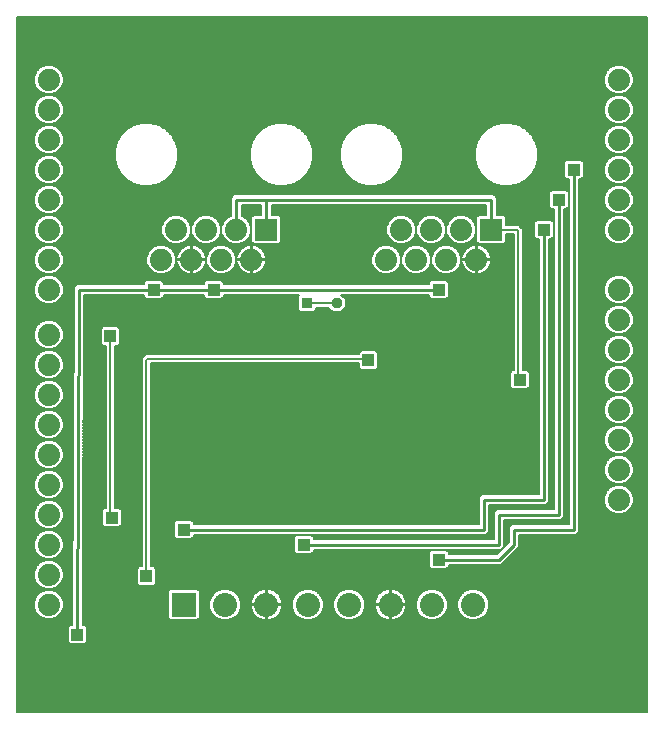
<source format=gbl>
G75*
%MOIN*%
%OFA0B0*%
%FSLAX25Y25*%
%IPPOS*%
%LPD*%
%AMOC8*
5,1,8,0,0,1.08239X$1,22.5*
%
%ADD10C,0.07400*%
%ADD11R,0.07400X0.07400*%
%ADD12R,0.08000X0.08000*%
%ADD13C,0.08000*%
%ADD14C,0.01000*%
%ADD15C,0.00500*%
%ADD16R,0.03962X0.03962*%
%ADD17OC8,0.03569*%
%ADD18R,0.03569X0.03569*%
%ADD19OC8,0.03962*%
D10*
X0021250Y0102524D03*
X0021250Y0112524D03*
X0021250Y0122524D03*
X0021250Y0132524D03*
X0021250Y0142524D03*
X0021250Y0152524D03*
X0021250Y0162524D03*
X0021250Y0172524D03*
X0021250Y0182524D03*
X0021250Y0192524D03*
X0021250Y0207524D03*
X0021250Y0217524D03*
X0021250Y0227524D03*
X0021250Y0237524D03*
X0021250Y0247524D03*
X0021250Y0257524D03*
X0021250Y0267524D03*
X0021250Y0277524D03*
X0063750Y0227524D03*
X0058750Y0217524D03*
X0068750Y0217524D03*
X0073750Y0227524D03*
X0078750Y0217524D03*
X0083750Y0227524D03*
X0088750Y0217524D03*
X0133750Y0217524D03*
X0138750Y0227524D03*
X0143750Y0217524D03*
X0148750Y0227524D03*
X0153750Y0217524D03*
X0158750Y0227524D03*
X0163750Y0217524D03*
X0211250Y0227524D03*
X0211250Y0237524D03*
X0211250Y0247524D03*
X0211250Y0257524D03*
X0211250Y0267524D03*
X0211250Y0277524D03*
X0211250Y0207524D03*
X0211250Y0197524D03*
X0211250Y0187524D03*
X0211250Y0177524D03*
X0211250Y0167524D03*
X0211250Y0157524D03*
X0211250Y0147524D03*
X0211250Y0137524D03*
D11*
X0168750Y0227524D03*
X0093750Y0227524D03*
D12*
X0066250Y0102524D03*
D13*
X0080030Y0102524D03*
X0093809Y0102524D03*
X0107589Y0102524D03*
X0121368Y0102524D03*
X0135148Y0102524D03*
X0148927Y0102524D03*
X0162707Y0102524D03*
D14*
X0171250Y0117524D02*
X0151250Y0117524D01*
X0166250Y0127524D02*
X0166250Y0137524D01*
X0186250Y0137524D01*
X0186250Y0227524D01*
X0191250Y0237524D02*
X0191250Y0132524D01*
X0171250Y0132524D01*
X0171250Y0122524D01*
X0106250Y0122524D01*
X0066250Y0127524D02*
X0166250Y0127524D01*
X0171250Y0117524D02*
X0176250Y0122524D01*
X0176250Y0127524D01*
X0196250Y0127524D01*
X0196250Y0247524D01*
X0168750Y0237524D02*
X0168750Y0227524D01*
X0168750Y0237524D02*
X0093750Y0237524D01*
X0093750Y0227524D01*
X0093750Y0237524D02*
X0083750Y0237524D01*
X0083750Y0227524D01*
X0076250Y0207524D02*
X0151250Y0207524D01*
X0076250Y0207524D02*
X0056250Y0207524D01*
X0031250Y0207524D01*
X0030750Y0092524D01*
D15*
X0010500Y0066774D02*
X0010500Y0298234D01*
X0220701Y0298234D01*
X0220701Y0066774D01*
X0010500Y0066774D01*
X0010500Y0067010D02*
X0220701Y0067010D01*
X0220701Y0067509D02*
X0010500Y0067509D01*
X0010500Y0068007D02*
X0220701Y0068007D01*
X0220701Y0068506D02*
X0010500Y0068506D01*
X0010500Y0069004D02*
X0220701Y0069004D01*
X0220701Y0069503D02*
X0010500Y0069503D01*
X0010500Y0070001D02*
X0220701Y0070001D01*
X0220701Y0070500D02*
X0010500Y0070500D01*
X0010500Y0070998D02*
X0220701Y0070998D01*
X0220701Y0071497D02*
X0010500Y0071497D01*
X0010500Y0071995D02*
X0220701Y0071995D01*
X0220701Y0072494D02*
X0010500Y0072494D01*
X0010500Y0072992D02*
X0220701Y0072992D01*
X0220701Y0073491D02*
X0010500Y0073491D01*
X0010500Y0073989D02*
X0220701Y0073989D01*
X0220701Y0074488D02*
X0010500Y0074488D01*
X0010500Y0074986D02*
X0220701Y0074986D01*
X0220701Y0075485D02*
X0010500Y0075485D01*
X0010500Y0075983D02*
X0220701Y0075983D01*
X0220701Y0076482D02*
X0010500Y0076482D01*
X0010500Y0076980D02*
X0220701Y0076980D01*
X0220701Y0077479D02*
X0010500Y0077479D01*
X0010500Y0077977D02*
X0220701Y0077977D01*
X0220701Y0078476D02*
X0010500Y0078476D01*
X0010500Y0078974D02*
X0220701Y0078974D01*
X0220701Y0079473D02*
X0010500Y0079473D01*
X0010500Y0079972D02*
X0220701Y0079972D01*
X0220701Y0080470D02*
X0010500Y0080470D01*
X0010500Y0080969D02*
X0220701Y0080969D01*
X0220701Y0081467D02*
X0010500Y0081467D01*
X0010500Y0081966D02*
X0220701Y0081966D01*
X0220701Y0082464D02*
X0010500Y0082464D01*
X0010500Y0082963D02*
X0220701Y0082963D01*
X0220701Y0083461D02*
X0010500Y0083461D01*
X0010500Y0083960D02*
X0220701Y0083960D01*
X0220701Y0084458D02*
X0010500Y0084458D01*
X0010500Y0084957D02*
X0220701Y0084957D01*
X0220701Y0085455D02*
X0010500Y0085455D01*
X0010500Y0085954D02*
X0220701Y0085954D01*
X0220701Y0086452D02*
X0010500Y0086452D01*
X0010500Y0086951D02*
X0220701Y0086951D01*
X0220701Y0087449D02*
X0010500Y0087449D01*
X0010500Y0087948D02*
X0220701Y0087948D01*
X0220701Y0088446D02*
X0010500Y0088446D01*
X0010500Y0088945D02*
X0220701Y0088945D01*
X0220701Y0089443D02*
X0033400Y0089443D01*
X0033249Y0089293D02*
X0033981Y0090025D01*
X0033981Y0095022D01*
X0033249Y0095755D01*
X0032514Y0095755D01*
X0032992Y0205774D01*
X0053019Y0205774D01*
X0053019Y0205025D01*
X0053751Y0204293D01*
X0058749Y0204293D01*
X0059481Y0205025D01*
X0059481Y0205774D01*
X0073019Y0205774D01*
X0073019Y0205025D01*
X0073751Y0204293D01*
X0078749Y0204293D01*
X0079481Y0205025D01*
X0079481Y0205774D01*
X0104664Y0205774D01*
X0104216Y0205326D01*
X0104216Y0200722D01*
X0104948Y0199989D01*
X0109552Y0199989D01*
X0110284Y0200722D01*
X0110284Y0201524D01*
X0114459Y0201524D01*
X0115993Y0199989D01*
X0118507Y0199989D01*
X0120284Y0201767D01*
X0120284Y0204280D01*
X0118791Y0205774D01*
X0148019Y0205774D01*
X0148019Y0205025D01*
X0148751Y0204293D01*
X0153749Y0204293D01*
X0154481Y0205025D01*
X0154481Y0210022D01*
X0153749Y0210755D01*
X0148751Y0210755D01*
X0148019Y0210022D01*
X0148019Y0209274D01*
X0079481Y0209274D01*
X0079481Y0210022D01*
X0078749Y0210755D01*
X0073751Y0210755D01*
X0073019Y0210022D01*
X0073019Y0209274D01*
X0059481Y0209274D01*
X0059481Y0210022D01*
X0058749Y0210755D01*
X0053751Y0210755D01*
X0053019Y0210022D01*
X0053019Y0209274D01*
X0031253Y0209274D01*
X0030533Y0209277D01*
X0030530Y0209274D01*
X0030525Y0209274D01*
X0030015Y0208764D01*
X0029503Y0208256D01*
X0029503Y0208252D01*
X0029500Y0208248D01*
X0029500Y0207526D01*
X0029014Y0095755D01*
X0028251Y0095755D01*
X0027519Y0095022D01*
X0027519Y0090025D01*
X0028251Y0089293D01*
X0033249Y0089293D01*
X0033898Y0089942D02*
X0220701Y0089942D01*
X0220701Y0090440D02*
X0033981Y0090440D01*
X0033981Y0090939D02*
X0220701Y0090939D01*
X0220701Y0091437D02*
X0033981Y0091437D01*
X0033981Y0091936D02*
X0220701Y0091936D01*
X0220701Y0092434D02*
X0033981Y0092434D01*
X0033981Y0092933D02*
X0220701Y0092933D01*
X0220701Y0093431D02*
X0033981Y0093431D01*
X0033981Y0093930D02*
X0220701Y0093930D01*
X0220701Y0094428D02*
X0033981Y0094428D01*
X0033981Y0094927D02*
X0220701Y0094927D01*
X0220701Y0095425D02*
X0033578Y0095425D01*
X0032515Y0095924D02*
X0220701Y0095924D01*
X0220701Y0096422D02*
X0032517Y0096422D01*
X0032519Y0096921D02*
X0220701Y0096921D01*
X0220701Y0097419D02*
X0164103Y0097419D01*
X0163751Y0097274D02*
X0165681Y0098073D01*
X0167157Y0099550D01*
X0167957Y0101479D01*
X0167957Y0103568D01*
X0167157Y0105498D01*
X0165681Y0106974D01*
X0163751Y0107774D01*
X0161662Y0107774D01*
X0159733Y0106974D01*
X0158256Y0105498D01*
X0157457Y0103568D01*
X0157457Y0101479D01*
X0158256Y0099550D01*
X0159733Y0098073D01*
X0161662Y0097274D01*
X0163751Y0097274D01*
X0165306Y0097918D02*
X0220701Y0097918D01*
X0220701Y0098416D02*
X0166024Y0098416D01*
X0166523Y0098915D02*
X0220701Y0098915D01*
X0220701Y0099413D02*
X0167021Y0099413D01*
X0167307Y0099912D02*
X0220701Y0099912D01*
X0220701Y0100410D02*
X0167514Y0100410D01*
X0167720Y0100909D02*
X0220701Y0100909D01*
X0220701Y0101408D02*
X0167927Y0101408D01*
X0167957Y0101906D02*
X0220701Y0101906D01*
X0220701Y0102405D02*
X0167957Y0102405D01*
X0167957Y0102903D02*
X0220701Y0102903D01*
X0220701Y0103402D02*
X0167957Y0103402D01*
X0167819Y0103900D02*
X0220701Y0103900D01*
X0220701Y0104399D02*
X0167613Y0104399D01*
X0167406Y0104897D02*
X0220701Y0104897D01*
X0220701Y0105396D02*
X0167200Y0105396D01*
X0166761Y0105894D02*
X0220701Y0105894D01*
X0220701Y0106393D02*
X0166262Y0106393D01*
X0165764Y0106891D02*
X0220701Y0106891D01*
X0220701Y0107390D02*
X0164678Y0107390D01*
X0160735Y0107390D02*
X0150898Y0107390D01*
X0149971Y0107774D02*
X0147883Y0107774D01*
X0145953Y0106974D01*
X0144476Y0105498D01*
X0143677Y0103568D01*
X0143677Y0101479D01*
X0144476Y0099550D01*
X0145953Y0098073D01*
X0147883Y0097274D01*
X0149971Y0097274D01*
X0151901Y0098073D01*
X0153378Y0099550D01*
X0154177Y0101479D01*
X0154177Y0103568D01*
X0153378Y0105498D01*
X0151901Y0106974D01*
X0149971Y0107774D01*
X0151984Y0106891D02*
X0159650Y0106891D01*
X0159151Y0106393D02*
X0152483Y0106393D01*
X0152981Y0105894D02*
X0158653Y0105894D01*
X0158214Y0105396D02*
X0153420Y0105396D01*
X0153627Y0104897D02*
X0158007Y0104897D01*
X0157801Y0104399D02*
X0153833Y0104399D01*
X0154040Y0103900D02*
X0157594Y0103900D01*
X0157457Y0103402D02*
X0154177Y0103402D01*
X0154177Y0102903D02*
X0157457Y0102903D01*
X0157457Y0102405D02*
X0154177Y0102405D01*
X0154177Y0101906D02*
X0157457Y0101906D01*
X0157486Y0101408D02*
X0154147Y0101408D01*
X0153941Y0100909D02*
X0157693Y0100909D01*
X0157899Y0100410D02*
X0153734Y0100410D01*
X0153528Y0099912D02*
X0158106Y0099912D01*
X0158392Y0099413D02*
X0153242Y0099413D01*
X0152743Y0098915D02*
X0158891Y0098915D01*
X0159389Y0098416D02*
X0152245Y0098416D01*
X0151527Y0097918D02*
X0160107Y0097918D01*
X0161310Y0097419D02*
X0150323Y0097419D01*
X0147531Y0097419D02*
X0136428Y0097419D01*
X0136377Y0097403D02*
X0137163Y0097658D01*
X0137899Y0098033D01*
X0138568Y0098519D01*
X0139152Y0099103D01*
X0139638Y0099772D01*
X0140013Y0100508D01*
X0140268Y0101294D01*
X0140398Y0102110D01*
X0140398Y0102274D01*
X0135398Y0102274D01*
X0135398Y0102774D01*
X0140398Y0102774D01*
X0140398Y0102937D01*
X0140268Y0103753D01*
X0140013Y0104539D01*
X0139638Y0105275D01*
X0139152Y0105944D01*
X0138568Y0106528D01*
X0137899Y0107014D01*
X0137163Y0107389D01*
X0136377Y0107644D01*
X0135561Y0107774D01*
X0135398Y0107774D01*
X0135398Y0102774D01*
X0134898Y0102774D01*
X0134898Y0107774D01*
X0134734Y0107774D01*
X0133918Y0107644D01*
X0133132Y0107389D01*
X0132396Y0107014D01*
X0131727Y0106528D01*
X0131143Y0105944D01*
X0130657Y0105275D01*
X0130282Y0104539D01*
X0130027Y0103753D01*
X0129898Y0102937D01*
X0129898Y0102774D01*
X0134898Y0102774D01*
X0134898Y0102274D01*
X0135398Y0102274D01*
X0135398Y0097274D01*
X0135561Y0097274D01*
X0136377Y0097403D01*
X0135398Y0097419D02*
X0134898Y0097419D01*
X0134898Y0097274D02*
X0134898Y0102274D01*
X0129898Y0102274D01*
X0129898Y0102110D01*
X0130027Y0101294D01*
X0130282Y0100508D01*
X0130657Y0099772D01*
X0131143Y0099103D01*
X0131727Y0098519D01*
X0132396Y0098033D01*
X0133132Y0097658D01*
X0133918Y0097403D01*
X0134734Y0097274D01*
X0134898Y0097274D01*
X0134898Y0097918D02*
X0135398Y0097918D01*
X0135398Y0098416D02*
X0134898Y0098416D01*
X0134898Y0098915D02*
X0135398Y0098915D01*
X0135398Y0099413D02*
X0134898Y0099413D01*
X0134898Y0099912D02*
X0135398Y0099912D01*
X0135398Y0100410D02*
X0134898Y0100410D01*
X0134898Y0100909D02*
X0135398Y0100909D01*
X0135398Y0101408D02*
X0134898Y0101408D01*
X0134898Y0101906D02*
X0135398Y0101906D01*
X0135398Y0102405D02*
X0143677Y0102405D01*
X0143677Y0102903D02*
X0140398Y0102903D01*
X0140324Y0103402D02*
X0143677Y0103402D01*
X0143815Y0103900D02*
X0140221Y0103900D01*
X0140059Y0104399D02*
X0144021Y0104399D01*
X0144228Y0104897D02*
X0139830Y0104897D01*
X0139550Y0105396D02*
X0144434Y0105396D01*
X0144873Y0105894D02*
X0139188Y0105894D01*
X0138703Y0106393D02*
X0145372Y0106393D01*
X0145870Y0106891D02*
X0138068Y0106891D01*
X0137161Y0107390D02*
X0146956Y0107390D01*
X0143677Y0101906D02*
X0140365Y0101906D01*
X0140286Y0101408D02*
X0143707Y0101408D01*
X0143913Y0100909D02*
X0140143Y0100909D01*
X0139963Y0100410D02*
X0144120Y0100410D01*
X0144326Y0099912D02*
X0139709Y0099912D01*
X0139377Y0099413D02*
X0144613Y0099413D01*
X0145111Y0098915D02*
X0138964Y0098915D01*
X0138426Y0098416D02*
X0145610Y0098416D01*
X0146327Y0097918D02*
X0137673Y0097918D01*
X0133867Y0097419D02*
X0122764Y0097419D01*
X0122412Y0097274D02*
X0124342Y0098073D01*
X0125819Y0099550D01*
X0126618Y0101479D01*
X0126618Y0103568D01*
X0125819Y0105498D01*
X0124342Y0106974D01*
X0122412Y0107774D01*
X0120324Y0107774D01*
X0118394Y0106974D01*
X0116917Y0105498D01*
X0116118Y0103568D01*
X0116118Y0101479D01*
X0116917Y0099550D01*
X0118394Y0098073D01*
X0120324Y0097274D01*
X0122412Y0097274D01*
X0123968Y0097918D02*
X0132623Y0097918D01*
X0131869Y0098416D02*
X0124686Y0098416D01*
X0125184Y0098915D02*
X0131332Y0098915D01*
X0130918Y0099413D02*
X0125683Y0099413D01*
X0125969Y0099912D02*
X0130586Y0099912D01*
X0130332Y0100410D02*
X0126175Y0100410D01*
X0126382Y0100909D02*
X0130152Y0100909D01*
X0130009Y0101408D02*
X0126588Y0101408D01*
X0126618Y0101906D02*
X0129930Y0101906D01*
X0129898Y0102903D02*
X0126618Y0102903D01*
X0126618Y0102405D02*
X0134898Y0102405D01*
X0134898Y0102903D02*
X0135398Y0102903D01*
X0135398Y0103402D02*
X0134898Y0103402D01*
X0134898Y0103900D02*
X0135398Y0103900D01*
X0135398Y0104399D02*
X0134898Y0104399D01*
X0134898Y0104897D02*
X0135398Y0104897D01*
X0135398Y0105396D02*
X0134898Y0105396D01*
X0134898Y0105894D02*
X0135398Y0105894D01*
X0135398Y0106393D02*
X0134898Y0106393D01*
X0134898Y0106891D02*
X0135398Y0106891D01*
X0135398Y0107390D02*
X0134898Y0107390D01*
X0133134Y0107390D02*
X0123339Y0107390D01*
X0124425Y0106891D02*
X0132227Y0106891D01*
X0131592Y0106393D02*
X0124924Y0106393D01*
X0125422Y0105894D02*
X0131107Y0105894D01*
X0130745Y0105396D02*
X0125861Y0105396D01*
X0126068Y0104897D02*
X0130465Y0104897D01*
X0130237Y0104399D02*
X0126274Y0104399D01*
X0126481Y0103900D02*
X0130075Y0103900D01*
X0129971Y0103402D02*
X0126618Y0103402D01*
X0119397Y0107390D02*
X0109560Y0107390D01*
X0108633Y0107774D02*
X0110562Y0106974D01*
X0112039Y0105498D01*
X0112839Y0103568D01*
X0112839Y0101479D01*
X0112039Y0099550D01*
X0110562Y0098073D01*
X0108633Y0097274D01*
X0106544Y0097274D01*
X0104615Y0098073D01*
X0103138Y0099550D01*
X0102339Y0101479D01*
X0102339Y0103568D01*
X0103138Y0105498D01*
X0104615Y0106974D01*
X0106544Y0107774D01*
X0108633Y0107774D01*
X0110646Y0106891D02*
X0118311Y0106891D01*
X0117812Y0106393D02*
X0111144Y0106393D01*
X0111643Y0105894D02*
X0117314Y0105894D01*
X0116875Y0105396D02*
X0112082Y0105396D01*
X0112288Y0104897D02*
X0116669Y0104897D01*
X0116462Y0104399D02*
X0112495Y0104399D01*
X0112701Y0103900D02*
X0116256Y0103900D01*
X0116118Y0103402D02*
X0112839Y0103402D01*
X0112839Y0102903D02*
X0116118Y0102903D01*
X0116118Y0102405D02*
X0112839Y0102405D01*
X0112839Y0101906D02*
X0116118Y0101906D01*
X0116148Y0101408D02*
X0112809Y0101408D01*
X0112602Y0100909D02*
X0116354Y0100909D01*
X0116561Y0100410D02*
X0112396Y0100410D01*
X0112189Y0099912D02*
X0116767Y0099912D01*
X0117054Y0099413D02*
X0111903Y0099413D01*
X0111405Y0098915D02*
X0117552Y0098915D01*
X0118051Y0098416D02*
X0110906Y0098416D01*
X0110188Y0097918D02*
X0118768Y0097918D01*
X0119972Y0097419D02*
X0108985Y0097419D01*
X0106192Y0097419D02*
X0095089Y0097419D01*
X0095038Y0097403D02*
X0095824Y0097658D01*
X0096561Y0098033D01*
X0097229Y0098519D01*
X0097814Y0099103D01*
X0098299Y0099772D01*
X0098674Y0100508D01*
X0098930Y0101294D01*
X0099059Y0102110D01*
X0099059Y0102274D01*
X0094059Y0102274D01*
X0094059Y0102774D01*
X0093559Y0102774D01*
X0093559Y0107774D01*
X0093396Y0107774D01*
X0092580Y0107644D01*
X0091794Y0107389D01*
X0091057Y0107014D01*
X0090389Y0106528D01*
X0089805Y0105944D01*
X0089319Y0105275D01*
X0088944Y0104539D01*
X0088688Y0103753D01*
X0088559Y0102937D01*
X0088559Y0102774D01*
X0093559Y0102774D01*
X0093559Y0102274D01*
X0088559Y0102274D01*
X0088559Y0102110D01*
X0088688Y0101294D01*
X0088944Y0100508D01*
X0089319Y0099772D01*
X0089805Y0099103D01*
X0090389Y0098519D01*
X0091057Y0098033D01*
X0091794Y0097658D01*
X0092580Y0097403D01*
X0093396Y0097274D01*
X0093559Y0097274D01*
X0093559Y0102274D01*
X0094059Y0102274D01*
X0094059Y0097274D01*
X0094222Y0097274D01*
X0095038Y0097403D01*
X0094059Y0097419D02*
X0093559Y0097419D01*
X0093559Y0097918D02*
X0094059Y0097918D01*
X0094059Y0098416D02*
X0093559Y0098416D01*
X0093559Y0098915D02*
X0094059Y0098915D01*
X0094059Y0099413D02*
X0093559Y0099413D01*
X0093559Y0099912D02*
X0094059Y0099912D01*
X0094059Y0100410D02*
X0093559Y0100410D01*
X0093559Y0100909D02*
X0094059Y0100909D01*
X0094059Y0101408D02*
X0093559Y0101408D01*
X0093559Y0101906D02*
X0094059Y0101906D01*
X0094059Y0102405D02*
X0102339Y0102405D01*
X0102339Y0102903D02*
X0099059Y0102903D01*
X0099059Y0102937D02*
X0098930Y0103753D01*
X0098674Y0104539D01*
X0098299Y0105275D01*
X0097814Y0105944D01*
X0097229Y0106528D01*
X0096561Y0107014D01*
X0095824Y0107389D01*
X0095038Y0107644D01*
X0094222Y0107774D01*
X0094059Y0107774D01*
X0094059Y0102774D01*
X0099059Y0102774D01*
X0099059Y0102937D01*
X0098985Y0103402D02*
X0102339Y0103402D01*
X0102476Y0103900D02*
X0098882Y0103900D01*
X0098720Y0104399D02*
X0102683Y0104399D01*
X0102889Y0104897D02*
X0098492Y0104897D01*
X0098212Y0105396D02*
X0103096Y0105396D01*
X0103534Y0105894D02*
X0097850Y0105894D01*
X0097365Y0106393D02*
X0104033Y0106393D01*
X0104531Y0106891D02*
X0096730Y0106891D01*
X0095822Y0107390D02*
X0105617Y0107390D01*
X0102339Y0101906D02*
X0099027Y0101906D01*
X0098948Y0101408D02*
X0102368Y0101408D01*
X0102575Y0100909D02*
X0098805Y0100909D01*
X0098625Y0100410D02*
X0102781Y0100410D01*
X0102988Y0099912D02*
X0098371Y0099912D01*
X0098039Y0099413D02*
X0103274Y0099413D01*
X0103773Y0098915D02*
X0097625Y0098915D01*
X0097088Y0098416D02*
X0104271Y0098416D01*
X0104989Y0097918D02*
X0096334Y0097918D01*
X0092529Y0097419D02*
X0081426Y0097419D01*
X0081074Y0097274D02*
X0083003Y0098073D01*
X0084480Y0099550D01*
X0085280Y0101479D01*
X0085280Y0103568D01*
X0084480Y0105498D01*
X0083003Y0106974D01*
X0081074Y0107774D01*
X0078985Y0107774D01*
X0077056Y0106974D01*
X0075579Y0105498D01*
X0074780Y0103568D01*
X0074780Y0101479D01*
X0075579Y0099550D01*
X0077056Y0098073D01*
X0078985Y0097274D01*
X0081074Y0097274D01*
X0082629Y0097918D02*
X0091284Y0097918D01*
X0090530Y0098416D02*
X0083347Y0098416D01*
X0083845Y0098915D02*
X0089993Y0098915D01*
X0089579Y0099413D02*
X0084344Y0099413D01*
X0084630Y0099912D02*
X0089248Y0099912D01*
X0088994Y0100410D02*
X0084837Y0100410D01*
X0085043Y0100909D02*
X0088813Y0100909D01*
X0088670Y0101408D02*
X0085250Y0101408D01*
X0085280Y0101906D02*
X0088591Y0101906D01*
X0088559Y0102903D02*
X0085280Y0102903D01*
X0085280Y0102405D02*
X0093559Y0102405D01*
X0093559Y0102903D02*
X0094059Y0102903D01*
X0094059Y0103402D02*
X0093559Y0103402D01*
X0093559Y0103900D02*
X0094059Y0103900D01*
X0094059Y0104399D02*
X0093559Y0104399D01*
X0093559Y0104897D02*
X0094059Y0104897D01*
X0094059Y0105396D02*
X0093559Y0105396D01*
X0093559Y0105894D02*
X0094059Y0105894D01*
X0094059Y0106393D02*
X0093559Y0106393D01*
X0093559Y0106891D02*
X0094059Y0106891D01*
X0094059Y0107390D02*
X0093559Y0107390D01*
X0091796Y0107390D02*
X0082001Y0107390D01*
X0083087Y0106891D02*
X0090889Y0106891D01*
X0090253Y0106393D02*
X0083585Y0106393D01*
X0084084Y0105894D02*
X0089769Y0105894D01*
X0089406Y0105396D02*
X0084522Y0105396D01*
X0084729Y0104897D02*
X0089126Y0104897D01*
X0088898Y0104399D02*
X0084935Y0104399D01*
X0085142Y0103900D02*
X0088736Y0103900D01*
X0088633Y0103402D02*
X0085280Y0103402D01*
X0078058Y0107390D02*
X0071152Y0107390D01*
X0071500Y0107041D02*
X0070768Y0107774D01*
X0061732Y0107774D01*
X0061000Y0107041D01*
X0061000Y0098006D01*
X0061732Y0097274D01*
X0070768Y0097274D01*
X0071500Y0098006D01*
X0071500Y0107041D01*
X0071500Y0106891D02*
X0076972Y0106891D01*
X0076474Y0106393D02*
X0071500Y0106393D01*
X0071500Y0105894D02*
X0075975Y0105894D01*
X0075537Y0105396D02*
X0071500Y0105396D01*
X0071500Y0104897D02*
X0075330Y0104897D01*
X0075124Y0104399D02*
X0071500Y0104399D01*
X0071500Y0103900D02*
X0074917Y0103900D01*
X0074780Y0103402D02*
X0071500Y0103402D01*
X0071500Y0102903D02*
X0074780Y0102903D01*
X0074780Y0102405D02*
X0071500Y0102405D01*
X0071500Y0101906D02*
X0074780Y0101906D01*
X0074809Y0101408D02*
X0071500Y0101408D01*
X0071500Y0100909D02*
X0075016Y0100909D01*
X0075222Y0100410D02*
X0071500Y0100410D01*
X0071500Y0099912D02*
X0075429Y0099912D01*
X0075715Y0099413D02*
X0071500Y0099413D01*
X0071500Y0098915D02*
X0076214Y0098915D01*
X0076712Y0098416D02*
X0071500Y0098416D01*
X0071412Y0097918D02*
X0077430Y0097918D01*
X0078633Y0097419D02*
X0070914Y0097419D01*
X0061586Y0097419D02*
X0032521Y0097419D01*
X0032523Y0097918D02*
X0061088Y0097918D01*
X0061000Y0098416D02*
X0032526Y0098416D01*
X0032528Y0098915D02*
X0061000Y0098915D01*
X0061000Y0099413D02*
X0032530Y0099413D01*
X0032532Y0099912D02*
X0061000Y0099912D01*
X0061000Y0100410D02*
X0032534Y0100410D01*
X0032536Y0100909D02*
X0061000Y0100909D01*
X0061000Y0101408D02*
X0032539Y0101408D01*
X0032541Y0101906D02*
X0061000Y0101906D01*
X0061000Y0102405D02*
X0032543Y0102405D01*
X0032545Y0102903D02*
X0061000Y0102903D01*
X0061000Y0103402D02*
X0032547Y0103402D01*
X0032549Y0103900D02*
X0061000Y0103900D01*
X0061000Y0104399D02*
X0032552Y0104399D01*
X0032554Y0104897D02*
X0061000Y0104897D01*
X0061000Y0105396D02*
X0032556Y0105396D01*
X0032558Y0105894D02*
X0061000Y0105894D01*
X0061000Y0106393D02*
X0032560Y0106393D01*
X0032562Y0106891D02*
X0061000Y0106891D01*
X0061348Y0107390D02*
X0032565Y0107390D01*
X0032567Y0107888D02*
X0220701Y0107888D01*
X0220701Y0108387D02*
X0032569Y0108387D01*
X0032571Y0108885D02*
X0051158Y0108885D01*
X0051251Y0108793D02*
X0056249Y0108793D01*
X0056981Y0109525D01*
X0056981Y0114522D01*
X0056249Y0115255D01*
X0055250Y0115255D01*
X0055250Y0183024D01*
X0124519Y0183024D01*
X0124519Y0181525D01*
X0125251Y0180793D01*
X0130249Y0180793D01*
X0130981Y0181525D01*
X0130981Y0186522D01*
X0130249Y0187255D01*
X0125251Y0187255D01*
X0124519Y0186522D01*
X0124519Y0186024D01*
X0053629Y0186024D01*
X0052750Y0185145D01*
X0052250Y0184645D01*
X0052250Y0115255D01*
X0051251Y0115255D01*
X0050519Y0114522D01*
X0050519Y0109525D01*
X0051251Y0108793D01*
X0050660Y0109384D02*
X0032573Y0109384D01*
X0032575Y0109882D02*
X0050519Y0109882D01*
X0050519Y0110381D02*
X0032578Y0110381D01*
X0032580Y0110879D02*
X0050519Y0110879D01*
X0050519Y0111378D02*
X0032582Y0111378D01*
X0032584Y0111876D02*
X0050519Y0111876D01*
X0050519Y0112375D02*
X0032586Y0112375D01*
X0032588Y0112873D02*
X0050519Y0112873D01*
X0050519Y0113372D02*
X0032591Y0113372D01*
X0032593Y0113870D02*
X0050519Y0113870D01*
X0050519Y0114369D02*
X0032595Y0114369D01*
X0032597Y0114867D02*
X0050864Y0114867D01*
X0052250Y0115366D02*
X0032599Y0115366D01*
X0032601Y0115864D02*
X0052250Y0115864D01*
X0052250Y0116363D02*
X0032604Y0116363D01*
X0032606Y0116861D02*
X0052250Y0116861D01*
X0052250Y0117360D02*
X0032608Y0117360D01*
X0032610Y0117858D02*
X0052250Y0117858D01*
X0052250Y0118357D02*
X0032612Y0118357D01*
X0032614Y0118855D02*
X0052250Y0118855D01*
X0052250Y0119354D02*
X0032617Y0119354D01*
X0032619Y0119852D02*
X0052250Y0119852D01*
X0052250Y0120351D02*
X0032621Y0120351D01*
X0032623Y0120849D02*
X0052250Y0120849D01*
X0052250Y0121348D02*
X0032625Y0121348D01*
X0032627Y0121846D02*
X0052250Y0121846D01*
X0052250Y0122345D02*
X0032630Y0122345D01*
X0032632Y0122843D02*
X0052250Y0122843D01*
X0052250Y0123342D02*
X0032634Y0123342D01*
X0032636Y0123841D02*
X0052250Y0123841D01*
X0052250Y0124339D02*
X0032638Y0124339D01*
X0032640Y0124838D02*
X0052250Y0124838D01*
X0052250Y0125336D02*
X0032643Y0125336D01*
X0032645Y0125835D02*
X0052250Y0125835D01*
X0052250Y0126333D02*
X0032647Y0126333D01*
X0032649Y0126832D02*
X0052250Y0126832D01*
X0052250Y0127330D02*
X0032651Y0127330D01*
X0032653Y0127829D02*
X0052250Y0127829D01*
X0052250Y0128327D02*
X0044783Y0128327D01*
X0044749Y0128293D02*
X0045481Y0129025D01*
X0045481Y0134022D01*
X0044749Y0134755D01*
X0043250Y0134755D01*
X0043250Y0188793D01*
X0044249Y0188793D01*
X0044981Y0189525D01*
X0044981Y0194522D01*
X0044249Y0195255D01*
X0039251Y0195255D01*
X0038519Y0194522D01*
X0038519Y0189525D01*
X0039251Y0188793D01*
X0040250Y0188793D01*
X0040250Y0134755D01*
X0039751Y0134755D01*
X0039019Y0134022D01*
X0039019Y0129025D01*
X0039751Y0128293D01*
X0044749Y0128293D01*
X0045282Y0128826D02*
X0052250Y0128826D01*
X0052250Y0129324D02*
X0045481Y0129324D01*
X0045481Y0129823D02*
X0052250Y0129823D01*
X0052250Y0130321D02*
X0045481Y0130321D01*
X0045481Y0130820D02*
X0052250Y0130820D01*
X0052250Y0131318D02*
X0045481Y0131318D01*
X0045481Y0131817D02*
X0052250Y0131817D01*
X0052250Y0132315D02*
X0045481Y0132315D01*
X0045481Y0132814D02*
X0052250Y0132814D01*
X0052250Y0133312D02*
X0045481Y0133312D01*
X0045481Y0133811D02*
X0052250Y0133811D01*
X0052250Y0134309D02*
X0045194Y0134309D01*
X0043250Y0134808D02*
X0052250Y0134808D01*
X0052250Y0135306D02*
X0043250Y0135306D01*
X0043250Y0135805D02*
X0052250Y0135805D01*
X0052250Y0136303D02*
X0043250Y0136303D01*
X0043250Y0136802D02*
X0052250Y0136802D01*
X0052250Y0137300D02*
X0043250Y0137300D01*
X0043250Y0137799D02*
X0052250Y0137799D01*
X0052250Y0138297D02*
X0043250Y0138297D01*
X0043250Y0138796D02*
X0052250Y0138796D01*
X0052250Y0139294D02*
X0043250Y0139294D01*
X0043250Y0139793D02*
X0052250Y0139793D01*
X0052250Y0140291D02*
X0043250Y0140291D01*
X0043250Y0140790D02*
X0052250Y0140790D01*
X0052250Y0141288D02*
X0043250Y0141288D01*
X0043250Y0141787D02*
X0052250Y0141787D01*
X0052250Y0142285D02*
X0043250Y0142285D01*
X0043250Y0142784D02*
X0052250Y0142784D01*
X0052250Y0143282D02*
X0043250Y0143282D01*
X0043250Y0143781D02*
X0052250Y0143781D01*
X0052250Y0144279D02*
X0043250Y0144279D01*
X0043250Y0144778D02*
X0052250Y0144778D01*
X0052250Y0145277D02*
X0043250Y0145277D01*
X0043250Y0145775D02*
X0052250Y0145775D01*
X0052250Y0146274D02*
X0043250Y0146274D01*
X0043250Y0146772D02*
X0052250Y0146772D01*
X0052250Y0147271D02*
X0043250Y0147271D01*
X0043250Y0147769D02*
X0052250Y0147769D01*
X0052250Y0148268D02*
X0043250Y0148268D01*
X0043250Y0148766D02*
X0052250Y0148766D01*
X0052250Y0149265D02*
X0043250Y0149265D01*
X0043250Y0149763D02*
X0052250Y0149763D01*
X0052250Y0150262D02*
X0043250Y0150262D01*
X0043250Y0150760D02*
X0052250Y0150760D01*
X0052250Y0151259D02*
X0043250Y0151259D01*
X0043250Y0151757D02*
X0052250Y0151757D01*
X0052250Y0152256D02*
X0043250Y0152256D01*
X0043250Y0152754D02*
X0052250Y0152754D01*
X0052250Y0153253D02*
X0043250Y0153253D01*
X0043250Y0153751D02*
X0052250Y0153751D01*
X0052250Y0154250D02*
X0043250Y0154250D01*
X0043250Y0154748D02*
X0052250Y0154748D01*
X0052250Y0155247D02*
X0043250Y0155247D01*
X0043250Y0155745D02*
X0052250Y0155745D01*
X0052250Y0156244D02*
X0043250Y0156244D01*
X0043250Y0156742D02*
X0052250Y0156742D01*
X0052250Y0157241D02*
X0043250Y0157241D01*
X0043250Y0157739D02*
X0052250Y0157739D01*
X0052250Y0158238D02*
X0043250Y0158238D01*
X0043250Y0158736D02*
X0052250Y0158736D01*
X0052250Y0159235D02*
X0043250Y0159235D01*
X0043250Y0159733D02*
X0052250Y0159733D01*
X0052250Y0160232D02*
X0043250Y0160232D01*
X0043250Y0160730D02*
X0052250Y0160730D01*
X0052250Y0161229D02*
X0043250Y0161229D01*
X0043250Y0161727D02*
X0052250Y0161727D01*
X0052250Y0162226D02*
X0043250Y0162226D01*
X0043250Y0162724D02*
X0052250Y0162724D01*
X0052250Y0163223D02*
X0043250Y0163223D01*
X0043250Y0163721D02*
X0052250Y0163721D01*
X0052250Y0164220D02*
X0043250Y0164220D01*
X0043250Y0164718D02*
X0052250Y0164718D01*
X0052250Y0165217D02*
X0043250Y0165217D01*
X0043250Y0165715D02*
X0052250Y0165715D01*
X0052250Y0166214D02*
X0043250Y0166214D01*
X0043250Y0166712D02*
X0052250Y0166712D01*
X0052250Y0167211D02*
X0043250Y0167211D01*
X0043250Y0167710D02*
X0052250Y0167710D01*
X0052250Y0168208D02*
X0043250Y0168208D01*
X0043250Y0168707D02*
X0052250Y0168707D01*
X0052250Y0169205D02*
X0043250Y0169205D01*
X0043250Y0169704D02*
X0052250Y0169704D01*
X0052250Y0170202D02*
X0043250Y0170202D01*
X0043250Y0170701D02*
X0052250Y0170701D01*
X0052250Y0171199D02*
X0043250Y0171199D01*
X0043250Y0171698D02*
X0052250Y0171698D01*
X0052250Y0172196D02*
X0043250Y0172196D01*
X0043250Y0172695D02*
X0052250Y0172695D01*
X0052250Y0173193D02*
X0043250Y0173193D01*
X0043250Y0173692D02*
X0052250Y0173692D01*
X0052250Y0174190D02*
X0043250Y0174190D01*
X0043250Y0174689D02*
X0052250Y0174689D01*
X0052250Y0175187D02*
X0043250Y0175187D01*
X0043250Y0175686D02*
X0052250Y0175686D01*
X0052250Y0176184D02*
X0043250Y0176184D01*
X0043250Y0176683D02*
X0052250Y0176683D01*
X0052250Y0177181D02*
X0043250Y0177181D01*
X0043250Y0177680D02*
X0052250Y0177680D01*
X0052250Y0178178D02*
X0043250Y0178178D01*
X0043250Y0178677D02*
X0052250Y0178677D01*
X0052250Y0179175D02*
X0043250Y0179175D01*
X0043250Y0179674D02*
X0052250Y0179674D01*
X0052250Y0180172D02*
X0043250Y0180172D01*
X0043250Y0180671D02*
X0052250Y0180671D01*
X0052250Y0181169D02*
X0043250Y0181169D01*
X0043250Y0181668D02*
X0052250Y0181668D01*
X0052250Y0182166D02*
X0043250Y0182166D01*
X0043250Y0182665D02*
X0052250Y0182665D01*
X0052250Y0183163D02*
X0043250Y0183163D01*
X0043250Y0183662D02*
X0052250Y0183662D01*
X0052250Y0184160D02*
X0043250Y0184160D01*
X0043250Y0184659D02*
X0052264Y0184659D01*
X0052762Y0185157D02*
X0043250Y0185157D01*
X0043250Y0185656D02*
X0053261Y0185656D01*
X0054250Y0184524D02*
X0127250Y0184524D01*
X0127750Y0184024D01*
X0124519Y0182665D02*
X0055250Y0182665D01*
X0055250Y0182166D02*
X0124519Y0182166D01*
X0124519Y0181668D02*
X0055250Y0181668D01*
X0055250Y0181169D02*
X0124874Y0181169D01*
X0124519Y0186154D02*
X0043250Y0186154D01*
X0043250Y0186653D02*
X0124649Y0186653D01*
X0125148Y0187151D02*
X0043250Y0187151D01*
X0043250Y0187650D02*
X0176250Y0187650D01*
X0176250Y0188148D02*
X0043250Y0188148D01*
X0043250Y0188647D02*
X0176250Y0188647D01*
X0176250Y0189145D02*
X0044602Y0189145D01*
X0044981Y0189644D02*
X0176250Y0189644D01*
X0176250Y0190143D02*
X0044981Y0190143D01*
X0044981Y0190641D02*
X0176250Y0190641D01*
X0176250Y0191140D02*
X0044981Y0191140D01*
X0044981Y0191638D02*
X0176250Y0191638D01*
X0176250Y0192137D02*
X0044981Y0192137D01*
X0044981Y0192635D02*
X0176250Y0192635D01*
X0176250Y0193134D02*
X0044981Y0193134D01*
X0044981Y0193632D02*
X0176250Y0193632D01*
X0176250Y0194131D02*
X0044981Y0194131D01*
X0044874Y0194629D02*
X0176250Y0194629D01*
X0176250Y0195128D02*
X0044376Y0195128D01*
X0041750Y0192024D02*
X0041750Y0132024D01*
X0042250Y0131524D01*
X0040250Y0134808D02*
X0032684Y0134808D01*
X0032686Y0135306D02*
X0040250Y0135306D01*
X0040250Y0135805D02*
X0032688Y0135805D01*
X0032690Y0136303D02*
X0040250Y0136303D01*
X0040250Y0136802D02*
X0032693Y0136802D01*
X0032695Y0137300D02*
X0040250Y0137300D01*
X0040250Y0137799D02*
X0032697Y0137799D01*
X0032699Y0138297D02*
X0040250Y0138297D01*
X0040250Y0138796D02*
X0032701Y0138796D01*
X0032703Y0139294D02*
X0040250Y0139294D01*
X0040250Y0139793D02*
X0032706Y0139793D01*
X0032708Y0140291D02*
X0040250Y0140291D01*
X0040250Y0140790D02*
X0032710Y0140790D01*
X0032712Y0141288D02*
X0040250Y0141288D01*
X0040250Y0141787D02*
X0032714Y0141787D01*
X0032716Y0142285D02*
X0040250Y0142285D01*
X0040250Y0142784D02*
X0032719Y0142784D01*
X0032721Y0143282D02*
X0040250Y0143282D01*
X0040250Y0143781D02*
X0032723Y0143781D01*
X0032725Y0144279D02*
X0040250Y0144279D01*
X0040250Y0144778D02*
X0032727Y0144778D01*
X0032729Y0145277D02*
X0040250Y0145277D01*
X0040250Y0145775D02*
X0032732Y0145775D01*
X0032734Y0146274D02*
X0040250Y0146274D01*
X0040250Y0146772D02*
X0032736Y0146772D01*
X0032738Y0147271D02*
X0040250Y0147271D01*
X0040250Y0147769D02*
X0032740Y0147769D01*
X0032742Y0148268D02*
X0040250Y0148268D01*
X0040250Y0148766D02*
X0032745Y0148766D01*
X0032747Y0149265D02*
X0040250Y0149265D01*
X0040250Y0149763D02*
X0032749Y0149763D01*
X0032751Y0150262D02*
X0040250Y0150262D01*
X0040250Y0150760D02*
X0032753Y0150760D01*
X0032755Y0151259D02*
X0040250Y0151259D01*
X0040250Y0151757D02*
X0032758Y0151757D01*
X0032760Y0152256D02*
X0040250Y0152256D01*
X0040250Y0152754D02*
X0032762Y0152754D01*
X0032764Y0153253D02*
X0040250Y0153253D01*
X0040250Y0153751D02*
X0032766Y0153751D01*
X0032768Y0154250D02*
X0040250Y0154250D01*
X0040250Y0154748D02*
X0032771Y0154748D01*
X0032773Y0155247D02*
X0040250Y0155247D01*
X0040250Y0155745D02*
X0032775Y0155745D01*
X0032777Y0156244D02*
X0040250Y0156244D01*
X0040250Y0156742D02*
X0032779Y0156742D01*
X0032781Y0157241D02*
X0040250Y0157241D01*
X0040250Y0157739D02*
X0032784Y0157739D01*
X0032786Y0158238D02*
X0040250Y0158238D01*
X0040250Y0158736D02*
X0032788Y0158736D01*
X0032790Y0159235D02*
X0040250Y0159235D01*
X0040250Y0159733D02*
X0032792Y0159733D01*
X0032794Y0160232D02*
X0040250Y0160232D01*
X0040250Y0160730D02*
X0032797Y0160730D01*
X0032799Y0161229D02*
X0040250Y0161229D01*
X0040250Y0161727D02*
X0032801Y0161727D01*
X0032803Y0162226D02*
X0040250Y0162226D01*
X0040250Y0162724D02*
X0032805Y0162724D01*
X0032807Y0163223D02*
X0040250Y0163223D01*
X0040250Y0163721D02*
X0032810Y0163721D01*
X0032812Y0164220D02*
X0040250Y0164220D01*
X0040250Y0164718D02*
X0032814Y0164718D01*
X0032816Y0165217D02*
X0040250Y0165217D01*
X0040250Y0165715D02*
X0032818Y0165715D01*
X0032820Y0166214D02*
X0040250Y0166214D01*
X0040250Y0166712D02*
X0032823Y0166712D01*
X0032825Y0167211D02*
X0040250Y0167211D01*
X0040250Y0167710D02*
X0032827Y0167710D01*
X0032829Y0168208D02*
X0040250Y0168208D01*
X0040250Y0168707D02*
X0032831Y0168707D01*
X0032833Y0169205D02*
X0040250Y0169205D01*
X0040250Y0169704D02*
X0032836Y0169704D01*
X0032838Y0170202D02*
X0040250Y0170202D01*
X0040250Y0170701D02*
X0032840Y0170701D01*
X0032842Y0171199D02*
X0040250Y0171199D01*
X0040250Y0171698D02*
X0032844Y0171698D01*
X0032846Y0172196D02*
X0040250Y0172196D01*
X0040250Y0172695D02*
X0032849Y0172695D01*
X0032851Y0173193D02*
X0040250Y0173193D01*
X0040250Y0173692D02*
X0032853Y0173692D01*
X0032855Y0174190D02*
X0040250Y0174190D01*
X0040250Y0174689D02*
X0032857Y0174689D01*
X0032859Y0175187D02*
X0040250Y0175187D01*
X0040250Y0175686D02*
X0032862Y0175686D01*
X0032864Y0176184D02*
X0040250Y0176184D01*
X0040250Y0176683D02*
X0032866Y0176683D01*
X0032868Y0177181D02*
X0040250Y0177181D01*
X0040250Y0177680D02*
X0032870Y0177680D01*
X0032872Y0178178D02*
X0040250Y0178178D01*
X0040250Y0178677D02*
X0032875Y0178677D01*
X0032877Y0179175D02*
X0040250Y0179175D01*
X0040250Y0179674D02*
X0032879Y0179674D01*
X0032881Y0180172D02*
X0040250Y0180172D01*
X0040250Y0180671D02*
X0032883Y0180671D01*
X0032885Y0181169D02*
X0040250Y0181169D01*
X0040250Y0181668D02*
X0032888Y0181668D01*
X0032890Y0182166D02*
X0040250Y0182166D01*
X0040250Y0182665D02*
X0032892Y0182665D01*
X0032894Y0183163D02*
X0040250Y0183163D01*
X0040250Y0183662D02*
X0032896Y0183662D01*
X0032898Y0184160D02*
X0040250Y0184160D01*
X0040250Y0184659D02*
X0032901Y0184659D01*
X0032903Y0185157D02*
X0040250Y0185157D01*
X0040250Y0185656D02*
X0032905Y0185656D01*
X0032907Y0186154D02*
X0040250Y0186154D01*
X0040250Y0186653D02*
X0032909Y0186653D01*
X0032911Y0187151D02*
X0040250Y0187151D01*
X0040250Y0187650D02*
X0032914Y0187650D01*
X0032916Y0188148D02*
X0040250Y0188148D01*
X0040250Y0188647D02*
X0032918Y0188647D01*
X0032920Y0189145D02*
X0038898Y0189145D01*
X0038519Y0189644D02*
X0032922Y0189644D01*
X0032924Y0190143D02*
X0038519Y0190143D01*
X0038519Y0190641D02*
X0032927Y0190641D01*
X0032929Y0191140D02*
X0038519Y0191140D01*
X0038519Y0191638D02*
X0032931Y0191638D01*
X0032933Y0192137D02*
X0038519Y0192137D01*
X0038519Y0192635D02*
X0032935Y0192635D01*
X0032937Y0193134D02*
X0038519Y0193134D01*
X0038519Y0193632D02*
X0032940Y0193632D01*
X0032942Y0194131D02*
X0038519Y0194131D01*
X0038626Y0194629D02*
X0032944Y0194629D01*
X0032946Y0195128D02*
X0039124Y0195128D01*
X0032948Y0195626D02*
X0176250Y0195626D01*
X0176250Y0196125D02*
X0032950Y0196125D01*
X0032953Y0196623D02*
X0176250Y0196623D01*
X0176250Y0197122D02*
X0032955Y0197122D01*
X0032957Y0197620D02*
X0176250Y0197620D01*
X0176250Y0198119D02*
X0032959Y0198119D01*
X0032961Y0198617D02*
X0176250Y0198617D01*
X0176250Y0199116D02*
X0032963Y0199116D01*
X0032966Y0199614D02*
X0176250Y0199614D01*
X0176250Y0200113D02*
X0118630Y0200113D01*
X0119129Y0200611D02*
X0176250Y0200611D01*
X0176250Y0201110D02*
X0119627Y0201110D01*
X0120126Y0201608D02*
X0176250Y0201608D01*
X0176250Y0202107D02*
X0120284Y0202107D01*
X0120284Y0202605D02*
X0176250Y0202605D01*
X0176250Y0203104D02*
X0120284Y0203104D01*
X0120284Y0203602D02*
X0176250Y0203602D01*
X0176250Y0204101D02*
X0120284Y0204101D01*
X0119965Y0204599D02*
X0148444Y0204599D01*
X0148019Y0205098D02*
X0119467Y0205098D01*
X0118968Y0205596D02*
X0148019Y0205596D01*
X0148019Y0209584D02*
X0079481Y0209584D01*
X0079421Y0210083D02*
X0148079Y0210083D01*
X0148578Y0210581D02*
X0078922Y0210581D01*
X0079735Y0212574D02*
X0077765Y0212574D01*
X0075946Y0213327D01*
X0074554Y0214720D01*
X0073800Y0216539D01*
X0073800Y0218508D01*
X0074554Y0220328D01*
X0075946Y0221720D01*
X0077765Y0222474D01*
X0079735Y0222474D01*
X0081554Y0221720D01*
X0082946Y0220328D01*
X0083700Y0218508D01*
X0083700Y0216539D01*
X0082946Y0214720D01*
X0081554Y0213327D01*
X0079735Y0212574D01*
X0079739Y0212576D02*
X0088348Y0212576D01*
X0088360Y0212574D02*
X0087591Y0212696D01*
X0086850Y0212936D01*
X0086156Y0213290D01*
X0085525Y0213748D01*
X0084974Y0214299D01*
X0084516Y0214929D01*
X0084163Y0215623D01*
X0083922Y0216364D01*
X0083800Y0217134D01*
X0083800Y0217274D01*
X0088500Y0217274D01*
X0088500Y0217774D01*
X0088500Y0222474D01*
X0088360Y0222474D01*
X0087591Y0222352D01*
X0086850Y0222111D01*
X0086156Y0221757D01*
X0085525Y0221299D01*
X0084974Y0220748D01*
X0084516Y0220118D01*
X0084163Y0219424D01*
X0083922Y0218683D01*
X0083800Y0217913D01*
X0083800Y0217774D01*
X0088500Y0217774D01*
X0089000Y0217774D01*
X0089000Y0222474D01*
X0089140Y0222474D01*
X0089909Y0222352D01*
X0090650Y0222111D01*
X0091344Y0221757D01*
X0091975Y0221299D01*
X0092526Y0220748D01*
X0092984Y0220118D01*
X0093337Y0219424D01*
X0093578Y0218683D01*
X0093700Y0217913D01*
X0093700Y0217774D01*
X0089000Y0217774D01*
X0089000Y0217274D01*
X0093700Y0217274D01*
X0093700Y0217134D01*
X0093578Y0216364D01*
X0093337Y0215623D01*
X0092984Y0214929D01*
X0092526Y0214299D01*
X0091975Y0213748D01*
X0091344Y0213290D01*
X0090650Y0212936D01*
X0089909Y0212696D01*
X0089140Y0212574D01*
X0089000Y0212574D01*
X0089000Y0217274D01*
X0088500Y0217274D01*
X0088500Y0212574D01*
X0088360Y0212574D01*
X0088500Y0212576D02*
X0089000Y0212576D01*
X0089152Y0212576D02*
X0132761Y0212576D01*
X0132765Y0212574D02*
X0134735Y0212574D01*
X0136554Y0213327D01*
X0137946Y0214720D01*
X0138700Y0216539D01*
X0138700Y0218508D01*
X0137946Y0220328D01*
X0136554Y0221720D01*
X0134735Y0222474D01*
X0132765Y0222474D01*
X0130946Y0221720D01*
X0129554Y0220328D01*
X0128800Y0218508D01*
X0128800Y0216539D01*
X0129554Y0214720D01*
X0130946Y0213327D01*
X0132765Y0212574D01*
X0131557Y0213074D02*
X0090921Y0213074D01*
X0091733Y0213573D02*
X0130701Y0213573D01*
X0130202Y0214071D02*
X0092298Y0214071D01*
X0092722Y0214570D02*
X0129704Y0214570D01*
X0129409Y0215068D02*
X0093054Y0215068D01*
X0093308Y0215567D02*
X0129203Y0215567D01*
X0128996Y0216065D02*
X0093481Y0216065D01*
X0093610Y0216564D02*
X0128800Y0216564D01*
X0128800Y0217062D02*
X0093689Y0217062D01*
X0093677Y0218059D02*
X0128800Y0218059D01*
X0128800Y0217561D02*
X0089000Y0217561D01*
X0089000Y0218059D02*
X0088500Y0218059D01*
X0088500Y0217561D02*
X0083700Y0217561D01*
X0083700Y0218059D02*
X0083823Y0218059D01*
X0083902Y0218558D02*
X0083680Y0218558D01*
X0083473Y0219056D02*
X0084043Y0219056D01*
X0084229Y0219555D02*
X0083267Y0219555D01*
X0083060Y0220053D02*
X0084483Y0220053D01*
X0084832Y0220552D02*
X0082722Y0220552D01*
X0082224Y0221050D02*
X0085276Y0221050D01*
X0085869Y0221549D02*
X0081725Y0221549D01*
X0080764Y0222047D02*
X0086725Y0222047D01*
X0086554Y0223327D02*
X0084735Y0222574D01*
X0082765Y0222574D01*
X0080946Y0223327D01*
X0079554Y0224720D01*
X0078800Y0226539D01*
X0078800Y0228508D01*
X0079554Y0230328D01*
X0080946Y0231720D01*
X0082000Y0232157D01*
X0082000Y0238248D01*
X0083025Y0239274D01*
X0169475Y0239274D01*
X0170500Y0238248D01*
X0170500Y0232474D01*
X0172968Y0232474D01*
X0173700Y0231741D01*
X0173700Y0229024D01*
X0177871Y0229024D01*
X0178371Y0228524D01*
X0179250Y0227645D01*
X0179250Y0180755D01*
X0180749Y0180755D01*
X0181481Y0180022D01*
X0181481Y0175025D01*
X0180749Y0174293D01*
X0175751Y0174293D01*
X0175019Y0175025D01*
X0175019Y0180022D01*
X0175751Y0180755D01*
X0176250Y0180755D01*
X0176250Y0226024D01*
X0173700Y0226024D01*
X0173700Y0223306D01*
X0172968Y0222574D01*
X0164532Y0222574D01*
X0163800Y0223306D01*
X0163800Y0231741D01*
X0164532Y0232474D01*
X0167000Y0232474D01*
X0167000Y0235774D01*
X0095500Y0235774D01*
X0095500Y0232474D01*
X0097968Y0232474D01*
X0098700Y0231741D01*
X0098700Y0223306D01*
X0097968Y0222574D01*
X0089532Y0222574D01*
X0088800Y0223306D01*
X0088800Y0231741D01*
X0089532Y0232474D01*
X0092000Y0232474D01*
X0092000Y0235774D01*
X0085500Y0235774D01*
X0085500Y0232157D01*
X0086554Y0231720D01*
X0087946Y0230328D01*
X0088700Y0228508D01*
X0088700Y0226539D01*
X0087946Y0224720D01*
X0086554Y0223327D01*
X0086770Y0223543D02*
X0088800Y0223543D01*
X0088800Y0224041D02*
X0087268Y0224041D01*
X0087767Y0224540D02*
X0088800Y0224540D01*
X0088800Y0225038D02*
X0088078Y0225038D01*
X0088285Y0225537D02*
X0088800Y0225537D01*
X0088800Y0226035D02*
X0088491Y0226035D01*
X0088698Y0226534D02*
X0088800Y0226534D01*
X0088800Y0227032D02*
X0088700Y0227032D01*
X0088700Y0227531D02*
X0088800Y0227531D01*
X0088800Y0228029D02*
X0088700Y0228029D01*
X0088692Y0228528D02*
X0088800Y0228528D01*
X0088800Y0229026D02*
X0088485Y0229026D01*
X0088279Y0229525D02*
X0088800Y0229525D01*
X0088800Y0230023D02*
X0088072Y0230023D01*
X0087752Y0230522D02*
X0088800Y0230522D01*
X0088800Y0231020D02*
X0087254Y0231020D01*
X0086755Y0231519D02*
X0088800Y0231519D01*
X0089076Y0232017D02*
X0085836Y0232017D01*
X0085500Y0232516D02*
X0092000Y0232516D01*
X0092000Y0233014D02*
X0085500Y0233014D01*
X0085500Y0233513D02*
X0092000Y0233513D01*
X0092000Y0234012D02*
X0085500Y0234012D01*
X0085500Y0234510D02*
X0092000Y0234510D01*
X0092000Y0235009D02*
X0085500Y0235009D01*
X0085500Y0235507D02*
X0092000Y0235507D01*
X0095500Y0235507D02*
X0167000Y0235507D01*
X0167000Y0235009D02*
X0095500Y0235009D01*
X0095500Y0234510D02*
X0167000Y0234510D01*
X0167000Y0234012D02*
X0095500Y0234012D01*
X0095500Y0233513D02*
X0167000Y0233513D01*
X0167000Y0233014D02*
X0095500Y0233014D01*
X0095500Y0232516D02*
X0167000Y0232516D01*
X0164076Y0232017D02*
X0160836Y0232017D01*
X0161554Y0231720D02*
X0159735Y0232474D01*
X0157765Y0232474D01*
X0155946Y0231720D01*
X0154554Y0230328D01*
X0153800Y0228508D01*
X0153800Y0226539D01*
X0154554Y0224720D01*
X0155946Y0223327D01*
X0157765Y0222574D01*
X0159735Y0222574D01*
X0161554Y0223327D01*
X0162946Y0224720D01*
X0163700Y0226539D01*
X0163700Y0228508D01*
X0162946Y0230328D01*
X0161554Y0231720D01*
X0161755Y0231519D02*
X0163800Y0231519D01*
X0163800Y0231020D02*
X0162254Y0231020D01*
X0162752Y0230522D02*
X0163800Y0230522D01*
X0163800Y0230023D02*
X0163072Y0230023D01*
X0163279Y0229525D02*
X0163800Y0229525D01*
X0163800Y0229026D02*
X0163485Y0229026D01*
X0163692Y0228528D02*
X0163800Y0228528D01*
X0163800Y0228029D02*
X0163700Y0228029D01*
X0163700Y0227531D02*
X0163800Y0227531D01*
X0163800Y0227032D02*
X0163700Y0227032D01*
X0163698Y0226534D02*
X0163800Y0226534D01*
X0163800Y0226035D02*
X0163491Y0226035D01*
X0163285Y0225537D02*
X0163800Y0225537D01*
X0163800Y0225038D02*
X0163078Y0225038D01*
X0162767Y0224540D02*
X0163800Y0224540D01*
X0163800Y0224041D02*
X0162268Y0224041D01*
X0161770Y0223543D02*
X0163800Y0223543D01*
X0164062Y0223044D02*
X0160871Y0223044D01*
X0161725Y0222047D02*
X0155764Y0222047D01*
X0156554Y0221720D02*
X0154735Y0222474D01*
X0152765Y0222474D01*
X0150946Y0221720D01*
X0149554Y0220328D01*
X0148800Y0218508D01*
X0148800Y0216539D01*
X0149554Y0214720D01*
X0150946Y0213327D01*
X0152765Y0212574D01*
X0154735Y0212574D01*
X0156554Y0213327D01*
X0157946Y0214720D01*
X0158700Y0216539D01*
X0158700Y0218508D01*
X0157946Y0220328D01*
X0156554Y0221720D01*
X0156725Y0221549D02*
X0160869Y0221549D01*
X0161156Y0221757D02*
X0160525Y0221299D01*
X0159974Y0220748D01*
X0159516Y0220118D01*
X0159163Y0219424D01*
X0158922Y0218683D01*
X0158800Y0217913D01*
X0158800Y0217774D01*
X0163500Y0217774D01*
X0163500Y0222474D01*
X0163360Y0222474D01*
X0162591Y0222352D01*
X0161850Y0222111D01*
X0161156Y0221757D01*
X0160276Y0221050D02*
X0157224Y0221050D01*
X0157722Y0220552D02*
X0159832Y0220552D01*
X0159483Y0220053D02*
X0158060Y0220053D01*
X0158267Y0219555D02*
X0159229Y0219555D01*
X0159043Y0219056D02*
X0158473Y0219056D01*
X0158680Y0218558D02*
X0158902Y0218558D01*
X0158823Y0218059D02*
X0158700Y0218059D01*
X0158700Y0217561D02*
X0163500Y0217561D01*
X0163500Y0217774D02*
X0163500Y0217274D01*
X0158800Y0217274D01*
X0158800Y0217134D01*
X0158922Y0216364D01*
X0159163Y0215623D01*
X0159516Y0214929D01*
X0159974Y0214299D01*
X0160525Y0213748D01*
X0161156Y0213290D01*
X0161850Y0212936D01*
X0162591Y0212696D01*
X0163360Y0212574D01*
X0163500Y0212574D01*
X0163500Y0217274D01*
X0164000Y0217274D01*
X0164000Y0217774D01*
X0163500Y0217774D01*
X0163500Y0218059D02*
X0164000Y0218059D01*
X0164000Y0217774D02*
X0164000Y0222474D01*
X0164140Y0222474D01*
X0164909Y0222352D01*
X0165650Y0222111D01*
X0166344Y0221757D01*
X0166975Y0221299D01*
X0167526Y0220748D01*
X0167984Y0220118D01*
X0168337Y0219424D01*
X0168578Y0218683D01*
X0168700Y0217913D01*
X0168700Y0217774D01*
X0164000Y0217774D01*
X0164000Y0217561D02*
X0176250Y0217561D01*
X0176250Y0218059D02*
X0168677Y0218059D01*
X0168598Y0218558D02*
X0176250Y0218558D01*
X0176250Y0219056D02*
X0168457Y0219056D01*
X0168271Y0219555D02*
X0176250Y0219555D01*
X0176250Y0220053D02*
X0168017Y0220053D01*
X0167668Y0220552D02*
X0176250Y0220552D01*
X0176250Y0221050D02*
X0167224Y0221050D01*
X0166631Y0221549D02*
X0176250Y0221549D01*
X0176250Y0222047D02*
X0165775Y0222047D01*
X0164000Y0222047D02*
X0163500Y0222047D01*
X0163500Y0221549D02*
X0164000Y0221549D01*
X0164000Y0221050D02*
X0163500Y0221050D01*
X0163500Y0220552D02*
X0164000Y0220552D01*
X0164000Y0220053D02*
X0163500Y0220053D01*
X0163500Y0219555D02*
X0164000Y0219555D01*
X0164000Y0219056D02*
X0163500Y0219056D01*
X0163500Y0218558D02*
X0164000Y0218558D01*
X0164000Y0217274D02*
X0168700Y0217274D01*
X0168700Y0217134D01*
X0168578Y0216364D01*
X0168337Y0215623D01*
X0167984Y0214929D01*
X0167526Y0214299D01*
X0166975Y0213748D01*
X0166344Y0213290D01*
X0165650Y0212936D01*
X0164909Y0212696D01*
X0164140Y0212574D01*
X0164000Y0212574D01*
X0164000Y0217274D01*
X0164000Y0217062D02*
X0163500Y0217062D01*
X0163500Y0216564D02*
X0164000Y0216564D01*
X0164000Y0216065D02*
X0163500Y0216065D01*
X0163500Y0215567D02*
X0164000Y0215567D01*
X0164000Y0215068D02*
X0163500Y0215068D01*
X0163500Y0214570D02*
X0164000Y0214570D01*
X0164000Y0214071D02*
X0163500Y0214071D01*
X0163500Y0213573D02*
X0164000Y0213573D01*
X0164000Y0213074D02*
X0163500Y0213074D01*
X0163500Y0212576D02*
X0164000Y0212576D01*
X0164152Y0212576D02*
X0176250Y0212576D01*
X0176250Y0213074D02*
X0165921Y0213074D01*
X0166733Y0213573D02*
X0176250Y0213573D01*
X0176250Y0214071D02*
X0167298Y0214071D01*
X0167722Y0214570D02*
X0176250Y0214570D01*
X0176250Y0215068D02*
X0168054Y0215068D01*
X0168308Y0215567D02*
X0176250Y0215567D01*
X0176250Y0216065D02*
X0168481Y0216065D01*
X0168610Y0216564D02*
X0176250Y0216564D01*
X0176250Y0217062D02*
X0168689Y0217062D01*
X0163348Y0212576D02*
X0154739Y0212576D01*
X0155943Y0213074D02*
X0161579Y0213074D01*
X0160767Y0213573D02*
X0156799Y0213573D01*
X0157298Y0214071D02*
X0160202Y0214071D01*
X0159778Y0214570D02*
X0157796Y0214570D01*
X0158091Y0215068D02*
X0159446Y0215068D01*
X0159192Y0215567D02*
X0158297Y0215567D01*
X0158504Y0216065D02*
X0159019Y0216065D01*
X0158890Y0216564D02*
X0158700Y0216564D01*
X0158700Y0217062D02*
X0158811Y0217062D01*
X0156629Y0223044D02*
X0150871Y0223044D01*
X0151554Y0223327D02*
X0149735Y0222574D01*
X0147765Y0222574D01*
X0145946Y0223327D01*
X0144554Y0224720D01*
X0143800Y0226539D01*
X0143800Y0228508D01*
X0144554Y0230328D01*
X0145946Y0231720D01*
X0147765Y0232474D01*
X0149735Y0232474D01*
X0151554Y0231720D01*
X0152946Y0230328D01*
X0153700Y0228508D01*
X0153700Y0226539D01*
X0152946Y0224720D01*
X0151554Y0223327D01*
X0151770Y0223543D02*
X0155730Y0223543D01*
X0155232Y0224041D02*
X0152268Y0224041D01*
X0152767Y0224540D02*
X0154733Y0224540D01*
X0154422Y0225038D02*
X0153078Y0225038D01*
X0153285Y0225537D02*
X0154215Y0225537D01*
X0154009Y0226035D02*
X0153491Y0226035D01*
X0153698Y0226534D02*
X0153802Y0226534D01*
X0153800Y0227032D02*
X0153700Y0227032D01*
X0153700Y0227531D02*
X0153800Y0227531D01*
X0153800Y0228029D02*
X0153700Y0228029D01*
X0153692Y0228528D02*
X0153808Y0228528D01*
X0154015Y0229026D02*
X0153485Y0229026D01*
X0153279Y0229525D02*
X0154221Y0229525D01*
X0154428Y0230023D02*
X0153072Y0230023D01*
X0152752Y0230522D02*
X0154748Y0230522D01*
X0155246Y0231020D02*
X0152254Y0231020D01*
X0151755Y0231519D02*
X0155745Y0231519D01*
X0156664Y0232017D02*
X0150836Y0232017D01*
X0146664Y0232017D02*
X0140836Y0232017D01*
X0141554Y0231720D02*
X0139735Y0232474D01*
X0137765Y0232474D01*
X0135946Y0231720D01*
X0134554Y0230328D01*
X0133800Y0228508D01*
X0133800Y0226539D01*
X0134554Y0224720D01*
X0135946Y0223327D01*
X0137765Y0222574D01*
X0139735Y0222574D01*
X0141554Y0223327D01*
X0142946Y0224720D01*
X0143700Y0226539D01*
X0143700Y0228508D01*
X0142946Y0230328D01*
X0141554Y0231720D01*
X0141755Y0231519D02*
X0145745Y0231519D01*
X0145246Y0231020D02*
X0142254Y0231020D01*
X0142752Y0230522D02*
X0144748Y0230522D01*
X0144428Y0230023D02*
X0143072Y0230023D01*
X0143279Y0229525D02*
X0144221Y0229525D01*
X0144015Y0229026D02*
X0143485Y0229026D01*
X0143692Y0228528D02*
X0143808Y0228528D01*
X0143800Y0228029D02*
X0143700Y0228029D01*
X0143700Y0227531D02*
X0143800Y0227531D01*
X0143800Y0227032D02*
X0143700Y0227032D01*
X0143698Y0226534D02*
X0143802Y0226534D01*
X0144009Y0226035D02*
X0143491Y0226035D01*
X0143285Y0225537D02*
X0144215Y0225537D01*
X0144422Y0225038D02*
X0143078Y0225038D01*
X0142767Y0224540D02*
X0144733Y0224540D01*
X0145232Y0224041D02*
X0142268Y0224041D01*
X0141770Y0223543D02*
X0145730Y0223543D01*
X0146629Y0223044D02*
X0140871Y0223044D01*
X0141736Y0222047D02*
X0135764Y0222047D01*
X0136725Y0221549D02*
X0140775Y0221549D01*
X0140946Y0221720D02*
X0139554Y0220328D01*
X0138800Y0218508D01*
X0138800Y0216539D01*
X0139554Y0214720D01*
X0140946Y0213327D01*
X0142765Y0212574D01*
X0144735Y0212574D01*
X0146554Y0213327D01*
X0147946Y0214720D01*
X0148700Y0216539D01*
X0148700Y0218508D01*
X0147946Y0220328D01*
X0146554Y0221720D01*
X0144735Y0222474D01*
X0142765Y0222474D01*
X0140946Y0221720D01*
X0140276Y0221050D02*
X0137224Y0221050D01*
X0137722Y0220552D02*
X0139778Y0220552D01*
X0139440Y0220053D02*
X0138060Y0220053D01*
X0138267Y0219555D02*
X0139233Y0219555D01*
X0139027Y0219056D02*
X0138473Y0219056D01*
X0138680Y0218558D02*
X0138820Y0218558D01*
X0138800Y0218059D02*
X0138700Y0218059D01*
X0138700Y0217561D02*
X0138800Y0217561D01*
X0138800Y0217062D02*
X0138700Y0217062D01*
X0138700Y0216564D02*
X0138800Y0216564D01*
X0138996Y0216065D02*
X0138504Y0216065D01*
X0138297Y0215567D02*
X0139203Y0215567D01*
X0139409Y0215068D02*
X0138091Y0215068D01*
X0137796Y0214570D02*
X0139704Y0214570D01*
X0140202Y0214071D02*
X0137298Y0214071D01*
X0136799Y0213573D02*
X0140701Y0213573D01*
X0141557Y0213074D02*
X0135943Y0213074D01*
X0134739Y0212576D02*
X0142761Y0212576D01*
X0144739Y0212576D02*
X0152761Y0212576D01*
X0151557Y0213074D02*
X0145943Y0213074D01*
X0146799Y0213573D02*
X0150701Y0213573D01*
X0150202Y0214071D02*
X0147298Y0214071D01*
X0147796Y0214570D02*
X0149704Y0214570D01*
X0149409Y0215068D02*
X0148091Y0215068D01*
X0148297Y0215567D02*
X0149203Y0215567D01*
X0148996Y0216065D02*
X0148504Y0216065D01*
X0148700Y0216564D02*
X0148800Y0216564D01*
X0148800Y0217062D02*
X0148700Y0217062D01*
X0148700Y0217561D02*
X0148800Y0217561D01*
X0148800Y0218059D02*
X0148700Y0218059D01*
X0148680Y0218558D02*
X0148820Y0218558D01*
X0149027Y0219056D02*
X0148473Y0219056D01*
X0148267Y0219555D02*
X0149233Y0219555D01*
X0149440Y0220053D02*
X0148060Y0220053D01*
X0147722Y0220552D02*
X0149778Y0220552D01*
X0150276Y0221050D02*
X0147224Y0221050D01*
X0146725Y0221549D02*
X0150775Y0221549D01*
X0151736Y0222047D02*
X0145764Y0222047D01*
X0136629Y0223044D02*
X0098438Y0223044D01*
X0098700Y0223543D02*
X0135730Y0223543D01*
X0135232Y0224041D02*
X0098700Y0224041D01*
X0098700Y0224540D02*
X0134733Y0224540D01*
X0134422Y0225038D02*
X0098700Y0225038D01*
X0098700Y0225537D02*
X0134215Y0225537D01*
X0134009Y0226035D02*
X0098700Y0226035D01*
X0098700Y0226534D02*
X0133802Y0226534D01*
X0133800Y0227032D02*
X0098700Y0227032D01*
X0098700Y0227531D02*
X0133800Y0227531D01*
X0133800Y0228029D02*
X0098700Y0228029D01*
X0098700Y0228528D02*
X0133808Y0228528D01*
X0134015Y0229026D02*
X0098700Y0229026D01*
X0098700Y0229525D02*
X0134221Y0229525D01*
X0134428Y0230023D02*
X0098700Y0230023D01*
X0098700Y0230522D02*
X0134748Y0230522D01*
X0135246Y0231020D02*
X0098700Y0231020D01*
X0098700Y0231519D02*
X0135745Y0231519D01*
X0136664Y0232017D02*
X0098424Y0232017D01*
X0097361Y0241974D02*
X0094678Y0242693D01*
X0092273Y0244082D01*
X0090309Y0246046D01*
X0088920Y0248452D01*
X0088201Y0251135D01*
X0088201Y0253912D01*
X0088920Y0256595D01*
X0090309Y0259001D01*
X0092273Y0260965D01*
X0094678Y0262354D01*
X0097361Y0263073D01*
X0100139Y0263073D01*
X0102822Y0262354D01*
X0105227Y0260965D01*
X0107191Y0259001D01*
X0108580Y0256595D01*
X0109299Y0253912D01*
X0109299Y0251135D01*
X0108580Y0248452D01*
X0107191Y0246046D01*
X0105227Y0244082D01*
X0102822Y0242693D01*
X0100139Y0241974D01*
X0097361Y0241974D01*
X0097312Y0241988D02*
X0055188Y0241988D01*
X0055139Y0241974D02*
X0057822Y0242693D01*
X0060227Y0244082D01*
X0062191Y0246046D01*
X0063580Y0248452D01*
X0064299Y0251135D01*
X0064299Y0253912D01*
X0063580Y0256595D01*
X0062191Y0259001D01*
X0060227Y0260965D01*
X0057822Y0262354D01*
X0055139Y0263073D01*
X0052361Y0263073D01*
X0049678Y0262354D01*
X0047273Y0260965D01*
X0045309Y0259001D01*
X0043920Y0256595D01*
X0043201Y0253912D01*
X0043201Y0251135D01*
X0043920Y0248452D01*
X0045309Y0246046D01*
X0047273Y0244082D01*
X0049678Y0242693D01*
X0052361Y0241974D01*
X0055139Y0241974D01*
X0057049Y0242486D02*
X0095451Y0242486D01*
X0094173Y0242985D02*
X0058327Y0242985D01*
X0059190Y0243483D02*
X0093310Y0243483D01*
X0092447Y0243982D02*
X0060053Y0243982D01*
X0060625Y0244480D02*
X0091875Y0244480D01*
X0091376Y0244979D02*
X0061124Y0244979D01*
X0061622Y0245477D02*
X0090877Y0245477D01*
X0090379Y0245976D02*
X0062121Y0245976D01*
X0062439Y0246474D02*
X0090061Y0246474D01*
X0089774Y0246973D02*
X0062726Y0246973D01*
X0063014Y0247471D02*
X0089486Y0247471D01*
X0089198Y0247970D02*
X0063302Y0247970D01*
X0063585Y0248468D02*
X0088915Y0248468D01*
X0088782Y0248967D02*
X0063718Y0248967D01*
X0063852Y0249465D02*
X0088648Y0249465D01*
X0088515Y0249964D02*
X0063985Y0249964D01*
X0064119Y0250462D02*
X0088381Y0250462D01*
X0088247Y0250961D02*
X0064253Y0250961D01*
X0064299Y0251459D02*
X0088201Y0251459D01*
X0088201Y0251958D02*
X0064299Y0251958D01*
X0064299Y0252456D02*
X0088201Y0252456D01*
X0088201Y0252955D02*
X0064299Y0252955D01*
X0064299Y0253453D02*
X0088201Y0253453D01*
X0088211Y0253952D02*
X0064289Y0253952D01*
X0064155Y0254450D02*
X0088345Y0254450D01*
X0088479Y0254949D02*
X0064021Y0254949D01*
X0063888Y0255448D02*
X0088612Y0255448D01*
X0088746Y0255946D02*
X0063754Y0255946D01*
X0063621Y0256445D02*
X0088879Y0256445D01*
X0089120Y0256943D02*
X0063380Y0256943D01*
X0063092Y0257442D02*
X0089408Y0257442D01*
X0089696Y0257940D02*
X0062804Y0257940D01*
X0062516Y0258439D02*
X0089984Y0258439D01*
X0090272Y0258937D02*
X0062228Y0258937D01*
X0061757Y0259436D02*
X0090743Y0259436D01*
X0091242Y0259934D02*
X0061258Y0259934D01*
X0060760Y0260433D02*
X0091740Y0260433D01*
X0092239Y0260931D02*
X0060261Y0260931D01*
X0059423Y0261430D02*
X0093077Y0261430D01*
X0093941Y0261928D02*
X0058559Y0261928D01*
X0057550Y0262427D02*
X0094950Y0262427D01*
X0096810Y0262925D02*
X0055690Y0262925D01*
X0051810Y0262925D02*
X0023083Y0262925D01*
X0022348Y0262427D02*
X0049950Y0262427D01*
X0048941Y0261928D02*
X0023551Y0261928D01*
X0024054Y0261720D02*
X0022235Y0262474D01*
X0020265Y0262474D01*
X0018446Y0261720D01*
X0017054Y0260328D01*
X0016300Y0258508D01*
X0016300Y0256539D01*
X0017054Y0254720D01*
X0018446Y0253327D01*
X0020265Y0252574D01*
X0022235Y0252574D01*
X0024054Y0253327D01*
X0025446Y0254720D01*
X0026200Y0256539D01*
X0026200Y0258508D01*
X0025446Y0260328D01*
X0024054Y0261720D01*
X0024344Y0261430D02*
X0048077Y0261430D01*
X0047239Y0260931D02*
X0024843Y0260931D01*
X0025341Y0260433D02*
X0046740Y0260433D01*
X0046242Y0259934D02*
X0025609Y0259934D01*
X0025816Y0259436D02*
X0045743Y0259436D01*
X0045272Y0258937D02*
X0026022Y0258937D01*
X0026200Y0258439D02*
X0044984Y0258439D01*
X0044696Y0257940D02*
X0026200Y0257940D01*
X0026200Y0257442D02*
X0044408Y0257442D01*
X0044120Y0256943D02*
X0026200Y0256943D01*
X0026161Y0256445D02*
X0043879Y0256445D01*
X0043746Y0255946D02*
X0025954Y0255946D01*
X0025748Y0255448D02*
X0043612Y0255448D01*
X0043479Y0254949D02*
X0025541Y0254949D01*
X0025177Y0254450D02*
X0043345Y0254450D01*
X0043211Y0253952D02*
X0024679Y0253952D01*
X0024180Y0253453D02*
X0043201Y0253453D01*
X0043201Y0252955D02*
X0023155Y0252955D01*
X0022276Y0252456D02*
X0043201Y0252456D01*
X0043201Y0251958D02*
X0023480Y0251958D01*
X0024054Y0251720D02*
X0022235Y0252474D01*
X0020265Y0252474D01*
X0018446Y0251720D01*
X0017054Y0250328D01*
X0016300Y0248508D01*
X0016300Y0246539D01*
X0017054Y0244720D01*
X0018446Y0243327D01*
X0020265Y0242574D01*
X0022235Y0242574D01*
X0024054Y0243327D01*
X0025446Y0244720D01*
X0026200Y0246539D01*
X0026200Y0248508D01*
X0025446Y0250328D01*
X0024054Y0251720D01*
X0024315Y0251459D02*
X0043201Y0251459D01*
X0043247Y0250961D02*
X0024813Y0250961D01*
X0025312Y0250462D02*
X0043381Y0250462D01*
X0043515Y0249964D02*
X0025597Y0249964D01*
X0025804Y0249465D02*
X0043648Y0249465D01*
X0043782Y0248967D02*
X0026010Y0248967D01*
X0026200Y0248468D02*
X0043915Y0248468D01*
X0044198Y0247970D02*
X0026200Y0247970D01*
X0026200Y0247471D02*
X0044486Y0247471D01*
X0044774Y0246973D02*
X0026200Y0246973D01*
X0026173Y0246474D02*
X0045061Y0246474D01*
X0045379Y0245976D02*
X0025967Y0245976D01*
X0025760Y0245477D02*
X0045877Y0245477D01*
X0046376Y0244979D02*
X0025554Y0244979D01*
X0025207Y0244480D02*
X0046875Y0244480D01*
X0047447Y0243982D02*
X0024708Y0243982D01*
X0024210Y0243483D02*
X0048310Y0243483D01*
X0049173Y0242985D02*
X0023227Y0242985D01*
X0023408Y0241988D02*
X0052312Y0241988D01*
X0050451Y0242486D02*
X0010500Y0242486D01*
X0010500Y0241988D02*
X0019092Y0241988D01*
X0018446Y0241720D02*
X0020265Y0242474D01*
X0022235Y0242474D01*
X0024054Y0241720D01*
X0025446Y0240328D01*
X0026200Y0238508D01*
X0026200Y0236539D01*
X0025446Y0234720D01*
X0024054Y0233327D01*
X0022235Y0232574D01*
X0020265Y0232574D01*
X0018446Y0233327D01*
X0017054Y0234720D01*
X0016300Y0236539D01*
X0016300Y0238508D01*
X0017054Y0240328D01*
X0018446Y0241720D01*
X0018215Y0241489D02*
X0010500Y0241489D01*
X0010500Y0240991D02*
X0017717Y0240991D01*
X0017218Y0240492D02*
X0010500Y0240492D01*
X0010500Y0239994D02*
X0016915Y0239994D01*
X0016709Y0239495D02*
X0010500Y0239495D01*
X0010500Y0238997D02*
X0016502Y0238997D01*
X0016300Y0238498D02*
X0010500Y0238498D01*
X0010500Y0238000D02*
X0016300Y0238000D01*
X0016300Y0237501D02*
X0010500Y0237501D01*
X0010500Y0237003D02*
X0016300Y0237003D01*
X0016314Y0236504D02*
X0010500Y0236504D01*
X0010500Y0236006D02*
X0016521Y0236006D01*
X0016727Y0235507D02*
X0010500Y0235507D01*
X0010500Y0235009D02*
X0016934Y0235009D01*
X0017263Y0234510D02*
X0010500Y0234510D01*
X0010500Y0234012D02*
X0017762Y0234012D01*
X0018260Y0233513D02*
X0010500Y0233513D01*
X0010500Y0233014D02*
X0019201Y0233014D01*
X0019164Y0232017D02*
X0010500Y0232017D01*
X0010500Y0231519D02*
X0018245Y0231519D01*
X0018446Y0231720D02*
X0017054Y0230328D01*
X0016300Y0228508D01*
X0016300Y0226539D01*
X0017054Y0224720D01*
X0018446Y0223327D01*
X0020265Y0222574D01*
X0022235Y0222574D01*
X0024054Y0223327D01*
X0025446Y0224720D01*
X0026200Y0226539D01*
X0026200Y0228508D01*
X0025446Y0230328D01*
X0024054Y0231720D01*
X0022235Y0232474D01*
X0020265Y0232474D01*
X0018446Y0231720D01*
X0017746Y0231020D02*
X0010500Y0231020D01*
X0010500Y0230522D02*
X0017248Y0230522D01*
X0016928Y0230023D02*
X0010500Y0230023D01*
X0010500Y0229525D02*
X0016721Y0229525D01*
X0016515Y0229026D02*
X0010500Y0229026D01*
X0010500Y0228528D02*
X0016308Y0228528D01*
X0016300Y0228029D02*
X0010500Y0228029D01*
X0010500Y0227531D02*
X0016300Y0227531D01*
X0016300Y0227032D02*
X0010500Y0227032D01*
X0010500Y0226534D02*
X0016302Y0226534D01*
X0016509Y0226035D02*
X0010500Y0226035D01*
X0010500Y0225537D02*
X0016715Y0225537D01*
X0016922Y0225038D02*
X0010500Y0225038D01*
X0010500Y0224540D02*
X0017233Y0224540D01*
X0017732Y0224041D02*
X0010500Y0224041D01*
X0010500Y0223543D02*
X0018230Y0223543D01*
X0019129Y0223044D02*
X0010500Y0223044D01*
X0010500Y0222546D02*
X0176250Y0222546D01*
X0176250Y0223044D02*
X0173438Y0223044D01*
X0173700Y0223543D02*
X0176250Y0223543D01*
X0176250Y0224041D02*
X0173700Y0224041D01*
X0173700Y0224540D02*
X0176250Y0224540D01*
X0176250Y0225038D02*
X0173700Y0225038D01*
X0173700Y0225537D02*
X0176250Y0225537D01*
X0177750Y0227024D02*
X0177750Y0178024D01*
X0178250Y0177524D01*
X0175019Y0177680D02*
X0055250Y0177680D01*
X0055250Y0178178D02*
X0175019Y0178178D01*
X0175019Y0178677D02*
X0055250Y0178677D01*
X0055250Y0179175D02*
X0175019Y0179175D01*
X0175019Y0179674D02*
X0055250Y0179674D01*
X0055250Y0180172D02*
X0175169Y0180172D01*
X0175667Y0180671D02*
X0055250Y0180671D01*
X0055250Y0177181D02*
X0175019Y0177181D01*
X0175019Y0176683D02*
X0055250Y0176683D01*
X0055250Y0176184D02*
X0175019Y0176184D01*
X0175019Y0175686D02*
X0055250Y0175686D01*
X0055250Y0175187D02*
X0175019Y0175187D01*
X0175355Y0174689D02*
X0055250Y0174689D01*
X0055250Y0174190D02*
X0184500Y0174190D01*
X0184500Y0173692D02*
X0055250Y0173692D01*
X0055250Y0173193D02*
X0184500Y0173193D01*
X0184500Y0172695D02*
X0055250Y0172695D01*
X0055250Y0172196D02*
X0184500Y0172196D01*
X0184500Y0171698D02*
X0055250Y0171698D01*
X0055250Y0171199D02*
X0184500Y0171199D01*
X0184500Y0170701D02*
X0055250Y0170701D01*
X0055250Y0170202D02*
X0184500Y0170202D01*
X0184500Y0169704D02*
X0055250Y0169704D01*
X0055250Y0169205D02*
X0184500Y0169205D01*
X0184500Y0168707D02*
X0055250Y0168707D01*
X0055250Y0168208D02*
X0184500Y0168208D01*
X0184500Y0167710D02*
X0055250Y0167710D01*
X0055250Y0167211D02*
X0184500Y0167211D01*
X0184500Y0166712D02*
X0055250Y0166712D01*
X0055250Y0166214D02*
X0184500Y0166214D01*
X0184500Y0165715D02*
X0055250Y0165715D01*
X0055250Y0165217D02*
X0184500Y0165217D01*
X0184500Y0164718D02*
X0055250Y0164718D01*
X0055250Y0164220D02*
X0184500Y0164220D01*
X0184500Y0163721D02*
X0055250Y0163721D01*
X0055250Y0163223D02*
X0184500Y0163223D01*
X0184500Y0162724D02*
X0055250Y0162724D01*
X0055250Y0162226D02*
X0184500Y0162226D01*
X0184500Y0161727D02*
X0055250Y0161727D01*
X0055250Y0161229D02*
X0184500Y0161229D01*
X0184500Y0160730D02*
X0055250Y0160730D01*
X0055250Y0160232D02*
X0184500Y0160232D01*
X0184500Y0159733D02*
X0055250Y0159733D01*
X0055250Y0159235D02*
X0184500Y0159235D01*
X0184500Y0158736D02*
X0055250Y0158736D01*
X0055250Y0158238D02*
X0184500Y0158238D01*
X0184500Y0157739D02*
X0055250Y0157739D01*
X0055250Y0157241D02*
X0184500Y0157241D01*
X0184500Y0156742D02*
X0055250Y0156742D01*
X0055250Y0156244D02*
X0184500Y0156244D01*
X0184500Y0155745D02*
X0055250Y0155745D01*
X0055250Y0155247D02*
X0184500Y0155247D01*
X0184500Y0154748D02*
X0055250Y0154748D01*
X0055250Y0154250D02*
X0184500Y0154250D01*
X0184500Y0153751D02*
X0055250Y0153751D01*
X0055250Y0153253D02*
X0184500Y0153253D01*
X0184500Y0152754D02*
X0055250Y0152754D01*
X0055250Y0152256D02*
X0184500Y0152256D01*
X0184500Y0151757D02*
X0055250Y0151757D01*
X0055250Y0151259D02*
X0184500Y0151259D01*
X0184500Y0150760D02*
X0055250Y0150760D01*
X0055250Y0150262D02*
X0184500Y0150262D01*
X0184500Y0149763D02*
X0055250Y0149763D01*
X0055250Y0149265D02*
X0184500Y0149265D01*
X0184500Y0148766D02*
X0055250Y0148766D01*
X0055250Y0148268D02*
X0184500Y0148268D01*
X0184500Y0147769D02*
X0055250Y0147769D01*
X0055250Y0147271D02*
X0184500Y0147271D01*
X0184500Y0146772D02*
X0055250Y0146772D01*
X0055250Y0146274D02*
X0184500Y0146274D01*
X0184500Y0145775D02*
X0055250Y0145775D01*
X0055250Y0145277D02*
X0184500Y0145277D01*
X0184500Y0144778D02*
X0055250Y0144778D01*
X0055250Y0144279D02*
X0184500Y0144279D01*
X0184500Y0143781D02*
X0055250Y0143781D01*
X0055250Y0143282D02*
X0184500Y0143282D01*
X0184500Y0142784D02*
X0055250Y0142784D01*
X0055250Y0142285D02*
X0184500Y0142285D01*
X0184500Y0141787D02*
X0055250Y0141787D01*
X0055250Y0141288D02*
X0184500Y0141288D01*
X0184500Y0140790D02*
X0055250Y0140790D01*
X0055250Y0140291D02*
X0184500Y0140291D01*
X0184500Y0139793D02*
X0055250Y0139793D01*
X0055250Y0139294D02*
X0184500Y0139294D01*
X0184500Y0139274D02*
X0165525Y0139274D01*
X0164500Y0138248D01*
X0164500Y0129274D01*
X0069481Y0129274D01*
X0069481Y0130022D01*
X0068749Y0130755D01*
X0063751Y0130755D01*
X0063019Y0130022D01*
X0063019Y0125025D01*
X0063751Y0124293D01*
X0068749Y0124293D01*
X0069481Y0125025D01*
X0069481Y0125774D01*
X0166975Y0125774D01*
X0168000Y0126799D01*
X0168000Y0135774D01*
X0186975Y0135774D01*
X0188000Y0136799D01*
X0188000Y0224293D01*
X0188749Y0224293D01*
X0189481Y0225025D01*
X0189481Y0230022D01*
X0188749Y0230755D01*
X0183751Y0230755D01*
X0183019Y0230022D01*
X0183019Y0225025D01*
X0183751Y0224293D01*
X0184500Y0224293D01*
X0184500Y0139274D01*
X0188000Y0139294D02*
X0189500Y0139294D01*
X0189500Y0138796D02*
X0188000Y0138796D01*
X0188000Y0138297D02*
X0189500Y0138297D01*
X0189500Y0137799D02*
X0188000Y0137799D01*
X0188000Y0137300D02*
X0189500Y0137300D01*
X0189500Y0136802D02*
X0188000Y0136802D01*
X0187505Y0136303D02*
X0189500Y0136303D01*
X0189500Y0135805D02*
X0187006Y0135805D01*
X0189500Y0135306D02*
X0168000Y0135306D01*
X0168000Y0134808D02*
X0189500Y0134808D01*
X0189500Y0134309D02*
X0168000Y0134309D01*
X0168000Y0133811D02*
X0170062Y0133811D01*
X0170525Y0134274D02*
X0169500Y0133248D01*
X0169500Y0124274D01*
X0109481Y0124274D01*
X0109481Y0125022D01*
X0108749Y0125755D01*
X0103751Y0125755D01*
X0103019Y0125022D01*
X0103019Y0120025D01*
X0103751Y0119293D01*
X0108749Y0119293D01*
X0109481Y0120025D01*
X0109481Y0120774D01*
X0171975Y0120774D01*
X0173000Y0121799D01*
X0173000Y0130774D01*
X0191975Y0130774D01*
X0193000Y0131799D01*
X0193000Y0234293D01*
X0193749Y0234293D01*
X0194481Y0235025D01*
X0194481Y0240022D01*
X0193749Y0240755D01*
X0188751Y0240755D01*
X0188019Y0240022D01*
X0188019Y0235025D01*
X0188751Y0234293D01*
X0189500Y0234293D01*
X0189500Y0134274D01*
X0170525Y0134274D01*
X0169564Y0133312D02*
X0168000Y0133312D01*
X0168000Y0132814D02*
X0169500Y0132814D01*
X0169500Y0132315D02*
X0168000Y0132315D01*
X0168000Y0131817D02*
X0169500Y0131817D01*
X0169500Y0131318D02*
X0168000Y0131318D01*
X0168000Y0130820D02*
X0169500Y0130820D01*
X0169500Y0130321D02*
X0168000Y0130321D01*
X0168000Y0129823D02*
X0169500Y0129823D01*
X0169500Y0129324D02*
X0168000Y0129324D01*
X0168000Y0128826D02*
X0169500Y0128826D01*
X0169500Y0128327D02*
X0168000Y0128327D01*
X0168000Y0127829D02*
X0169500Y0127829D01*
X0169500Y0127330D02*
X0168000Y0127330D01*
X0168000Y0126832D02*
X0169500Y0126832D01*
X0169500Y0126333D02*
X0167534Y0126333D01*
X0167036Y0125835D02*
X0169500Y0125835D01*
X0169500Y0125336D02*
X0109168Y0125336D01*
X0109481Y0124838D02*
X0169500Y0124838D01*
X0169500Y0124339D02*
X0109481Y0124339D01*
X0109481Y0120351D02*
X0148347Y0120351D01*
X0148019Y0120022D02*
X0148019Y0115025D01*
X0148751Y0114293D01*
X0153749Y0114293D01*
X0154481Y0115025D01*
X0154481Y0115774D01*
X0171975Y0115774D01*
X0176975Y0120774D01*
X0178000Y0121799D01*
X0178000Y0125774D01*
X0196975Y0125774D01*
X0198000Y0126799D01*
X0198000Y0244293D01*
X0198749Y0244293D01*
X0199481Y0245025D01*
X0199481Y0250022D01*
X0198749Y0250755D01*
X0193751Y0250755D01*
X0193019Y0250022D01*
X0193019Y0245025D01*
X0193751Y0244293D01*
X0194500Y0244293D01*
X0194500Y0129274D01*
X0175525Y0129274D01*
X0174500Y0128248D01*
X0174500Y0123248D01*
X0170525Y0119274D01*
X0154481Y0119274D01*
X0154481Y0120022D01*
X0153749Y0120755D01*
X0148751Y0120755D01*
X0148019Y0120022D01*
X0148019Y0119852D02*
X0109309Y0119852D01*
X0108810Y0119354D02*
X0148019Y0119354D01*
X0148019Y0118855D02*
X0055250Y0118855D01*
X0055250Y0118357D02*
X0148019Y0118357D01*
X0148019Y0117858D02*
X0055250Y0117858D01*
X0055250Y0117360D02*
X0148019Y0117360D01*
X0148019Y0116861D02*
X0055250Y0116861D01*
X0055250Y0116363D02*
X0148019Y0116363D01*
X0148019Y0115864D02*
X0055250Y0115864D01*
X0055250Y0115366D02*
X0148019Y0115366D01*
X0148176Y0114867D02*
X0056636Y0114867D01*
X0056981Y0114369D02*
X0148675Y0114369D01*
X0153825Y0114369D02*
X0220701Y0114369D01*
X0220701Y0114867D02*
X0154324Y0114867D01*
X0154481Y0115366D02*
X0220701Y0115366D01*
X0220701Y0115864D02*
X0172066Y0115864D01*
X0172564Y0116363D02*
X0220701Y0116363D01*
X0220701Y0116861D02*
X0173063Y0116861D01*
X0173561Y0117360D02*
X0220701Y0117360D01*
X0220701Y0117858D02*
X0174060Y0117858D01*
X0174558Y0118357D02*
X0220701Y0118357D01*
X0220701Y0118855D02*
X0175057Y0118855D01*
X0175555Y0119354D02*
X0220701Y0119354D01*
X0220701Y0119852D02*
X0176054Y0119852D01*
X0176552Y0120351D02*
X0220701Y0120351D01*
X0220701Y0120849D02*
X0177051Y0120849D01*
X0177549Y0121348D02*
X0220701Y0121348D01*
X0220701Y0121846D02*
X0178000Y0121846D01*
X0178000Y0122345D02*
X0220701Y0122345D01*
X0220701Y0122843D02*
X0178000Y0122843D01*
X0178000Y0123342D02*
X0220701Y0123342D01*
X0220701Y0123841D02*
X0178000Y0123841D01*
X0178000Y0124339D02*
X0220701Y0124339D01*
X0220701Y0124838D02*
X0178000Y0124838D01*
X0178000Y0125336D02*
X0220701Y0125336D01*
X0220701Y0125835D02*
X0197036Y0125835D01*
X0197534Y0126333D02*
X0220701Y0126333D01*
X0220701Y0126832D02*
X0198000Y0126832D01*
X0198000Y0127330D02*
X0220701Y0127330D01*
X0220701Y0127829D02*
X0198000Y0127829D01*
X0198000Y0128327D02*
X0220701Y0128327D01*
X0220701Y0128826D02*
X0198000Y0128826D01*
X0198000Y0129324D02*
X0220701Y0129324D01*
X0220701Y0129823D02*
X0198000Y0129823D01*
X0198000Y0130321D02*
X0220701Y0130321D01*
X0220701Y0130820D02*
X0198000Y0130820D01*
X0198000Y0131318D02*
X0220701Y0131318D01*
X0220701Y0131817D02*
X0198000Y0131817D01*
X0198000Y0132315D02*
X0220701Y0132315D01*
X0220701Y0132814D02*
X0212814Y0132814D01*
X0212235Y0132574D02*
X0210265Y0132574D01*
X0208446Y0133327D01*
X0207054Y0134720D01*
X0206300Y0136539D01*
X0206300Y0138508D01*
X0207054Y0140328D01*
X0208446Y0141720D01*
X0210265Y0142474D01*
X0212235Y0142474D01*
X0214054Y0141720D01*
X0215446Y0140328D01*
X0216200Y0138508D01*
X0216200Y0136539D01*
X0215446Y0134720D01*
X0214054Y0133327D01*
X0212235Y0132574D01*
X0214018Y0133312D02*
X0220701Y0133312D01*
X0220701Y0133811D02*
X0214537Y0133811D01*
X0215036Y0134309D02*
X0220701Y0134309D01*
X0220701Y0134808D02*
X0215483Y0134808D01*
X0215689Y0135306D02*
X0220701Y0135306D01*
X0220701Y0135805D02*
X0215896Y0135805D01*
X0216102Y0136303D02*
X0220701Y0136303D01*
X0220701Y0136802D02*
X0216200Y0136802D01*
X0216200Y0137300D02*
X0220701Y0137300D01*
X0220701Y0137799D02*
X0216200Y0137799D01*
X0216200Y0138297D02*
X0220701Y0138297D01*
X0220701Y0138796D02*
X0216081Y0138796D01*
X0215874Y0139294D02*
X0220701Y0139294D01*
X0220701Y0139793D02*
X0215668Y0139793D01*
X0215461Y0140291D02*
X0220701Y0140291D01*
X0220701Y0140790D02*
X0214984Y0140790D01*
X0214486Y0141288D02*
X0220701Y0141288D01*
X0220701Y0141787D02*
X0213892Y0141787D01*
X0212689Y0142285D02*
X0220701Y0142285D01*
X0220701Y0142784D02*
X0212742Y0142784D01*
X0212235Y0142574D02*
X0214054Y0143327D01*
X0215446Y0144720D01*
X0216200Y0146539D01*
X0216200Y0148508D01*
X0215446Y0150328D01*
X0214054Y0151720D01*
X0212235Y0152474D01*
X0210265Y0152474D01*
X0208446Y0151720D01*
X0207054Y0150328D01*
X0206300Y0148508D01*
X0206300Y0146539D01*
X0207054Y0144720D01*
X0208446Y0143327D01*
X0210265Y0142574D01*
X0212235Y0142574D01*
X0213946Y0143282D02*
X0220701Y0143282D01*
X0220701Y0143781D02*
X0214508Y0143781D01*
X0215006Y0144279D02*
X0220701Y0144279D01*
X0220701Y0144778D02*
X0215471Y0144778D01*
X0215677Y0145277D02*
X0220701Y0145277D01*
X0220701Y0145775D02*
X0215884Y0145775D01*
X0216090Y0146274D02*
X0220701Y0146274D01*
X0220701Y0146772D02*
X0216200Y0146772D01*
X0216200Y0147271D02*
X0220701Y0147271D01*
X0220701Y0147769D02*
X0216200Y0147769D01*
X0216200Y0148268D02*
X0220701Y0148268D01*
X0220701Y0148766D02*
X0216093Y0148766D01*
X0215887Y0149265D02*
X0220701Y0149265D01*
X0220701Y0149763D02*
X0215680Y0149763D01*
X0215474Y0150262D02*
X0220701Y0150262D01*
X0220701Y0150760D02*
X0215014Y0150760D01*
X0214515Y0151259D02*
X0220701Y0151259D01*
X0220701Y0151757D02*
X0213964Y0151757D01*
X0212761Y0152256D02*
X0220701Y0152256D01*
X0220701Y0152754D02*
X0212670Y0152754D01*
X0212235Y0152574D02*
X0214054Y0153327D01*
X0215446Y0154720D01*
X0216200Y0156539D01*
X0216200Y0158508D01*
X0215446Y0160328D01*
X0214054Y0161720D01*
X0212235Y0162474D01*
X0210265Y0162474D01*
X0208446Y0161720D01*
X0207054Y0160328D01*
X0206300Y0158508D01*
X0206300Y0156539D01*
X0207054Y0154720D01*
X0208446Y0153327D01*
X0210265Y0152574D01*
X0212235Y0152574D01*
X0213874Y0153253D02*
X0220701Y0153253D01*
X0220701Y0153751D02*
X0214478Y0153751D01*
X0214976Y0154250D02*
X0220701Y0154250D01*
X0220701Y0154748D02*
X0215458Y0154748D01*
X0215665Y0155247D02*
X0220701Y0155247D01*
X0220701Y0155745D02*
X0215871Y0155745D01*
X0216078Y0156244D02*
X0220701Y0156244D01*
X0220701Y0156742D02*
X0216200Y0156742D01*
X0216200Y0157241D02*
X0220701Y0157241D01*
X0220701Y0157739D02*
X0216200Y0157739D01*
X0216200Y0158238D02*
X0220701Y0158238D01*
X0220701Y0158736D02*
X0216106Y0158736D01*
X0215899Y0159235D02*
X0220701Y0159235D01*
X0220701Y0159733D02*
X0215693Y0159733D01*
X0215486Y0160232D02*
X0220701Y0160232D01*
X0220701Y0160730D02*
X0215044Y0160730D01*
X0214545Y0161229D02*
X0220701Y0161229D01*
X0220701Y0161727D02*
X0214036Y0161727D01*
X0212833Y0162226D02*
X0220701Y0162226D01*
X0220701Y0162724D02*
X0212599Y0162724D01*
X0212235Y0162574D02*
X0214054Y0163327D01*
X0215446Y0164720D01*
X0216200Y0166539D01*
X0216200Y0168508D01*
X0215446Y0170328D01*
X0214054Y0171720D01*
X0212235Y0172474D01*
X0210265Y0172474D01*
X0208446Y0171720D01*
X0207054Y0170328D01*
X0206300Y0168508D01*
X0206300Y0166539D01*
X0207054Y0164720D01*
X0208446Y0163327D01*
X0210265Y0162574D01*
X0212235Y0162574D01*
X0213802Y0163223D02*
X0220701Y0163223D01*
X0220701Y0163721D02*
X0214448Y0163721D01*
X0214947Y0164220D02*
X0220701Y0164220D01*
X0220701Y0164718D02*
X0215445Y0164718D01*
X0215652Y0165217D02*
X0220701Y0165217D01*
X0220701Y0165715D02*
X0215859Y0165715D01*
X0216065Y0166214D02*
X0220701Y0166214D01*
X0220701Y0166712D02*
X0216200Y0166712D01*
X0216200Y0167211D02*
X0220701Y0167211D01*
X0220701Y0167710D02*
X0216200Y0167710D01*
X0216200Y0168208D02*
X0220701Y0168208D01*
X0220701Y0168707D02*
X0216118Y0168707D01*
X0215911Y0169205D02*
X0220701Y0169205D01*
X0220701Y0169704D02*
X0215705Y0169704D01*
X0215498Y0170202D02*
X0220701Y0170202D01*
X0220701Y0170701D02*
X0215073Y0170701D01*
X0214575Y0171199D02*
X0220701Y0171199D01*
X0220701Y0171698D02*
X0214076Y0171698D01*
X0212905Y0172196D02*
X0220701Y0172196D01*
X0220701Y0172695D02*
X0212527Y0172695D01*
X0212235Y0172574D02*
X0214054Y0173327D01*
X0215446Y0174720D01*
X0216200Y0176539D01*
X0216200Y0178508D01*
X0215446Y0180328D01*
X0214054Y0181720D01*
X0212235Y0182474D01*
X0210265Y0182474D01*
X0208446Y0181720D01*
X0207054Y0180328D01*
X0206300Y0178508D01*
X0206300Y0176539D01*
X0207054Y0174720D01*
X0208446Y0173327D01*
X0210265Y0172574D01*
X0212235Y0172574D01*
X0213730Y0173193D02*
X0220701Y0173193D01*
X0220701Y0173692D02*
X0214418Y0173692D01*
X0214917Y0174190D02*
X0220701Y0174190D01*
X0220701Y0174689D02*
X0215415Y0174689D01*
X0215640Y0175187D02*
X0220701Y0175187D01*
X0220701Y0175686D02*
X0215847Y0175686D01*
X0216053Y0176184D02*
X0220701Y0176184D01*
X0220701Y0176683D02*
X0216200Y0176683D01*
X0216200Y0177181D02*
X0220701Y0177181D01*
X0220701Y0177680D02*
X0216200Y0177680D01*
X0216200Y0178178D02*
X0220701Y0178178D01*
X0220701Y0178677D02*
X0216130Y0178677D01*
X0215924Y0179175D02*
X0220701Y0179175D01*
X0220701Y0179674D02*
X0215717Y0179674D01*
X0215511Y0180172D02*
X0220701Y0180172D01*
X0220701Y0180671D02*
X0215103Y0180671D01*
X0214605Y0181169D02*
X0220701Y0181169D01*
X0220701Y0181668D02*
X0214106Y0181668D01*
X0212976Y0182166D02*
X0220701Y0182166D01*
X0220701Y0182665D02*
X0212455Y0182665D01*
X0212235Y0182574D02*
X0214054Y0183327D01*
X0215446Y0184720D01*
X0216200Y0186539D01*
X0216200Y0188508D01*
X0215446Y0190328D01*
X0214054Y0191720D01*
X0212235Y0192474D01*
X0210265Y0192474D01*
X0208446Y0191720D01*
X0207054Y0190328D01*
X0206300Y0188508D01*
X0206300Y0186539D01*
X0207054Y0184720D01*
X0208446Y0183327D01*
X0210265Y0182574D01*
X0212235Y0182574D01*
X0213658Y0183163D02*
X0220701Y0183163D01*
X0220701Y0183662D02*
X0214389Y0183662D01*
X0214887Y0184160D02*
X0220701Y0184160D01*
X0220701Y0184659D02*
X0215386Y0184659D01*
X0215628Y0185157D02*
X0220701Y0185157D01*
X0220701Y0185656D02*
X0215834Y0185656D01*
X0216041Y0186154D02*
X0220701Y0186154D01*
X0220701Y0186653D02*
X0216200Y0186653D01*
X0216200Y0187151D02*
X0220701Y0187151D01*
X0220701Y0187650D02*
X0216200Y0187650D01*
X0216200Y0188148D02*
X0220701Y0188148D01*
X0220701Y0188647D02*
X0216143Y0188647D01*
X0215936Y0189145D02*
X0220701Y0189145D01*
X0220701Y0189644D02*
X0215730Y0189644D01*
X0215523Y0190143D02*
X0220701Y0190143D01*
X0220701Y0190641D02*
X0215133Y0190641D01*
X0214634Y0191140D02*
X0220701Y0191140D01*
X0220701Y0191638D02*
X0214136Y0191638D01*
X0213048Y0192137D02*
X0220701Y0192137D01*
X0220701Y0192635D02*
X0212383Y0192635D01*
X0212235Y0192574D02*
X0214054Y0193327D01*
X0215446Y0194720D01*
X0216200Y0196539D01*
X0216200Y0198508D01*
X0215446Y0200328D01*
X0214054Y0201720D01*
X0212235Y0202474D01*
X0210265Y0202474D01*
X0208446Y0201720D01*
X0207054Y0200328D01*
X0206300Y0198508D01*
X0206300Y0196539D01*
X0207054Y0194720D01*
X0208446Y0193327D01*
X0210265Y0192574D01*
X0212235Y0192574D01*
X0213586Y0193134D02*
X0220701Y0193134D01*
X0220701Y0193632D02*
X0214359Y0193632D01*
X0214857Y0194131D02*
X0220701Y0194131D01*
X0220701Y0194629D02*
X0215356Y0194629D01*
X0215615Y0195128D02*
X0220701Y0195128D01*
X0220701Y0195626D02*
X0215822Y0195626D01*
X0216028Y0196125D02*
X0220701Y0196125D01*
X0220701Y0196623D02*
X0216200Y0196623D01*
X0216200Y0197122D02*
X0220701Y0197122D01*
X0220701Y0197620D02*
X0216200Y0197620D01*
X0216200Y0198119D02*
X0220701Y0198119D01*
X0220701Y0198617D02*
X0216155Y0198617D01*
X0215948Y0199116D02*
X0220701Y0199116D01*
X0220701Y0199614D02*
X0215742Y0199614D01*
X0215535Y0200113D02*
X0220701Y0200113D01*
X0220701Y0200611D02*
X0215163Y0200611D01*
X0214664Y0201110D02*
X0220701Y0201110D01*
X0220701Y0201608D02*
X0214166Y0201608D01*
X0213120Y0202107D02*
X0220701Y0202107D01*
X0220701Y0202605D02*
X0212311Y0202605D01*
X0212235Y0202574D02*
X0214054Y0203327D01*
X0215446Y0204720D01*
X0216200Y0206539D01*
X0216200Y0208508D01*
X0215446Y0210328D01*
X0214054Y0211720D01*
X0212235Y0212474D01*
X0210265Y0212474D01*
X0208446Y0211720D01*
X0207054Y0210328D01*
X0206300Y0208508D01*
X0206300Y0206539D01*
X0207054Y0204720D01*
X0208446Y0203327D01*
X0210265Y0202574D01*
X0212235Y0202574D01*
X0213515Y0203104D02*
X0220701Y0203104D01*
X0220701Y0203602D02*
X0214329Y0203602D01*
X0214828Y0204101D02*
X0220701Y0204101D01*
X0220701Y0204599D02*
X0215326Y0204599D01*
X0215603Y0205098D02*
X0220701Y0205098D01*
X0220701Y0205596D02*
X0215810Y0205596D01*
X0216016Y0206095D02*
X0220701Y0206095D01*
X0220701Y0206593D02*
X0216200Y0206593D01*
X0216200Y0207092D02*
X0220701Y0207092D01*
X0220701Y0207590D02*
X0216200Y0207590D01*
X0216200Y0208089D02*
X0220701Y0208089D01*
X0220701Y0208587D02*
X0216167Y0208587D01*
X0215961Y0209086D02*
X0220701Y0209086D01*
X0220701Y0209584D02*
X0215754Y0209584D01*
X0215548Y0210083D02*
X0220701Y0210083D01*
X0220701Y0210581D02*
X0215192Y0210581D01*
X0214694Y0211080D02*
X0220701Y0211080D01*
X0220701Y0211579D02*
X0214195Y0211579D01*
X0213192Y0212077D02*
X0220701Y0212077D01*
X0220701Y0212576D02*
X0198000Y0212576D01*
X0198000Y0213074D02*
X0220701Y0213074D01*
X0220701Y0213573D02*
X0198000Y0213573D01*
X0198000Y0214071D02*
X0220701Y0214071D01*
X0220701Y0214570D02*
X0198000Y0214570D01*
X0198000Y0215068D02*
X0220701Y0215068D01*
X0220701Y0215567D02*
X0198000Y0215567D01*
X0198000Y0216065D02*
X0220701Y0216065D01*
X0220701Y0216564D02*
X0198000Y0216564D01*
X0198000Y0217062D02*
X0220701Y0217062D01*
X0220701Y0217561D02*
X0198000Y0217561D01*
X0198000Y0218059D02*
X0220701Y0218059D01*
X0220701Y0218558D02*
X0198000Y0218558D01*
X0198000Y0219056D02*
X0220701Y0219056D01*
X0220701Y0219555D02*
X0198000Y0219555D01*
X0198000Y0220053D02*
X0220701Y0220053D01*
X0220701Y0220552D02*
X0198000Y0220552D01*
X0198000Y0221050D02*
X0220701Y0221050D01*
X0220701Y0221549D02*
X0198000Y0221549D01*
X0198000Y0222047D02*
X0220701Y0222047D01*
X0220701Y0222546D02*
X0198000Y0222546D01*
X0198000Y0223044D02*
X0209129Y0223044D01*
X0208446Y0223327D02*
X0210265Y0222574D01*
X0212235Y0222574D01*
X0214054Y0223327D01*
X0215446Y0224720D01*
X0216200Y0226539D01*
X0216200Y0228508D01*
X0215446Y0230328D01*
X0214054Y0231720D01*
X0212235Y0232474D01*
X0210265Y0232474D01*
X0208446Y0231720D01*
X0207054Y0230328D01*
X0206300Y0228508D01*
X0206300Y0226539D01*
X0207054Y0224720D01*
X0208446Y0223327D01*
X0208230Y0223543D02*
X0198000Y0223543D01*
X0198000Y0224041D02*
X0207732Y0224041D01*
X0207233Y0224540D02*
X0198000Y0224540D01*
X0198000Y0225038D02*
X0206922Y0225038D01*
X0206715Y0225537D02*
X0198000Y0225537D01*
X0198000Y0226035D02*
X0206509Y0226035D01*
X0206302Y0226534D02*
X0198000Y0226534D01*
X0198000Y0227032D02*
X0206300Y0227032D01*
X0206300Y0227531D02*
X0198000Y0227531D01*
X0198000Y0228029D02*
X0206300Y0228029D01*
X0206308Y0228528D02*
X0198000Y0228528D01*
X0198000Y0229026D02*
X0206515Y0229026D01*
X0206721Y0229525D02*
X0198000Y0229525D01*
X0198000Y0230023D02*
X0206928Y0230023D01*
X0207248Y0230522D02*
X0198000Y0230522D01*
X0198000Y0231020D02*
X0207746Y0231020D01*
X0208245Y0231519D02*
X0198000Y0231519D01*
X0198000Y0232017D02*
X0209164Y0232017D01*
X0209201Y0233014D02*
X0198000Y0233014D01*
X0198000Y0232516D02*
X0220701Y0232516D01*
X0220701Y0233014D02*
X0213299Y0233014D01*
X0214054Y0233327D02*
X0212235Y0232574D01*
X0210265Y0232574D01*
X0208446Y0233327D01*
X0207054Y0234720D01*
X0206300Y0236539D01*
X0206300Y0238508D01*
X0207054Y0240328D01*
X0208446Y0241720D01*
X0210265Y0242474D01*
X0212235Y0242474D01*
X0214054Y0241720D01*
X0215446Y0240328D01*
X0216200Y0238508D01*
X0216200Y0236539D01*
X0215446Y0234720D01*
X0214054Y0233327D01*
X0214240Y0233513D02*
X0220701Y0233513D01*
X0220701Y0234012D02*
X0214738Y0234012D01*
X0215237Y0234510D02*
X0220701Y0234510D01*
X0220701Y0235009D02*
X0215566Y0235009D01*
X0215773Y0235507D02*
X0220701Y0235507D01*
X0220701Y0236006D02*
X0215979Y0236006D01*
X0216186Y0236504D02*
X0220701Y0236504D01*
X0220701Y0237003D02*
X0216200Y0237003D01*
X0216200Y0237501D02*
X0220701Y0237501D01*
X0220701Y0238000D02*
X0216200Y0238000D01*
X0216200Y0238498D02*
X0220701Y0238498D01*
X0220701Y0238997D02*
X0215998Y0238997D01*
X0215791Y0239495D02*
X0220701Y0239495D01*
X0220701Y0239994D02*
X0215585Y0239994D01*
X0215282Y0240492D02*
X0220701Y0240492D01*
X0220701Y0240991D02*
X0214783Y0240991D01*
X0214285Y0241489D02*
X0220701Y0241489D01*
X0220701Y0241988D02*
X0213408Y0241988D01*
X0213227Y0242985D02*
X0220701Y0242985D01*
X0220701Y0243483D02*
X0214210Y0243483D01*
X0214054Y0243327D02*
X0215446Y0244720D01*
X0216200Y0246539D01*
X0216200Y0248508D01*
X0215446Y0250328D01*
X0214054Y0251720D01*
X0212235Y0252474D01*
X0210265Y0252474D01*
X0208446Y0251720D01*
X0207054Y0250328D01*
X0206300Y0248508D01*
X0206300Y0246539D01*
X0207054Y0244720D01*
X0208446Y0243327D01*
X0210265Y0242574D01*
X0212235Y0242574D01*
X0214054Y0243327D01*
X0214708Y0243982D02*
X0220701Y0243982D01*
X0220701Y0244480D02*
X0215207Y0244480D01*
X0215554Y0244979D02*
X0220701Y0244979D01*
X0220701Y0245477D02*
X0215760Y0245477D01*
X0215967Y0245976D02*
X0220701Y0245976D01*
X0220701Y0246474D02*
X0216173Y0246474D01*
X0216200Y0246973D02*
X0220701Y0246973D01*
X0220701Y0247471D02*
X0216200Y0247471D01*
X0216200Y0247970D02*
X0220701Y0247970D01*
X0220701Y0248468D02*
X0216200Y0248468D01*
X0216010Y0248967D02*
X0220701Y0248967D01*
X0220701Y0249465D02*
X0215804Y0249465D01*
X0215597Y0249964D02*
X0220701Y0249964D01*
X0220701Y0250462D02*
X0215312Y0250462D01*
X0214813Y0250961D02*
X0220701Y0250961D01*
X0220701Y0251459D02*
X0214315Y0251459D01*
X0213480Y0251958D02*
X0220701Y0251958D01*
X0220701Y0252456D02*
X0212276Y0252456D01*
X0212235Y0252574D02*
X0214054Y0253327D01*
X0215446Y0254720D01*
X0216200Y0256539D01*
X0216200Y0258508D01*
X0215446Y0260328D01*
X0214054Y0261720D01*
X0212235Y0262474D01*
X0210265Y0262474D01*
X0208446Y0261720D01*
X0207054Y0260328D01*
X0206300Y0258508D01*
X0206300Y0256539D01*
X0207054Y0254720D01*
X0208446Y0253327D01*
X0210265Y0252574D01*
X0212235Y0252574D01*
X0213155Y0252955D02*
X0220701Y0252955D01*
X0220701Y0253453D02*
X0214180Y0253453D01*
X0214679Y0253952D02*
X0220701Y0253952D01*
X0220701Y0254450D02*
X0215177Y0254450D01*
X0215541Y0254949D02*
X0220701Y0254949D01*
X0220701Y0255448D02*
X0215748Y0255448D01*
X0215954Y0255946D02*
X0220701Y0255946D01*
X0220701Y0256445D02*
X0216161Y0256445D01*
X0216200Y0256943D02*
X0220701Y0256943D01*
X0220701Y0257442D02*
X0216200Y0257442D01*
X0216200Y0257940D02*
X0220701Y0257940D01*
X0220701Y0258439D02*
X0216200Y0258439D01*
X0216022Y0258937D02*
X0220701Y0258937D01*
X0220701Y0259436D02*
X0215816Y0259436D01*
X0215609Y0259934D02*
X0220701Y0259934D01*
X0220701Y0260433D02*
X0215341Y0260433D01*
X0214843Y0260931D02*
X0220701Y0260931D01*
X0220701Y0261430D02*
X0214344Y0261430D01*
X0213551Y0261928D02*
X0220701Y0261928D01*
X0220701Y0262427D02*
X0212348Y0262427D01*
X0212235Y0262574D02*
X0210265Y0262574D01*
X0208446Y0263327D01*
X0207054Y0264720D01*
X0206300Y0266539D01*
X0206300Y0268508D01*
X0207054Y0270328D01*
X0208446Y0271720D01*
X0210265Y0272474D01*
X0212235Y0272474D01*
X0214054Y0271720D01*
X0215446Y0270328D01*
X0216200Y0268508D01*
X0216200Y0266539D01*
X0215446Y0264720D01*
X0214054Y0263327D01*
X0212235Y0262574D01*
X0213083Y0262925D02*
X0220701Y0262925D01*
X0220701Y0263424D02*
X0214150Y0263424D01*
X0214649Y0263922D02*
X0220701Y0263922D01*
X0220701Y0264421D02*
X0215147Y0264421D01*
X0215529Y0264919D02*
X0220701Y0264919D01*
X0220701Y0265418D02*
X0215736Y0265418D01*
X0215942Y0265916D02*
X0220701Y0265916D01*
X0220701Y0266415D02*
X0216149Y0266415D01*
X0216200Y0266913D02*
X0220701Y0266913D01*
X0220701Y0267412D02*
X0216200Y0267412D01*
X0216200Y0267910D02*
X0220701Y0267910D01*
X0220701Y0268409D02*
X0216200Y0268409D01*
X0216035Y0268907D02*
X0220701Y0268907D01*
X0220701Y0269406D02*
X0215828Y0269406D01*
X0215622Y0269904D02*
X0220701Y0269904D01*
X0220701Y0270403D02*
X0215371Y0270403D01*
X0214873Y0270901D02*
X0220701Y0270901D01*
X0220701Y0271400D02*
X0214374Y0271400D01*
X0213623Y0271898D02*
X0220701Y0271898D01*
X0220701Y0272397D02*
X0212420Y0272397D01*
X0212235Y0272574D02*
X0214054Y0273327D01*
X0215446Y0274720D01*
X0216200Y0276539D01*
X0216200Y0278508D01*
X0215446Y0280328D01*
X0214054Y0281720D01*
X0212235Y0282474D01*
X0210265Y0282474D01*
X0208446Y0281720D01*
X0207054Y0280328D01*
X0206300Y0278508D01*
X0206300Y0276539D01*
X0207054Y0274720D01*
X0208446Y0273327D01*
X0210265Y0272574D01*
X0212235Y0272574D01*
X0213011Y0272895D02*
X0220701Y0272895D01*
X0220701Y0273394D02*
X0214121Y0273394D01*
X0214619Y0273892D02*
X0220701Y0273892D01*
X0220701Y0274391D02*
X0215118Y0274391D01*
X0215517Y0274889D02*
X0220701Y0274889D01*
X0220701Y0275388D02*
X0215723Y0275388D01*
X0215930Y0275886D02*
X0220701Y0275886D01*
X0220701Y0276385D02*
X0216136Y0276385D01*
X0216200Y0276883D02*
X0220701Y0276883D01*
X0220701Y0277382D02*
X0216200Y0277382D01*
X0216200Y0277881D02*
X0220701Y0277881D01*
X0220701Y0278379D02*
X0216200Y0278379D01*
X0216047Y0278878D02*
X0220701Y0278878D01*
X0220701Y0279376D02*
X0215841Y0279376D01*
X0215634Y0279875D02*
X0220701Y0279875D01*
X0220701Y0280373D02*
X0215401Y0280373D01*
X0214902Y0280872D02*
X0220701Y0280872D01*
X0220701Y0281370D02*
X0214404Y0281370D01*
X0213695Y0281869D02*
X0220701Y0281869D01*
X0220701Y0282367D02*
X0212492Y0282367D01*
X0210008Y0282367D02*
X0022492Y0282367D01*
X0022235Y0282474D02*
X0020265Y0282474D01*
X0018446Y0281720D01*
X0017054Y0280328D01*
X0016300Y0278508D01*
X0016300Y0276539D01*
X0017054Y0274720D01*
X0018446Y0273327D01*
X0020265Y0272574D01*
X0022235Y0272574D01*
X0024054Y0273327D01*
X0025446Y0274720D01*
X0026200Y0276539D01*
X0026200Y0278508D01*
X0025446Y0280328D01*
X0024054Y0281720D01*
X0022235Y0282474D01*
X0023695Y0281869D02*
X0208805Y0281869D01*
X0208096Y0281370D02*
X0024404Y0281370D01*
X0024902Y0280872D02*
X0207598Y0280872D01*
X0207099Y0280373D02*
X0025401Y0280373D01*
X0025634Y0279875D02*
X0206866Y0279875D01*
X0206659Y0279376D02*
X0025841Y0279376D01*
X0026047Y0278878D02*
X0206453Y0278878D01*
X0206300Y0278379D02*
X0026200Y0278379D01*
X0026200Y0277881D02*
X0206300Y0277881D01*
X0206300Y0277382D02*
X0026200Y0277382D01*
X0026200Y0276883D02*
X0206300Y0276883D01*
X0206364Y0276385D02*
X0026136Y0276385D01*
X0025930Y0275886D02*
X0206570Y0275886D01*
X0206777Y0275388D02*
X0025723Y0275388D01*
X0025517Y0274889D02*
X0206983Y0274889D01*
X0207382Y0274391D02*
X0025118Y0274391D01*
X0024619Y0273892D02*
X0207881Y0273892D01*
X0208379Y0273394D02*
X0024121Y0273394D01*
X0023011Y0272895D02*
X0209489Y0272895D01*
X0210080Y0272397D02*
X0022420Y0272397D01*
X0022235Y0272474D02*
X0020265Y0272474D01*
X0018446Y0271720D01*
X0017054Y0270328D01*
X0016300Y0268508D01*
X0016300Y0266539D01*
X0017054Y0264720D01*
X0018446Y0263327D01*
X0020265Y0262574D01*
X0022235Y0262574D01*
X0024054Y0263327D01*
X0025446Y0264720D01*
X0026200Y0266539D01*
X0026200Y0268508D01*
X0025446Y0270328D01*
X0024054Y0271720D01*
X0022235Y0272474D01*
X0023623Y0271898D02*
X0208877Y0271898D01*
X0208126Y0271400D02*
X0024374Y0271400D01*
X0024873Y0270901D02*
X0207627Y0270901D01*
X0207129Y0270403D02*
X0025371Y0270403D01*
X0025622Y0269904D02*
X0206878Y0269904D01*
X0206672Y0269406D02*
X0025828Y0269406D01*
X0026035Y0268907D02*
X0206465Y0268907D01*
X0206300Y0268409D02*
X0026200Y0268409D01*
X0026200Y0267910D02*
X0206300Y0267910D01*
X0206300Y0267412D02*
X0026200Y0267412D01*
X0026200Y0266913D02*
X0206300Y0266913D01*
X0206351Y0266415D02*
X0026149Y0266415D01*
X0025942Y0265916D02*
X0206558Y0265916D01*
X0206764Y0265418D02*
X0025736Y0265418D01*
X0025529Y0264919D02*
X0206971Y0264919D01*
X0207353Y0264421D02*
X0025147Y0264421D01*
X0024649Y0263922D02*
X0207851Y0263922D01*
X0208350Y0263424D02*
X0024150Y0263424D01*
X0020152Y0262427D02*
X0010500Y0262427D01*
X0010500Y0262925D02*
X0019417Y0262925D01*
X0018949Y0261928D02*
X0010500Y0261928D01*
X0010500Y0261430D02*
X0018156Y0261430D01*
X0017657Y0260931D02*
X0010500Y0260931D01*
X0010500Y0260433D02*
X0017159Y0260433D01*
X0016891Y0259934D02*
X0010500Y0259934D01*
X0010500Y0259436D02*
X0016684Y0259436D01*
X0016478Y0258937D02*
X0010500Y0258937D01*
X0010500Y0258439D02*
X0016300Y0258439D01*
X0016300Y0257940D02*
X0010500Y0257940D01*
X0010500Y0257442D02*
X0016300Y0257442D01*
X0016300Y0256943D02*
X0010500Y0256943D01*
X0010500Y0256445D02*
X0016339Y0256445D01*
X0016546Y0255946D02*
X0010500Y0255946D01*
X0010500Y0255448D02*
X0016752Y0255448D01*
X0016959Y0254949D02*
X0010500Y0254949D01*
X0010500Y0254450D02*
X0017323Y0254450D01*
X0017821Y0253952D02*
X0010500Y0253952D01*
X0010500Y0253453D02*
X0018320Y0253453D01*
X0019345Y0252955D02*
X0010500Y0252955D01*
X0010500Y0252456D02*
X0020224Y0252456D01*
X0019020Y0251958D02*
X0010500Y0251958D01*
X0010500Y0251459D02*
X0018185Y0251459D01*
X0017687Y0250961D02*
X0010500Y0250961D01*
X0010500Y0250462D02*
X0017188Y0250462D01*
X0016903Y0249964D02*
X0010500Y0249964D01*
X0010500Y0249465D02*
X0016696Y0249465D01*
X0016490Y0248967D02*
X0010500Y0248967D01*
X0010500Y0248468D02*
X0016300Y0248468D01*
X0016300Y0247970D02*
X0010500Y0247970D01*
X0010500Y0247471D02*
X0016300Y0247471D01*
X0016300Y0246973D02*
X0010500Y0246973D01*
X0010500Y0246474D02*
X0016327Y0246474D01*
X0016533Y0245976D02*
X0010500Y0245976D01*
X0010500Y0245477D02*
X0016740Y0245477D01*
X0016946Y0244979D02*
X0010500Y0244979D01*
X0010500Y0244480D02*
X0017293Y0244480D01*
X0017792Y0243982D02*
X0010500Y0243982D01*
X0010500Y0243483D02*
X0018290Y0243483D01*
X0019273Y0242985D02*
X0010500Y0242985D01*
X0010500Y0232516D02*
X0082000Y0232516D01*
X0082000Y0233014D02*
X0023299Y0233014D01*
X0023336Y0232017D02*
X0061664Y0232017D01*
X0060946Y0231720D02*
X0059554Y0230328D01*
X0058800Y0228508D01*
X0058800Y0226539D01*
X0059554Y0224720D01*
X0060946Y0223327D01*
X0062765Y0222574D01*
X0064735Y0222574D01*
X0066554Y0223327D01*
X0067946Y0224720D01*
X0068700Y0226539D01*
X0068700Y0228508D01*
X0067946Y0230328D01*
X0066554Y0231720D01*
X0064735Y0232474D01*
X0062765Y0232474D01*
X0060946Y0231720D01*
X0060745Y0231519D02*
X0024255Y0231519D01*
X0024754Y0231020D02*
X0060246Y0231020D01*
X0059748Y0230522D02*
X0025252Y0230522D01*
X0025572Y0230023D02*
X0059428Y0230023D01*
X0059221Y0229525D02*
X0025779Y0229525D01*
X0025985Y0229026D02*
X0059015Y0229026D01*
X0058808Y0228528D02*
X0026192Y0228528D01*
X0026200Y0228029D02*
X0058800Y0228029D01*
X0058800Y0227531D02*
X0026200Y0227531D01*
X0026200Y0227032D02*
X0058800Y0227032D01*
X0058802Y0226534D02*
X0026198Y0226534D01*
X0025991Y0226035D02*
X0059009Y0226035D01*
X0059215Y0225537D02*
X0025785Y0225537D01*
X0025578Y0225038D02*
X0059422Y0225038D01*
X0059733Y0224540D02*
X0025267Y0224540D01*
X0024768Y0224041D02*
X0060232Y0224041D01*
X0060730Y0223543D02*
X0024270Y0223543D01*
X0023371Y0223044D02*
X0061629Y0223044D01*
X0060764Y0222047D02*
X0066725Y0222047D01*
X0066850Y0222111D02*
X0066156Y0221757D01*
X0065525Y0221299D01*
X0064974Y0220748D01*
X0064516Y0220118D01*
X0064163Y0219424D01*
X0063922Y0218683D01*
X0063800Y0217913D01*
X0063800Y0217774D01*
X0068500Y0217774D01*
X0068500Y0222474D01*
X0068360Y0222474D01*
X0067591Y0222352D01*
X0066850Y0222111D01*
X0065869Y0221549D02*
X0061725Y0221549D01*
X0061554Y0221720D02*
X0059735Y0222474D01*
X0057765Y0222474D01*
X0055946Y0221720D01*
X0054554Y0220328D01*
X0053800Y0218508D01*
X0053800Y0216539D01*
X0054554Y0214720D01*
X0055946Y0213327D01*
X0057765Y0212574D01*
X0059735Y0212574D01*
X0061554Y0213327D01*
X0062946Y0214720D01*
X0063700Y0216539D01*
X0063700Y0218508D01*
X0062946Y0220328D01*
X0061554Y0221720D01*
X0062224Y0221050D02*
X0065276Y0221050D01*
X0064832Y0220552D02*
X0062722Y0220552D01*
X0063060Y0220053D02*
X0064483Y0220053D01*
X0064229Y0219555D02*
X0063267Y0219555D01*
X0063473Y0219056D02*
X0064043Y0219056D01*
X0063902Y0218558D02*
X0063680Y0218558D01*
X0063700Y0218059D02*
X0063823Y0218059D01*
X0063700Y0217561D02*
X0068500Y0217561D01*
X0068500Y0217774D02*
X0068500Y0217274D01*
X0063800Y0217274D01*
X0063800Y0217134D01*
X0063922Y0216364D01*
X0064163Y0215623D01*
X0064516Y0214929D01*
X0064974Y0214299D01*
X0065525Y0213748D01*
X0066156Y0213290D01*
X0066850Y0212936D01*
X0067591Y0212696D01*
X0068360Y0212574D01*
X0068500Y0212574D01*
X0068500Y0217274D01*
X0069000Y0217274D01*
X0069000Y0217774D01*
X0068500Y0217774D01*
X0068500Y0218059D02*
X0069000Y0218059D01*
X0069000Y0217774D02*
X0069000Y0222474D01*
X0069140Y0222474D01*
X0069909Y0222352D01*
X0070650Y0222111D01*
X0071344Y0221757D01*
X0071975Y0221299D01*
X0072526Y0220748D01*
X0072984Y0220118D01*
X0073337Y0219424D01*
X0073578Y0218683D01*
X0073700Y0217913D01*
X0073700Y0217774D01*
X0069000Y0217774D01*
X0069000Y0217561D02*
X0073800Y0217561D01*
X0073700Y0217274D02*
X0069000Y0217274D01*
X0069000Y0212574D01*
X0069140Y0212574D01*
X0069909Y0212696D01*
X0070650Y0212936D01*
X0071344Y0213290D01*
X0071975Y0213748D01*
X0072526Y0214299D01*
X0072984Y0214929D01*
X0073337Y0215623D01*
X0073578Y0216364D01*
X0073700Y0217134D01*
X0073700Y0217274D01*
X0073689Y0217062D02*
X0073800Y0217062D01*
X0073800Y0216564D02*
X0073610Y0216564D01*
X0073481Y0216065D02*
X0073996Y0216065D01*
X0074203Y0215567D02*
X0073308Y0215567D01*
X0073054Y0215068D02*
X0074409Y0215068D01*
X0074704Y0214570D02*
X0072722Y0214570D01*
X0072298Y0214071D02*
X0075202Y0214071D01*
X0075701Y0213573D02*
X0071733Y0213573D01*
X0070921Y0213074D02*
X0076557Y0213074D01*
X0077761Y0212576D02*
X0069152Y0212576D01*
X0069000Y0212576D02*
X0068500Y0212576D01*
X0068348Y0212576D02*
X0059739Y0212576D01*
X0060943Y0213074D02*
X0066579Y0213074D01*
X0065767Y0213573D02*
X0061799Y0213573D01*
X0062298Y0214071D02*
X0065202Y0214071D01*
X0064778Y0214570D02*
X0062796Y0214570D01*
X0063091Y0215068D02*
X0064446Y0215068D01*
X0064192Y0215567D02*
X0063297Y0215567D01*
X0063504Y0216065D02*
X0064019Y0216065D01*
X0063890Y0216564D02*
X0063700Y0216564D01*
X0063700Y0217062D02*
X0063811Y0217062D01*
X0068500Y0217062D02*
X0069000Y0217062D01*
X0069000Y0216564D02*
X0068500Y0216564D01*
X0068500Y0216065D02*
X0069000Y0216065D01*
X0069000Y0215567D02*
X0068500Y0215567D01*
X0068500Y0215068D02*
X0069000Y0215068D01*
X0069000Y0214570D02*
X0068500Y0214570D01*
X0068500Y0214071D02*
X0069000Y0214071D01*
X0069000Y0213573D02*
X0068500Y0213573D01*
X0068500Y0213074D02*
X0069000Y0213074D01*
X0069000Y0218558D02*
X0068500Y0218558D01*
X0068500Y0219056D02*
X0069000Y0219056D01*
X0069000Y0219555D02*
X0068500Y0219555D01*
X0068500Y0220053D02*
X0069000Y0220053D01*
X0069000Y0220552D02*
X0068500Y0220552D01*
X0068500Y0221050D02*
X0069000Y0221050D01*
X0069000Y0221549D02*
X0068500Y0221549D01*
X0068500Y0222047D02*
X0069000Y0222047D01*
X0070775Y0222047D02*
X0076736Y0222047D01*
X0075775Y0221549D02*
X0071631Y0221549D01*
X0072224Y0221050D02*
X0075276Y0221050D01*
X0074778Y0220552D02*
X0072668Y0220552D01*
X0073017Y0220053D02*
X0074440Y0220053D01*
X0074233Y0219555D02*
X0073271Y0219555D01*
X0073457Y0219056D02*
X0074027Y0219056D01*
X0073820Y0218558D02*
X0073598Y0218558D01*
X0073677Y0218059D02*
X0073800Y0218059D01*
X0074735Y0222574D02*
X0072765Y0222574D01*
X0070946Y0223327D01*
X0069554Y0224720D01*
X0068800Y0226539D01*
X0068800Y0228508D01*
X0069554Y0230328D01*
X0070946Y0231720D01*
X0072765Y0232474D01*
X0074735Y0232474D01*
X0076554Y0231720D01*
X0077946Y0230328D01*
X0078700Y0228508D01*
X0078700Y0226539D01*
X0077946Y0224720D01*
X0076554Y0223327D01*
X0074735Y0222574D01*
X0075871Y0223044D02*
X0081629Y0223044D01*
X0080730Y0223543D02*
X0076770Y0223543D01*
X0077268Y0224041D02*
X0080232Y0224041D01*
X0079733Y0224540D02*
X0077767Y0224540D01*
X0078078Y0225038D02*
X0079422Y0225038D01*
X0079215Y0225537D02*
X0078285Y0225537D01*
X0078491Y0226035D02*
X0079009Y0226035D01*
X0078802Y0226534D02*
X0078698Y0226534D01*
X0078700Y0227032D02*
X0078800Y0227032D01*
X0078800Y0227531D02*
X0078700Y0227531D01*
X0078700Y0228029D02*
X0078800Y0228029D01*
X0078808Y0228528D02*
X0078692Y0228528D01*
X0078485Y0229026D02*
X0079015Y0229026D01*
X0079221Y0229525D02*
X0078279Y0229525D01*
X0078072Y0230023D02*
X0079428Y0230023D01*
X0079748Y0230522D02*
X0077752Y0230522D01*
X0077254Y0231020D02*
X0080246Y0231020D01*
X0080745Y0231519D02*
X0076755Y0231519D01*
X0075836Y0232017D02*
X0081664Y0232017D01*
X0082000Y0233513D02*
X0024240Y0233513D01*
X0024738Y0234012D02*
X0082000Y0234012D01*
X0082000Y0234510D02*
X0025237Y0234510D01*
X0025566Y0235009D02*
X0082000Y0235009D01*
X0082000Y0235507D02*
X0025773Y0235507D01*
X0025979Y0236006D02*
X0082000Y0236006D01*
X0082000Y0236504D02*
X0026186Y0236504D01*
X0026200Y0237003D02*
X0082000Y0237003D01*
X0082000Y0237501D02*
X0026200Y0237501D01*
X0026200Y0238000D02*
X0082000Y0238000D01*
X0082250Y0238498D02*
X0026200Y0238498D01*
X0025998Y0238997D02*
X0082748Y0238997D01*
X0071664Y0232017D02*
X0065836Y0232017D01*
X0066755Y0231519D02*
X0070745Y0231519D01*
X0070246Y0231020D02*
X0067254Y0231020D01*
X0067752Y0230522D02*
X0069748Y0230522D01*
X0069428Y0230023D02*
X0068072Y0230023D01*
X0068279Y0229525D02*
X0069221Y0229525D01*
X0069015Y0229026D02*
X0068485Y0229026D01*
X0068692Y0228528D02*
X0068808Y0228528D01*
X0068800Y0228029D02*
X0068700Y0228029D01*
X0068700Y0227531D02*
X0068800Y0227531D01*
X0068800Y0227032D02*
X0068700Y0227032D01*
X0068698Y0226534D02*
X0068802Y0226534D01*
X0069009Y0226035D02*
X0068491Y0226035D01*
X0068285Y0225537D02*
X0069215Y0225537D01*
X0069422Y0225038D02*
X0068078Y0225038D01*
X0067767Y0224540D02*
X0069733Y0224540D01*
X0070232Y0224041D02*
X0067268Y0224041D01*
X0066770Y0223543D02*
X0070730Y0223543D01*
X0071629Y0223044D02*
X0065871Y0223044D01*
X0056736Y0222047D02*
X0023264Y0222047D01*
X0024054Y0221720D02*
X0022235Y0222474D01*
X0020265Y0222474D01*
X0018446Y0221720D01*
X0017054Y0220328D01*
X0016300Y0218508D01*
X0016300Y0216539D01*
X0017054Y0214720D01*
X0018446Y0213327D01*
X0020265Y0212574D01*
X0022235Y0212574D01*
X0024054Y0213327D01*
X0025446Y0214720D01*
X0026200Y0216539D01*
X0026200Y0218508D01*
X0025446Y0220328D01*
X0024054Y0221720D01*
X0024225Y0221549D02*
X0055775Y0221549D01*
X0055276Y0221050D02*
X0024724Y0221050D01*
X0025222Y0220552D02*
X0054778Y0220552D01*
X0054440Y0220053D02*
X0025560Y0220053D01*
X0025767Y0219555D02*
X0054233Y0219555D01*
X0054027Y0219056D02*
X0025973Y0219056D01*
X0026180Y0218558D02*
X0053820Y0218558D01*
X0053800Y0218059D02*
X0026200Y0218059D01*
X0026200Y0217561D02*
X0053800Y0217561D01*
X0053800Y0217062D02*
X0026200Y0217062D01*
X0026200Y0216564D02*
X0053800Y0216564D01*
X0053996Y0216065D02*
X0026004Y0216065D01*
X0025797Y0215567D02*
X0054203Y0215567D01*
X0054409Y0215068D02*
X0025591Y0215068D01*
X0025296Y0214570D02*
X0054704Y0214570D01*
X0055202Y0214071D02*
X0024798Y0214071D01*
X0024299Y0213573D02*
X0055701Y0213573D01*
X0056557Y0213074D02*
X0023443Y0213074D01*
X0023192Y0212077D02*
X0176250Y0212077D01*
X0176250Y0211579D02*
X0024195Y0211579D01*
X0024054Y0211720D02*
X0022235Y0212474D01*
X0020265Y0212474D01*
X0018446Y0211720D01*
X0017054Y0210328D01*
X0016300Y0208508D01*
X0016300Y0206539D01*
X0017054Y0204720D01*
X0018446Y0203327D01*
X0020265Y0202574D01*
X0022235Y0202574D01*
X0024054Y0203327D01*
X0025446Y0204720D01*
X0026200Y0206539D01*
X0026200Y0208508D01*
X0025446Y0210328D01*
X0024054Y0211720D01*
X0024694Y0211080D02*
X0176250Y0211080D01*
X0176250Y0210581D02*
X0153922Y0210581D01*
X0154421Y0210083D02*
X0176250Y0210083D01*
X0176250Y0209584D02*
X0154481Y0209584D01*
X0154481Y0209086D02*
X0176250Y0209086D01*
X0176250Y0208587D02*
X0154481Y0208587D01*
X0154481Y0208089D02*
X0176250Y0208089D01*
X0176250Y0207590D02*
X0154481Y0207590D01*
X0154481Y0207092D02*
X0176250Y0207092D01*
X0176250Y0206593D02*
X0154481Y0206593D01*
X0154481Y0206095D02*
X0176250Y0206095D01*
X0176250Y0205596D02*
X0154481Y0205596D01*
X0154481Y0205098D02*
X0176250Y0205098D01*
X0176250Y0204599D02*
X0154056Y0204599D01*
X0168750Y0227524D02*
X0177250Y0227524D01*
X0177750Y0227024D01*
X0179250Y0227032D02*
X0183019Y0227032D01*
X0183019Y0226534D02*
X0179250Y0226534D01*
X0179250Y0226035D02*
X0183019Y0226035D01*
X0183019Y0225537D02*
X0179250Y0225537D01*
X0179250Y0225038D02*
X0183019Y0225038D01*
X0183504Y0224540D02*
X0179250Y0224540D01*
X0179250Y0224041D02*
X0184500Y0224041D01*
X0184500Y0223543D02*
X0179250Y0223543D01*
X0179250Y0223044D02*
X0184500Y0223044D01*
X0184500Y0222546D02*
X0179250Y0222546D01*
X0179250Y0222047D02*
X0184500Y0222047D01*
X0184500Y0221549D02*
X0179250Y0221549D01*
X0179250Y0221050D02*
X0184500Y0221050D01*
X0184500Y0220552D02*
X0179250Y0220552D01*
X0179250Y0220053D02*
X0184500Y0220053D01*
X0184500Y0219555D02*
X0179250Y0219555D01*
X0179250Y0219056D02*
X0184500Y0219056D01*
X0184500Y0218558D02*
X0179250Y0218558D01*
X0179250Y0218059D02*
X0184500Y0218059D01*
X0184500Y0217561D02*
X0179250Y0217561D01*
X0179250Y0217062D02*
X0184500Y0217062D01*
X0184500Y0216564D02*
X0179250Y0216564D01*
X0179250Y0216065D02*
X0184500Y0216065D01*
X0184500Y0215567D02*
X0179250Y0215567D01*
X0179250Y0215068D02*
X0184500Y0215068D01*
X0184500Y0214570D02*
X0179250Y0214570D01*
X0179250Y0214071D02*
X0184500Y0214071D01*
X0184500Y0213573D02*
X0179250Y0213573D01*
X0179250Y0213074D02*
X0184500Y0213074D01*
X0184500Y0212576D02*
X0179250Y0212576D01*
X0179250Y0212077D02*
X0184500Y0212077D01*
X0184500Y0211579D02*
X0179250Y0211579D01*
X0179250Y0211080D02*
X0184500Y0211080D01*
X0184500Y0210581D02*
X0179250Y0210581D01*
X0179250Y0210083D02*
X0184500Y0210083D01*
X0184500Y0209584D02*
X0179250Y0209584D01*
X0179250Y0209086D02*
X0184500Y0209086D01*
X0184500Y0208587D02*
X0179250Y0208587D01*
X0179250Y0208089D02*
X0184500Y0208089D01*
X0184500Y0207590D02*
X0179250Y0207590D01*
X0179250Y0207092D02*
X0184500Y0207092D01*
X0184500Y0206593D02*
X0179250Y0206593D01*
X0179250Y0206095D02*
X0184500Y0206095D01*
X0184500Y0205596D02*
X0179250Y0205596D01*
X0179250Y0205098D02*
X0184500Y0205098D01*
X0184500Y0204599D02*
X0179250Y0204599D01*
X0179250Y0204101D02*
X0184500Y0204101D01*
X0184500Y0203602D02*
X0179250Y0203602D01*
X0179250Y0203104D02*
X0184500Y0203104D01*
X0184500Y0202605D02*
X0179250Y0202605D01*
X0179250Y0202107D02*
X0184500Y0202107D01*
X0184500Y0201608D02*
X0179250Y0201608D01*
X0179250Y0201110D02*
X0184500Y0201110D01*
X0184500Y0200611D02*
X0179250Y0200611D01*
X0179250Y0200113D02*
X0184500Y0200113D01*
X0184500Y0199614D02*
X0179250Y0199614D01*
X0179250Y0199116D02*
X0184500Y0199116D01*
X0184500Y0198617D02*
X0179250Y0198617D01*
X0179250Y0198119D02*
X0184500Y0198119D01*
X0184500Y0197620D02*
X0179250Y0197620D01*
X0179250Y0197122D02*
X0184500Y0197122D01*
X0184500Y0196623D02*
X0179250Y0196623D01*
X0179250Y0196125D02*
X0184500Y0196125D01*
X0184500Y0195626D02*
X0179250Y0195626D01*
X0179250Y0195128D02*
X0184500Y0195128D01*
X0184500Y0194629D02*
X0179250Y0194629D01*
X0179250Y0194131D02*
X0184500Y0194131D01*
X0184500Y0193632D02*
X0179250Y0193632D01*
X0179250Y0193134D02*
X0184500Y0193134D01*
X0184500Y0192635D02*
X0179250Y0192635D01*
X0179250Y0192137D02*
X0184500Y0192137D01*
X0184500Y0191638D02*
X0179250Y0191638D01*
X0179250Y0191140D02*
X0184500Y0191140D01*
X0184500Y0190641D02*
X0179250Y0190641D01*
X0179250Y0190143D02*
X0184500Y0190143D01*
X0184500Y0189644D02*
X0179250Y0189644D01*
X0179250Y0189145D02*
X0184500Y0189145D01*
X0184500Y0188647D02*
X0179250Y0188647D01*
X0179250Y0188148D02*
X0184500Y0188148D01*
X0184500Y0187650D02*
X0179250Y0187650D01*
X0179250Y0187151D02*
X0184500Y0187151D01*
X0184500Y0186653D02*
X0179250Y0186653D01*
X0179250Y0186154D02*
X0184500Y0186154D01*
X0184500Y0185656D02*
X0179250Y0185656D01*
X0179250Y0185157D02*
X0184500Y0185157D01*
X0184500Y0184659D02*
X0179250Y0184659D01*
X0179250Y0184160D02*
X0184500Y0184160D01*
X0184500Y0183662D02*
X0179250Y0183662D01*
X0179250Y0183163D02*
X0184500Y0183163D01*
X0184500Y0182665D02*
X0179250Y0182665D01*
X0179250Y0182166D02*
X0184500Y0182166D01*
X0184500Y0181668D02*
X0179250Y0181668D01*
X0179250Y0181169D02*
X0184500Y0181169D01*
X0184500Y0180671D02*
X0180833Y0180671D01*
X0181331Y0180172D02*
X0184500Y0180172D01*
X0184500Y0179674D02*
X0181481Y0179674D01*
X0181481Y0179175D02*
X0184500Y0179175D01*
X0184500Y0178677D02*
X0181481Y0178677D01*
X0181481Y0178178D02*
X0184500Y0178178D01*
X0184500Y0177680D02*
X0181481Y0177680D01*
X0181481Y0177181D02*
X0184500Y0177181D01*
X0184500Y0176683D02*
X0181481Y0176683D01*
X0181481Y0176184D02*
X0184500Y0176184D01*
X0184500Y0175686D02*
X0181481Y0175686D01*
X0181481Y0175187D02*
X0184500Y0175187D01*
X0184500Y0174689D02*
X0181145Y0174689D01*
X0176250Y0181169D02*
X0130626Y0181169D01*
X0130981Y0181668D02*
X0176250Y0181668D01*
X0176250Y0182166D02*
X0130981Y0182166D01*
X0130981Y0182665D02*
X0176250Y0182665D01*
X0176250Y0183163D02*
X0130981Y0183163D01*
X0130981Y0183662D02*
X0176250Y0183662D01*
X0176250Y0184160D02*
X0130981Y0184160D01*
X0130981Y0184659D02*
X0176250Y0184659D01*
X0176250Y0185157D02*
X0130981Y0185157D01*
X0130981Y0185656D02*
X0176250Y0185656D01*
X0176250Y0186154D02*
X0130981Y0186154D01*
X0130851Y0186653D02*
X0176250Y0186653D01*
X0176250Y0187151D02*
X0130352Y0187151D01*
X0145250Y0179524D02*
X0145750Y0179024D01*
X0145750Y0178524D01*
X0145250Y0179524D02*
X0078750Y0179524D01*
X0077750Y0178524D01*
X0077750Y0172024D01*
X0054250Y0184524D02*
X0053750Y0184024D01*
X0053750Y0112024D01*
X0056981Y0111876D02*
X0220701Y0111876D01*
X0220701Y0111378D02*
X0056981Y0111378D01*
X0056981Y0110879D02*
X0220701Y0110879D01*
X0220701Y0110381D02*
X0056981Y0110381D01*
X0056981Y0109882D02*
X0220701Y0109882D01*
X0220701Y0109384D02*
X0056840Y0109384D01*
X0056342Y0108885D02*
X0220701Y0108885D01*
X0220701Y0112375D02*
X0056981Y0112375D01*
X0056981Y0112873D02*
X0220701Y0112873D01*
X0220701Y0113372D02*
X0056981Y0113372D01*
X0056981Y0113870D02*
X0220701Y0113870D01*
X0209686Y0132814D02*
X0198000Y0132814D01*
X0198000Y0133312D02*
X0208482Y0133312D01*
X0207963Y0133811D02*
X0198000Y0133811D01*
X0198000Y0134309D02*
X0207464Y0134309D01*
X0207017Y0134808D02*
X0198000Y0134808D01*
X0198000Y0135306D02*
X0206811Y0135306D01*
X0206604Y0135805D02*
X0198000Y0135805D01*
X0198000Y0136303D02*
X0206398Y0136303D01*
X0206300Y0136802D02*
X0198000Y0136802D01*
X0198000Y0137300D02*
X0206300Y0137300D01*
X0206300Y0137799D02*
X0198000Y0137799D01*
X0198000Y0138297D02*
X0206300Y0138297D01*
X0206419Y0138796D02*
X0198000Y0138796D01*
X0198000Y0139294D02*
X0206626Y0139294D01*
X0206832Y0139793D02*
X0198000Y0139793D01*
X0198000Y0140291D02*
X0207039Y0140291D01*
X0207516Y0140790D02*
X0198000Y0140790D01*
X0198000Y0141288D02*
X0208014Y0141288D01*
X0208608Y0141787D02*
X0198000Y0141787D01*
X0198000Y0142285D02*
X0209811Y0142285D01*
X0209758Y0142784D02*
X0198000Y0142784D01*
X0198000Y0143282D02*
X0208554Y0143282D01*
X0207992Y0143781D02*
X0198000Y0143781D01*
X0198000Y0144279D02*
X0207494Y0144279D01*
X0207029Y0144778D02*
X0198000Y0144778D01*
X0198000Y0145277D02*
X0206823Y0145277D01*
X0206616Y0145775D02*
X0198000Y0145775D01*
X0198000Y0146274D02*
X0206410Y0146274D01*
X0206300Y0146772D02*
X0198000Y0146772D01*
X0198000Y0147271D02*
X0206300Y0147271D01*
X0206300Y0147769D02*
X0198000Y0147769D01*
X0198000Y0148268D02*
X0206300Y0148268D01*
X0206407Y0148766D02*
X0198000Y0148766D01*
X0198000Y0149265D02*
X0206613Y0149265D01*
X0206820Y0149763D02*
X0198000Y0149763D01*
X0198000Y0150262D02*
X0207026Y0150262D01*
X0207486Y0150760D02*
X0198000Y0150760D01*
X0198000Y0151259D02*
X0207985Y0151259D01*
X0208536Y0151757D02*
X0198000Y0151757D01*
X0198000Y0152256D02*
X0209739Y0152256D01*
X0209829Y0152754D02*
X0198000Y0152754D01*
X0198000Y0153253D02*
X0208626Y0153253D01*
X0208022Y0153751D02*
X0198000Y0153751D01*
X0198000Y0154250D02*
X0207524Y0154250D01*
X0207042Y0154748D02*
X0198000Y0154748D01*
X0198000Y0155247D02*
X0206835Y0155247D01*
X0206629Y0155745D02*
X0198000Y0155745D01*
X0198000Y0156244D02*
X0206422Y0156244D01*
X0206300Y0156742D02*
X0198000Y0156742D01*
X0198000Y0157241D02*
X0206300Y0157241D01*
X0206300Y0157739D02*
X0198000Y0157739D01*
X0198000Y0158238D02*
X0206300Y0158238D01*
X0206394Y0158736D02*
X0198000Y0158736D01*
X0198000Y0159235D02*
X0206601Y0159235D01*
X0206807Y0159733D02*
X0198000Y0159733D01*
X0198000Y0160232D02*
X0207014Y0160232D01*
X0207456Y0160730D02*
X0198000Y0160730D01*
X0198000Y0161229D02*
X0207955Y0161229D01*
X0208464Y0161727D02*
X0198000Y0161727D01*
X0198000Y0162226D02*
X0209667Y0162226D01*
X0209901Y0162724D02*
X0198000Y0162724D01*
X0198000Y0163223D02*
X0208698Y0163223D01*
X0208052Y0163721D02*
X0198000Y0163721D01*
X0198000Y0164220D02*
X0207553Y0164220D01*
X0207055Y0164718D02*
X0198000Y0164718D01*
X0198000Y0165217D02*
X0206848Y0165217D01*
X0206641Y0165715D02*
X0198000Y0165715D01*
X0198000Y0166214D02*
X0206435Y0166214D01*
X0206300Y0166712D02*
X0198000Y0166712D01*
X0198000Y0167211D02*
X0206300Y0167211D01*
X0206300Y0167710D02*
X0198000Y0167710D01*
X0198000Y0168208D02*
X0206300Y0168208D01*
X0206382Y0168707D02*
X0198000Y0168707D01*
X0198000Y0169205D02*
X0206589Y0169205D01*
X0206795Y0169704D02*
X0198000Y0169704D01*
X0198000Y0170202D02*
X0207002Y0170202D01*
X0207427Y0170701D02*
X0198000Y0170701D01*
X0198000Y0171199D02*
X0207925Y0171199D01*
X0208424Y0171698D02*
X0198000Y0171698D01*
X0198000Y0172196D02*
X0209595Y0172196D01*
X0209973Y0172695D02*
X0198000Y0172695D01*
X0198000Y0173193D02*
X0208770Y0173193D01*
X0208082Y0173692D02*
X0198000Y0173692D01*
X0198000Y0174190D02*
X0207583Y0174190D01*
X0207085Y0174689D02*
X0198000Y0174689D01*
X0198000Y0175187D02*
X0206860Y0175187D01*
X0206653Y0175686D02*
X0198000Y0175686D01*
X0198000Y0176184D02*
X0206447Y0176184D01*
X0206300Y0176683D02*
X0198000Y0176683D01*
X0198000Y0177181D02*
X0206300Y0177181D01*
X0206300Y0177680D02*
X0198000Y0177680D01*
X0198000Y0178178D02*
X0206300Y0178178D01*
X0206370Y0178677D02*
X0198000Y0178677D01*
X0198000Y0179175D02*
X0206576Y0179175D01*
X0206783Y0179674D02*
X0198000Y0179674D01*
X0198000Y0180172D02*
X0206989Y0180172D01*
X0207397Y0180671D02*
X0198000Y0180671D01*
X0198000Y0181169D02*
X0207895Y0181169D01*
X0208394Y0181668D02*
X0198000Y0181668D01*
X0198000Y0182166D02*
X0209524Y0182166D01*
X0210045Y0182665D02*
X0198000Y0182665D01*
X0198000Y0183163D02*
X0208842Y0183163D01*
X0208111Y0183662D02*
X0198000Y0183662D01*
X0198000Y0184160D02*
X0207613Y0184160D01*
X0207114Y0184659D02*
X0198000Y0184659D01*
X0198000Y0185157D02*
X0206872Y0185157D01*
X0206666Y0185656D02*
X0198000Y0185656D01*
X0198000Y0186154D02*
X0206459Y0186154D01*
X0206300Y0186653D02*
X0198000Y0186653D01*
X0198000Y0187151D02*
X0206300Y0187151D01*
X0206300Y0187650D02*
X0198000Y0187650D01*
X0198000Y0188148D02*
X0206300Y0188148D01*
X0206357Y0188647D02*
X0198000Y0188647D01*
X0198000Y0189145D02*
X0206564Y0189145D01*
X0206770Y0189644D02*
X0198000Y0189644D01*
X0198000Y0190143D02*
X0206977Y0190143D01*
X0207367Y0190641D02*
X0198000Y0190641D01*
X0198000Y0191140D02*
X0207866Y0191140D01*
X0208364Y0191638D02*
X0198000Y0191638D01*
X0198000Y0192137D02*
X0209452Y0192137D01*
X0210117Y0192635D02*
X0198000Y0192635D01*
X0198000Y0193134D02*
X0208913Y0193134D01*
X0208141Y0193632D02*
X0198000Y0193632D01*
X0198000Y0194131D02*
X0207643Y0194131D01*
X0207144Y0194629D02*
X0198000Y0194629D01*
X0198000Y0195128D02*
X0206885Y0195128D01*
X0206678Y0195626D02*
X0198000Y0195626D01*
X0198000Y0196125D02*
X0206472Y0196125D01*
X0206300Y0196623D02*
X0198000Y0196623D01*
X0198000Y0197122D02*
X0206300Y0197122D01*
X0206300Y0197620D02*
X0198000Y0197620D01*
X0198000Y0198119D02*
X0206300Y0198119D01*
X0206345Y0198617D02*
X0198000Y0198617D01*
X0198000Y0199116D02*
X0206552Y0199116D01*
X0206758Y0199614D02*
X0198000Y0199614D01*
X0198000Y0200113D02*
X0206965Y0200113D01*
X0207337Y0200611D02*
X0198000Y0200611D01*
X0198000Y0201110D02*
X0207836Y0201110D01*
X0208334Y0201608D02*
X0198000Y0201608D01*
X0198000Y0202107D02*
X0209380Y0202107D01*
X0210189Y0202605D02*
X0198000Y0202605D01*
X0198000Y0203104D02*
X0208985Y0203104D01*
X0208171Y0203602D02*
X0198000Y0203602D01*
X0198000Y0204101D02*
X0207672Y0204101D01*
X0207174Y0204599D02*
X0198000Y0204599D01*
X0198000Y0205098D02*
X0206897Y0205098D01*
X0206690Y0205596D02*
X0198000Y0205596D01*
X0198000Y0206095D02*
X0206484Y0206095D01*
X0206300Y0206593D02*
X0198000Y0206593D01*
X0198000Y0207092D02*
X0206300Y0207092D01*
X0206300Y0207590D02*
X0198000Y0207590D01*
X0198000Y0208089D02*
X0206300Y0208089D01*
X0206333Y0208587D02*
X0198000Y0208587D01*
X0198000Y0209086D02*
X0206539Y0209086D01*
X0206746Y0209584D02*
X0198000Y0209584D01*
X0198000Y0210083D02*
X0206952Y0210083D01*
X0207308Y0210581D02*
X0198000Y0210581D01*
X0198000Y0211080D02*
X0207806Y0211080D01*
X0208305Y0211579D02*
X0198000Y0211579D01*
X0198000Y0212077D02*
X0209308Y0212077D01*
X0213371Y0223044D02*
X0220701Y0223044D01*
X0220701Y0223543D02*
X0214270Y0223543D01*
X0214768Y0224041D02*
X0220701Y0224041D01*
X0220701Y0224540D02*
X0215267Y0224540D01*
X0215578Y0225038D02*
X0220701Y0225038D01*
X0220701Y0225537D02*
X0215785Y0225537D01*
X0215991Y0226035D02*
X0220701Y0226035D01*
X0220701Y0226534D02*
X0216198Y0226534D01*
X0216200Y0227032D02*
X0220701Y0227032D01*
X0220701Y0227531D02*
X0216200Y0227531D01*
X0216200Y0228029D02*
X0220701Y0228029D01*
X0220701Y0228528D02*
X0216192Y0228528D01*
X0215985Y0229026D02*
X0220701Y0229026D01*
X0220701Y0229525D02*
X0215779Y0229525D01*
X0215572Y0230023D02*
X0220701Y0230023D01*
X0220701Y0230522D02*
X0215252Y0230522D01*
X0214754Y0231020D02*
X0220701Y0231020D01*
X0220701Y0231519D02*
X0214255Y0231519D01*
X0213336Y0232017D02*
X0220701Y0232017D01*
X0220701Y0242486D02*
X0198000Y0242486D01*
X0198000Y0241988D02*
X0209092Y0241988D01*
X0208215Y0241489D02*
X0198000Y0241489D01*
X0198000Y0240991D02*
X0207717Y0240991D01*
X0207218Y0240492D02*
X0198000Y0240492D01*
X0198000Y0239994D02*
X0206915Y0239994D01*
X0206709Y0239495D02*
X0198000Y0239495D01*
X0198000Y0238997D02*
X0206502Y0238997D01*
X0206300Y0238498D02*
X0198000Y0238498D01*
X0198000Y0238000D02*
X0206300Y0238000D01*
X0206300Y0237501D02*
X0198000Y0237501D01*
X0198000Y0237003D02*
X0206300Y0237003D01*
X0206314Y0236504D02*
X0198000Y0236504D01*
X0198000Y0236006D02*
X0206521Y0236006D01*
X0206727Y0235507D02*
X0198000Y0235507D01*
X0198000Y0235009D02*
X0206934Y0235009D01*
X0207263Y0234510D02*
X0198000Y0234510D01*
X0198000Y0234012D02*
X0207762Y0234012D01*
X0208260Y0233513D02*
X0198000Y0233513D01*
X0194500Y0233513D02*
X0193000Y0233513D01*
X0193000Y0234012D02*
X0194500Y0234012D01*
X0194500Y0234510D02*
X0193966Y0234510D01*
X0194465Y0235009D02*
X0194500Y0235009D01*
X0194481Y0235507D02*
X0194500Y0235507D01*
X0194481Y0236006D02*
X0194500Y0236006D01*
X0194481Y0236504D02*
X0194500Y0236504D01*
X0194481Y0237003D02*
X0194500Y0237003D01*
X0194481Y0237501D02*
X0194500Y0237501D01*
X0194481Y0238000D02*
X0194500Y0238000D01*
X0194481Y0238498D02*
X0194500Y0238498D01*
X0194481Y0238997D02*
X0194500Y0238997D01*
X0194481Y0239495D02*
X0194500Y0239495D01*
X0194481Y0239994D02*
X0194500Y0239994D01*
X0194500Y0240492D02*
X0194011Y0240492D01*
X0194500Y0240991D02*
X0024783Y0240991D01*
X0024285Y0241489D02*
X0194500Y0241489D01*
X0194500Y0241988D02*
X0175188Y0241988D01*
X0175139Y0241974D02*
X0177822Y0242693D01*
X0180227Y0244082D01*
X0182191Y0246046D01*
X0183580Y0248452D01*
X0184299Y0251135D01*
X0184299Y0253912D01*
X0183580Y0256595D01*
X0182191Y0259001D01*
X0180227Y0260965D01*
X0177822Y0262354D01*
X0175139Y0263073D01*
X0172361Y0263073D01*
X0169678Y0262354D01*
X0167273Y0260965D01*
X0165309Y0259001D01*
X0163920Y0256595D01*
X0163201Y0253912D01*
X0163201Y0251135D01*
X0163920Y0248452D01*
X0165309Y0246046D01*
X0167273Y0244082D01*
X0169678Y0242693D01*
X0172361Y0241974D01*
X0175139Y0241974D01*
X0177049Y0242486D02*
X0194500Y0242486D01*
X0194500Y0242985D02*
X0178327Y0242985D01*
X0179190Y0243483D02*
X0194500Y0243483D01*
X0194500Y0243982D02*
X0180053Y0243982D01*
X0180625Y0244480D02*
X0193563Y0244480D01*
X0193065Y0244979D02*
X0181124Y0244979D01*
X0181622Y0245477D02*
X0193019Y0245477D01*
X0193019Y0245976D02*
X0182121Y0245976D01*
X0182439Y0246474D02*
X0193019Y0246474D01*
X0193019Y0246973D02*
X0182726Y0246973D01*
X0183014Y0247471D02*
X0193019Y0247471D01*
X0193019Y0247970D02*
X0183302Y0247970D01*
X0183585Y0248468D02*
X0193019Y0248468D01*
X0193019Y0248967D02*
X0183718Y0248967D01*
X0183852Y0249465D02*
X0193019Y0249465D01*
X0193019Y0249964D02*
X0183985Y0249964D01*
X0184119Y0250462D02*
X0193459Y0250462D01*
X0199041Y0250462D02*
X0207188Y0250462D01*
X0206903Y0249964D02*
X0199481Y0249964D01*
X0199481Y0249465D02*
X0206696Y0249465D01*
X0206490Y0248967D02*
X0199481Y0248967D01*
X0199481Y0248468D02*
X0206300Y0248468D01*
X0206300Y0247970D02*
X0199481Y0247970D01*
X0199481Y0247471D02*
X0206300Y0247471D01*
X0206300Y0246973D02*
X0199481Y0246973D01*
X0199481Y0246474D02*
X0206327Y0246474D01*
X0206533Y0245976D02*
X0199481Y0245976D01*
X0199481Y0245477D02*
X0206740Y0245477D01*
X0206946Y0244979D02*
X0199435Y0244979D01*
X0198937Y0244480D02*
X0207293Y0244480D01*
X0207792Y0243982D02*
X0198000Y0243982D01*
X0198000Y0243483D02*
X0208290Y0243483D01*
X0209273Y0242985D02*
X0198000Y0242985D01*
X0194500Y0233014D02*
X0193000Y0233014D01*
X0193000Y0232516D02*
X0194500Y0232516D01*
X0194500Y0232017D02*
X0193000Y0232017D01*
X0193000Y0231519D02*
X0194500Y0231519D01*
X0194500Y0231020D02*
X0193000Y0231020D01*
X0193000Y0230522D02*
X0194500Y0230522D01*
X0194500Y0230023D02*
X0193000Y0230023D01*
X0193000Y0229525D02*
X0194500Y0229525D01*
X0194500Y0229026D02*
X0193000Y0229026D01*
X0193000Y0228528D02*
X0194500Y0228528D01*
X0194500Y0228029D02*
X0193000Y0228029D01*
X0193000Y0227531D02*
X0194500Y0227531D01*
X0194500Y0227032D02*
X0193000Y0227032D01*
X0193000Y0226534D02*
X0194500Y0226534D01*
X0194500Y0226035D02*
X0193000Y0226035D01*
X0193000Y0225537D02*
X0194500Y0225537D01*
X0194500Y0225038D02*
X0193000Y0225038D01*
X0193000Y0224540D02*
X0194500Y0224540D01*
X0194500Y0224041D02*
X0193000Y0224041D01*
X0193000Y0223543D02*
X0194500Y0223543D01*
X0194500Y0223044D02*
X0193000Y0223044D01*
X0193000Y0222546D02*
X0194500Y0222546D01*
X0194500Y0222047D02*
X0193000Y0222047D01*
X0193000Y0221549D02*
X0194500Y0221549D01*
X0194500Y0221050D02*
X0193000Y0221050D01*
X0193000Y0220552D02*
X0194500Y0220552D01*
X0194500Y0220053D02*
X0193000Y0220053D01*
X0193000Y0219555D02*
X0194500Y0219555D01*
X0194500Y0219056D02*
X0193000Y0219056D01*
X0193000Y0218558D02*
X0194500Y0218558D01*
X0194500Y0218059D02*
X0193000Y0218059D01*
X0193000Y0217561D02*
X0194500Y0217561D01*
X0194500Y0217062D02*
X0193000Y0217062D01*
X0193000Y0216564D02*
X0194500Y0216564D01*
X0194500Y0216065D02*
X0193000Y0216065D01*
X0193000Y0215567D02*
X0194500Y0215567D01*
X0194500Y0215068D02*
X0193000Y0215068D01*
X0193000Y0214570D02*
X0194500Y0214570D01*
X0194500Y0214071D02*
X0193000Y0214071D01*
X0193000Y0213573D02*
X0194500Y0213573D01*
X0194500Y0213074D02*
X0193000Y0213074D01*
X0193000Y0212576D02*
X0194500Y0212576D01*
X0194500Y0212077D02*
X0193000Y0212077D01*
X0193000Y0211579D02*
X0194500Y0211579D01*
X0194500Y0211080D02*
X0193000Y0211080D01*
X0193000Y0210581D02*
X0194500Y0210581D01*
X0194500Y0210083D02*
X0193000Y0210083D01*
X0193000Y0209584D02*
X0194500Y0209584D01*
X0194500Y0209086D02*
X0193000Y0209086D01*
X0193000Y0208587D02*
X0194500Y0208587D01*
X0194500Y0208089D02*
X0193000Y0208089D01*
X0193000Y0207590D02*
X0194500Y0207590D01*
X0194500Y0207092D02*
X0193000Y0207092D01*
X0193000Y0206593D02*
X0194500Y0206593D01*
X0194500Y0206095D02*
X0193000Y0206095D01*
X0193000Y0205596D02*
X0194500Y0205596D01*
X0194500Y0205098D02*
X0193000Y0205098D01*
X0193000Y0204599D02*
X0194500Y0204599D01*
X0194500Y0204101D02*
X0193000Y0204101D01*
X0193000Y0203602D02*
X0194500Y0203602D01*
X0194500Y0203104D02*
X0193000Y0203104D01*
X0193000Y0202605D02*
X0194500Y0202605D01*
X0194500Y0202107D02*
X0193000Y0202107D01*
X0193000Y0201608D02*
X0194500Y0201608D01*
X0194500Y0201110D02*
X0193000Y0201110D01*
X0193000Y0200611D02*
X0194500Y0200611D01*
X0194500Y0200113D02*
X0193000Y0200113D01*
X0193000Y0199614D02*
X0194500Y0199614D01*
X0194500Y0199116D02*
X0193000Y0199116D01*
X0193000Y0198617D02*
X0194500Y0198617D01*
X0194500Y0198119D02*
X0193000Y0198119D01*
X0193000Y0197620D02*
X0194500Y0197620D01*
X0194500Y0197122D02*
X0193000Y0197122D01*
X0193000Y0196623D02*
X0194500Y0196623D01*
X0194500Y0196125D02*
X0193000Y0196125D01*
X0193000Y0195626D02*
X0194500Y0195626D01*
X0194500Y0195128D02*
X0193000Y0195128D01*
X0193000Y0194629D02*
X0194500Y0194629D01*
X0194500Y0194131D02*
X0193000Y0194131D01*
X0193000Y0193632D02*
X0194500Y0193632D01*
X0194500Y0193134D02*
X0193000Y0193134D01*
X0193000Y0192635D02*
X0194500Y0192635D01*
X0194500Y0192137D02*
X0193000Y0192137D01*
X0193000Y0191638D02*
X0194500Y0191638D01*
X0194500Y0191140D02*
X0193000Y0191140D01*
X0193000Y0190641D02*
X0194500Y0190641D01*
X0194500Y0190143D02*
X0193000Y0190143D01*
X0193000Y0189644D02*
X0194500Y0189644D01*
X0194500Y0189145D02*
X0193000Y0189145D01*
X0193000Y0188647D02*
X0194500Y0188647D01*
X0194500Y0188148D02*
X0193000Y0188148D01*
X0193000Y0187650D02*
X0194500Y0187650D01*
X0194500Y0187151D02*
X0193000Y0187151D01*
X0193000Y0186653D02*
X0194500Y0186653D01*
X0194500Y0186154D02*
X0193000Y0186154D01*
X0193000Y0185656D02*
X0194500Y0185656D01*
X0194500Y0185157D02*
X0193000Y0185157D01*
X0193000Y0184659D02*
X0194500Y0184659D01*
X0194500Y0184160D02*
X0193000Y0184160D01*
X0193000Y0183662D02*
X0194500Y0183662D01*
X0194500Y0183163D02*
X0193000Y0183163D01*
X0193000Y0182665D02*
X0194500Y0182665D01*
X0194500Y0182166D02*
X0193000Y0182166D01*
X0193000Y0181668D02*
X0194500Y0181668D01*
X0194500Y0181169D02*
X0193000Y0181169D01*
X0193000Y0180671D02*
X0194500Y0180671D01*
X0194500Y0180172D02*
X0193000Y0180172D01*
X0193000Y0179674D02*
X0194500Y0179674D01*
X0194500Y0179175D02*
X0193000Y0179175D01*
X0193000Y0178677D02*
X0194500Y0178677D01*
X0194500Y0178178D02*
X0193000Y0178178D01*
X0193000Y0177680D02*
X0194500Y0177680D01*
X0194500Y0177181D02*
X0193000Y0177181D01*
X0193000Y0176683D02*
X0194500Y0176683D01*
X0194500Y0176184D02*
X0193000Y0176184D01*
X0193000Y0175686D02*
X0194500Y0175686D01*
X0194500Y0175187D02*
X0193000Y0175187D01*
X0193000Y0174689D02*
X0194500Y0174689D01*
X0194500Y0174190D02*
X0193000Y0174190D01*
X0193000Y0173692D02*
X0194500Y0173692D01*
X0194500Y0173193D02*
X0193000Y0173193D01*
X0193000Y0172695D02*
X0194500Y0172695D01*
X0194500Y0172196D02*
X0193000Y0172196D01*
X0193000Y0171698D02*
X0194500Y0171698D01*
X0194500Y0171199D02*
X0193000Y0171199D01*
X0193000Y0170701D02*
X0194500Y0170701D01*
X0194500Y0170202D02*
X0193000Y0170202D01*
X0193000Y0169704D02*
X0194500Y0169704D01*
X0194500Y0169205D02*
X0193000Y0169205D01*
X0193000Y0168707D02*
X0194500Y0168707D01*
X0194500Y0168208D02*
X0193000Y0168208D01*
X0193000Y0167710D02*
X0194500Y0167710D01*
X0194500Y0167211D02*
X0193000Y0167211D01*
X0193000Y0166712D02*
X0194500Y0166712D01*
X0194500Y0166214D02*
X0193000Y0166214D01*
X0193000Y0165715D02*
X0194500Y0165715D01*
X0194500Y0165217D02*
X0193000Y0165217D01*
X0193000Y0164718D02*
X0194500Y0164718D01*
X0194500Y0164220D02*
X0193000Y0164220D01*
X0193000Y0163721D02*
X0194500Y0163721D01*
X0194500Y0163223D02*
X0193000Y0163223D01*
X0193000Y0162724D02*
X0194500Y0162724D01*
X0194500Y0162226D02*
X0193000Y0162226D01*
X0193000Y0161727D02*
X0194500Y0161727D01*
X0194500Y0161229D02*
X0193000Y0161229D01*
X0193000Y0160730D02*
X0194500Y0160730D01*
X0194500Y0160232D02*
X0193000Y0160232D01*
X0193000Y0159733D02*
X0194500Y0159733D01*
X0194500Y0159235D02*
X0193000Y0159235D01*
X0193000Y0158736D02*
X0194500Y0158736D01*
X0194500Y0158238D02*
X0193000Y0158238D01*
X0193000Y0157739D02*
X0194500Y0157739D01*
X0194500Y0157241D02*
X0193000Y0157241D01*
X0193000Y0156742D02*
X0194500Y0156742D01*
X0194500Y0156244D02*
X0193000Y0156244D01*
X0193000Y0155745D02*
X0194500Y0155745D01*
X0194500Y0155247D02*
X0193000Y0155247D01*
X0193000Y0154748D02*
X0194500Y0154748D01*
X0194500Y0154250D02*
X0193000Y0154250D01*
X0193000Y0153751D02*
X0194500Y0153751D01*
X0194500Y0153253D02*
X0193000Y0153253D01*
X0193000Y0152754D02*
X0194500Y0152754D01*
X0194500Y0152256D02*
X0193000Y0152256D01*
X0193000Y0151757D02*
X0194500Y0151757D01*
X0194500Y0151259D02*
X0193000Y0151259D01*
X0193000Y0150760D02*
X0194500Y0150760D01*
X0194500Y0150262D02*
X0193000Y0150262D01*
X0193000Y0149763D02*
X0194500Y0149763D01*
X0194500Y0149265D02*
X0193000Y0149265D01*
X0193000Y0148766D02*
X0194500Y0148766D01*
X0194500Y0148268D02*
X0193000Y0148268D01*
X0193000Y0147769D02*
X0194500Y0147769D01*
X0194500Y0147271D02*
X0193000Y0147271D01*
X0193000Y0146772D02*
X0194500Y0146772D01*
X0194500Y0146274D02*
X0193000Y0146274D01*
X0193000Y0145775D02*
X0194500Y0145775D01*
X0194500Y0145277D02*
X0193000Y0145277D01*
X0193000Y0144778D02*
X0194500Y0144778D01*
X0194500Y0144279D02*
X0193000Y0144279D01*
X0193000Y0143781D02*
X0194500Y0143781D01*
X0194500Y0143282D02*
X0193000Y0143282D01*
X0193000Y0142784D02*
X0194500Y0142784D01*
X0194500Y0142285D02*
X0193000Y0142285D01*
X0193000Y0141787D02*
X0194500Y0141787D01*
X0194500Y0141288D02*
X0193000Y0141288D01*
X0193000Y0140790D02*
X0194500Y0140790D01*
X0194500Y0140291D02*
X0193000Y0140291D01*
X0193000Y0139793D02*
X0194500Y0139793D01*
X0194500Y0139294D02*
X0193000Y0139294D01*
X0193000Y0138796D02*
X0194500Y0138796D01*
X0194500Y0138297D02*
X0193000Y0138297D01*
X0193000Y0137799D02*
X0194500Y0137799D01*
X0194500Y0137300D02*
X0193000Y0137300D01*
X0193000Y0136802D02*
X0194500Y0136802D01*
X0194500Y0136303D02*
X0193000Y0136303D01*
X0193000Y0135805D02*
X0194500Y0135805D01*
X0194500Y0135306D02*
X0193000Y0135306D01*
X0193000Y0134808D02*
X0194500Y0134808D01*
X0194500Y0134309D02*
X0193000Y0134309D01*
X0193000Y0133811D02*
X0194500Y0133811D01*
X0194500Y0133312D02*
X0193000Y0133312D01*
X0193000Y0132814D02*
X0194500Y0132814D01*
X0194500Y0132315D02*
X0193000Y0132315D01*
X0193000Y0131817D02*
X0194500Y0131817D01*
X0194500Y0131318D02*
X0192519Y0131318D01*
X0192021Y0130820D02*
X0194500Y0130820D01*
X0194500Y0130321D02*
X0173000Y0130321D01*
X0173000Y0129823D02*
X0194500Y0129823D01*
X0194500Y0129324D02*
X0173000Y0129324D01*
X0173000Y0128826D02*
X0175077Y0128826D01*
X0174579Y0128327D02*
X0173000Y0128327D01*
X0173000Y0127829D02*
X0174500Y0127829D01*
X0174500Y0127330D02*
X0173000Y0127330D01*
X0173000Y0126832D02*
X0174500Y0126832D01*
X0174500Y0126333D02*
X0173000Y0126333D01*
X0173000Y0125835D02*
X0174500Y0125835D01*
X0174500Y0125336D02*
X0173000Y0125336D01*
X0173000Y0124838D02*
X0174500Y0124838D01*
X0174500Y0124339D02*
X0173000Y0124339D01*
X0173000Y0123841D02*
X0174500Y0123841D01*
X0174500Y0123342D02*
X0173000Y0123342D01*
X0173000Y0122843D02*
X0174095Y0122843D01*
X0173596Y0122345D02*
X0173000Y0122345D01*
X0173000Y0121846D02*
X0173098Y0121846D01*
X0172599Y0121348D02*
X0172549Y0121348D01*
X0172101Y0120849D02*
X0172051Y0120849D01*
X0171602Y0120351D02*
X0154153Y0120351D01*
X0154481Y0119852D02*
X0171104Y0119852D01*
X0170605Y0119354D02*
X0154481Y0119354D01*
X0164500Y0129324D02*
X0069481Y0129324D01*
X0069481Y0129823D02*
X0164500Y0129823D01*
X0164500Y0130321D02*
X0069182Y0130321D01*
X0069481Y0125336D02*
X0103332Y0125336D01*
X0103019Y0124838D02*
X0069294Y0124838D01*
X0068795Y0124339D02*
X0103019Y0124339D01*
X0103019Y0123841D02*
X0055250Y0123841D01*
X0055250Y0124339D02*
X0063705Y0124339D01*
X0063206Y0124838D02*
X0055250Y0124838D01*
X0055250Y0125336D02*
X0063019Y0125336D01*
X0063019Y0125835D02*
X0055250Y0125835D01*
X0055250Y0126333D02*
X0063019Y0126333D01*
X0063019Y0126832D02*
X0055250Y0126832D01*
X0055250Y0127330D02*
X0063019Y0127330D01*
X0063019Y0127829D02*
X0055250Y0127829D01*
X0055250Y0128327D02*
X0063019Y0128327D01*
X0063019Y0128826D02*
X0055250Y0128826D01*
X0055250Y0129324D02*
X0063019Y0129324D01*
X0063019Y0129823D02*
X0055250Y0129823D01*
X0055250Y0130321D02*
X0063318Y0130321D01*
X0055250Y0130820D02*
X0164500Y0130820D01*
X0164500Y0131318D02*
X0055250Y0131318D01*
X0055250Y0131817D02*
X0164500Y0131817D01*
X0164500Y0132315D02*
X0055250Y0132315D01*
X0055250Y0132814D02*
X0164500Y0132814D01*
X0164500Y0133312D02*
X0055250Y0133312D01*
X0055250Y0133811D02*
X0164500Y0133811D01*
X0164500Y0134309D02*
X0055250Y0134309D01*
X0055250Y0134808D02*
X0164500Y0134808D01*
X0164500Y0135306D02*
X0055250Y0135306D01*
X0055250Y0135805D02*
X0164500Y0135805D01*
X0164500Y0136303D02*
X0055250Y0136303D01*
X0055250Y0136802D02*
X0164500Y0136802D01*
X0164500Y0137300D02*
X0055250Y0137300D01*
X0055250Y0137799D02*
X0164500Y0137799D01*
X0164549Y0138297D02*
X0055250Y0138297D01*
X0055250Y0138796D02*
X0165047Y0138796D01*
X0188000Y0139793D02*
X0189500Y0139793D01*
X0189500Y0140291D02*
X0188000Y0140291D01*
X0188000Y0140790D02*
X0189500Y0140790D01*
X0189500Y0141288D02*
X0188000Y0141288D01*
X0188000Y0141787D02*
X0189500Y0141787D01*
X0189500Y0142285D02*
X0188000Y0142285D01*
X0188000Y0142784D02*
X0189500Y0142784D01*
X0189500Y0143282D02*
X0188000Y0143282D01*
X0188000Y0143781D02*
X0189500Y0143781D01*
X0189500Y0144279D02*
X0188000Y0144279D01*
X0188000Y0144778D02*
X0189500Y0144778D01*
X0189500Y0145277D02*
X0188000Y0145277D01*
X0188000Y0145775D02*
X0189500Y0145775D01*
X0189500Y0146274D02*
X0188000Y0146274D01*
X0188000Y0146772D02*
X0189500Y0146772D01*
X0189500Y0147271D02*
X0188000Y0147271D01*
X0188000Y0147769D02*
X0189500Y0147769D01*
X0189500Y0148268D02*
X0188000Y0148268D01*
X0188000Y0148766D02*
X0189500Y0148766D01*
X0189500Y0149265D02*
X0188000Y0149265D01*
X0188000Y0149763D02*
X0189500Y0149763D01*
X0189500Y0150262D02*
X0188000Y0150262D01*
X0188000Y0150760D02*
X0189500Y0150760D01*
X0189500Y0151259D02*
X0188000Y0151259D01*
X0188000Y0151757D02*
X0189500Y0151757D01*
X0189500Y0152256D02*
X0188000Y0152256D01*
X0188000Y0152754D02*
X0189500Y0152754D01*
X0189500Y0153253D02*
X0188000Y0153253D01*
X0188000Y0153751D02*
X0189500Y0153751D01*
X0189500Y0154250D02*
X0188000Y0154250D01*
X0188000Y0154748D02*
X0189500Y0154748D01*
X0189500Y0155247D02*
X0188000Y0155247D01*
X0188000Y0155745D02*
X0189500Y0155745D01*
X0189500Y0156244D02*
X0188000Y0156244D01*
X0188000Y0156742D02*
X0189500Y0156742D01*
X0189500Y0157241D02*
X0188000Y0157241D01*
X0188000Y0157739D02*
X0189500Y0157739D01*
X0189500Y0158238D02*
X0188000Y0158238D01*
X0188000Y0158736D02*
X0189500Y0158736D01*
X0189500Y0159235D02*
X0188000Y0159235D01*
X0188000Y0159733D02*
X0189500Y0159733D01*
X0189500Y0160232D02*
X0188000Y0160232D01*
X0188000Y0160730D02*
X0189500Y0160730D01*
X0189500Y0161229D02*
X0188000Y0161229D01*
X0188000Y0161727D02*
X0189500Y0161727D01*
X0189500Y0162226D02*
X0188000Y0162226D01*
X0188000Y0162724D02*
X0189500Y0162724D01*
X0189500Y0163223D02*
X0188000Y0163223D01*
X0188000Y0163721D02*
X0189500Y0163721D01*
X0189500Y0164220D02*
X0188000Y0164220D01*
X0188000Y0164718D02*
X0189500Y0164718D01*
X0189500Y0165217D02*
X0188000Y0165217D01*
X0188000Y0165715D02*
X0189500Y0165715D01*
X0189500Y0166214D02*
X0188000Y0166214D01*
X0188000Y0166712D02*
X0189500Y0166712D01*
X0189500Y0167211D02*
X0188000Y0167211D01*
X0188000Y0167710D02*
X0189500Y0167710D01*
X0189500Y0168208D02*
X0188000Y0168208D01*
X0188000Y0168707D02*
X0189500Y0168707D01*
X0189500Y0169205D02*
X0188000Y0169205D01*
X0188000Y0169704D02*
X0189500Y0169704D01*
X0189500Y0170202D02*
X0188000Y0170202D01*
X0188000Y0170701D02*
X0189500Y0170701D01*
X0189500Y0171199D02*
X0188000Y0171199D01*
X0188000Y0171698D02*
X0189500Y0171698D01*
X0189500Y0172196D02*
X0188000Y0172196D01*
X0188000Y0172695D02*
X0189500Y0172695D01*
X0189500Y0173193D02*
X0188000Y0173193D01*
X0188000Y0173692D02*
X0189500Y0173692D01*
X0189500Y0174190D02*
X0188000Y0174190D01*
X0188000Y0174689D02*
X0189500Y0174689D01*
X0189500Y0175187D02*
X0188000Y0175187D01*
X0188000Y0175686D02*
X0189500Y0175686D01*
X0189500Y0176184D02*
X0188000Y0176184D01*
X0188000Y0176683D02*
X0189500Y0176683D01*
X0189500Y0177181D02*
X0188000Y0177181D01*
X0188000Y0177680D02*
X0189500Y0177680D01*
X0189500Y0178178D02*
X0188000Y0178178D01*
X0188000Y0178677D02*
X0189500Y0178677D01*
X0189500Y0179175D02*
X0188000Y0179175D01*
X0188000Y0179674D02*
X0189500Y0179674D01*
X0189500Y0180172D02*
X0188000Y0180172D01*
X0188000Y0180671D02*
X0189500Y0180671D01*
X0189500Y0181169D02*
X0188000Y0181169D01*
X0188000Y0181668D02*
X0189500Y0181668D01*
X0189500Y0182166D02*
X0188000Y0182166D01*
X0188000Y0182665D02*
X0189500Y0182665D01*
X0189500Y0183163D02*
X0188000Y0183163D01*
X0188000Y0183662D02*
X0189500Y0183662D01*
X0189500Y0184160D02*
X0188000Y0184160D01*
X0188000Y0184659D02*
X0189500Y0184659D01*
X0189500Y0185157D02*
X0188000Y0185157D01*
X0188000Y0185656D02*
X0189500Y0185656D01*
X0189500Y0186154D02*
X0188000Y0186154D01*
X0188000Y0186653D02*
X0189500Y0186653D01*
X0189500Y0187151D02*
X0188000Y0187151D01*
X0188000Y0187650D02*
X0189500Y0187650D01*
X0189500Y0188148D02*
X0188000Y0188148D01*
X0188000Y0188647D02*
X0189500Y0188647D01*
X0189500Y0189145D02*
X0188000Y0189145D01*
X0188000Y0189644D02*
X0189500Y0189644D01*
X0189500Y0190143D02*
X0188000Y0190143D01*
X0188000Y0190641D02*
X0189500Y0190641D01*
X0189500Y0191140D02*
X0188000Y0191140D01*
X0188000Y0191638D02*
X0189500Y0191638D01*
X0189500Y0192137D02*
X0188000Y0192137D01*
X0188000Y0192635D02*
X0189500Y0192635D01*
X0189500Y0193134D02*
X0188000Y0193134D01*
X0188000Y0193632D02*
X0189500Y0193632D01*
X0189500Y0194131D02*
X0188000Y0194131D01*
X0188000Y0194629D02*
X0189500Y0194629D01*
X0189500Y0195128D02*
X0188000Y0195128D01*
X0188000Y0195626D02*
X0189500Y0195626D01*
X0189500Y0196125D02*
X0188000Y0196125D01*
X0188000Y0196623D02*
X0189500Y0196623D01*
X0189500Y0197122D02*
X0188000Y0197122D01*
X0188000Y0197620D02*
X0189500Y0197620D01*
X0189500Y0198119D02*
X0188000Y0198119D01*
X0188000Y0198617D02*
X0189500Y0198617D01*
X0189500Y0199116D02*
X0188000Y0199116D01*
X0188000Y0199614D02*
X0189500Y0199614D01*
X0189500Y0200113D02*
X0188000Y0200113D01*
X0188000Y0200611D02*
X0189500Y0200611D01*
X0189500Y0201110D02*
X0188000Y0201110D01*
X0188000Y0201608D02*
X0189500Y0201608D01*
X0189500Y0202107D02*
X0188000Y0202107D01*
X0188000Y0202605D02*
X0189500Y0202605D01*
X0189500Y0203104D02*
X0188000Y0203104D01*
X0188000Y0203602D02*
X0189500Y0203602D01*
X0189500Y0204101D02*
X0188000Y0204101D01*
X0188000Y0204599D02*
X0189500Y0204599D01*
X0189500Y0205098D02*
X0188000Y0205098D01*
X0188000Y0205596D02*
X0189500Y0205596D01*
X0189500Y0206095D02*
X0188000Y0206095D01*
X0188000Y0206593D02*
X0189500Y0206593D01*
X0189500Y0207092D02*
X0188000Y0207092D01*
X0188000Y0207590D02*
X0189500Y0207590D01*
X0189500Y0208089D02*
X0188000Y0208089D01*
X0188000Y0208587D02*
X0189500Y0208587D01*
X0189500Y0209086D02*
X0188000Y0209086D01*
X0188000Y0209584D02*
X0189500Y0209584D01*
X0189500Y0210083D02*
X0188000Y0210083D01*
X0188000Y0210581D02*
X0189500Y0210581D01*
X0189500Y0211080D02*
X0188000Y0211080D01*
X0188000Y0211579D02*
X0189500Y0211579D01*
X0189500Y0212077D02*
X0188000Y0212077D01*
X0188000Y0212576D02*
X0189500Y0212576D01*
X0189500Y0213074D02*
X0188000Y0213074D01*
X0188000Y0213573D02*
X0189500Y0213573D01*
X0189500Y0214071D02*
X0188000Y0214071D01*
X0188000Y0214570D02*
X0189500Y0214570D01*
X0189500Y0215068D02*
X0188000Y0215068D01*
X0188000Y0215567D02*
X0189500Y0215567D01*
X0189500Y0216065D02*
X0188000Y0216065D01*
X0188000Y0216564D02*
X0189500Y0216564D01*
X0189500Y0217062D02*
X0188000Y0217062D01*
X0188000Y0217561D02*
X0189500Y0217561D01*
X0189500Y0218059D02*
X0188000Y0218059D01*
X0188000Y0218558D02*
X0189500Y0218558D01*
X0189500Y0219056D02*
X0188000Y0219056D01*
X0188000Y0219555D02*
X0189500Y0219555D01*
X0189500Y0220053D02*
X0188000Y0220053D01*
X0188000Y0220552D02*
X0189500Y0220552D01*
X0189500Y0221050D02*
X0188000Y0221050D01*
X0188000Y0221549D02*
X0189500Y0221549D01*
X0189500Y0222047D02*
X0188000Y0222047D01*
X0188000Y0222546D02*
X0189500Y0222546D01*
X0189500Y0223044D02*
X0188000Y0223044D01*
X0188000Y0223543D02*
X0189500Y0223543D01*
X0189500Y0224041D02*
X0188000Y0224041D01*
X0188996Y0224540D02*
X0189500Y0224540D01*
X0189481Y0225038D02*
X0189500Y0225038D01*
X0189481Y0225537D02*
X0189500Y0225537D01*
X0189481Y0226035D02*
X0189500Y0226035D01*
X0189481Y0226534D02*
X0189500Y0226534D01*
X0189481Y0227032D02*
X0189500Y0227032D01*
X0189481Y0227531D02*
X0189500Y0227531D01*
X0189481Y0228029D02*
X0189500Y0228029D01*
X0189481Y0228528D02*
X0189500Y0228528D01*
X0189481Y0229026D02*
X0189500Y0229026D01*
X0189481Y0229525D02*
X0189500Y0229525D01*
X0189480Y0230023D02*
X0189500Y0230023D01*
X0189500Y0230522D02*
X0188982Y0230522D01*
X0189500Y0231020D02*
X0173700Y0231020D01*
X0173700Y0230522D02*
X0183518Y0230522D01*
X0183020Y0230023D02*
X0173700Y0230023D01*
X0173700Y0229525D02*
X0183019Y0229525D01*
X0183019Y0229026D02*
X0173700Y0229026D01*
X0173700Y0231519D02*
X0189500Y0231519D01*
X0189500Y0232017D02*
X0173424Y0232017D01*
X0170500Y0232516D02*
X0189500Y0232516D01*
X0189500Y0233014D02*
X0170500Y0233014D01*
X0170500Y0233513D02*
X0189500Y0233513D01*
X0189500Y0234012D02*
X0170500Y0234012D01*
X0170500Y0234510D02*
X0188534Y0234510D01*
X0188035Y0235009D02*
X0170500Y0235009D01*
X0170500Y0235507D02*
X0188019Y0235507D01*
X0188019Y0236006D02*
X0170500Y0236006D01*
X0170500Y0236504D02*
X0188019Y0236504D01*
X0188019Y0237003D02*
X0170500Y0237003D01*
X0170500Y0237501D02*
X0188019Y0237501D01*
X0188019Y0238000D02*
X0170500Y0238000D01*
X0170250Y0238498D02*
X0188019Y0238498D01*
X0188019Y0238997D02*
X0169752Y0238997D01*
X0170451Y0242486D02*
X0132049Y0242486D01*
X0132822Y0242693D02*
X0130139Y0241974D01*
X0127361Y0241974D01*
X0124678Y0242693D01*
X0122273Y0244082D01*
X0120309Y0246046D01*
X0118920Y0248452D01*
X0118201Y0251135D01*
X0118201Y0253912D01*
X0118920Y0256595D01*
X0120309Y0259001D01*
X0122273Y0260965D01*
X0124678Y0262354D01*
X0127361Y0263073D01*
X0130139Y0263073D01*
X0132822Y0262354D01*
X0135227Y0260965D01*
X0137191Y0259001D01*
X0138580Y0256595D01*
X0139299Y0253912D01*
X0139299Y0251135D01*
X0138580Y0248452D01*
X0137191Y0246046D01*
X0135227Y0244082D01*
X0132822Y0242693D01*
X0133327Y0242985D02*
X0169173Y0242985D01*
X0168310Y0243483D02*
X0134190Y0243483D01*
X0135053Y0243982D02*
X0167447Y0243982D01*
X0166875Y0244480D02*
X0135625Y0244480D01*
X0136124Y0244979D02*
X0166376Y0244979D01*
X0165877Y0245477D02*
X0136622Y0245477D01*
X0137121Y0245976D02*
X0165379Y0245976D01*
X0165061Y0246474D02*
X0137439Y0246474D01*
X0137726Y0246973D02*
X0164774Y0246973D01*
X0164486Y0247471D02*
X0138014Y0247471D01*
X0138302Y0247970D02*
X0164198Y0247970D01*
X0163915Y0248468D02*
X0138585Y0248468D01*
X0138718Y0248967D02*
X0163782Y0248967D01*
X0163648Y0249465D02*
X0138852Y0249465D01*
X0138985Y0249964D02*
X0163515Y0249964D01*
X0163381Y0250462D02*
X0139119Y0250462D01*
X0139253Y0250961D02*
X0163247Y0250961D01*
X0163201Y0251459D02*
X0139299Y0251459D01*
X0139299Y0251958D02*
X0163201Y0251958D01*
X0163201Y0252456D02*
X0139299Y0252456D01*
X0139299Y0252955D02*
X0163201Y0252955D01*
X0163201Y0253453D02*
X0139299Y0253453D01*
X0139289Y0253952D02*
X0163211Y0253952D01*
X0163345Y0254450D02*
X0139155Y0254450D01*
X0139021Y0254949D02*
X0163479Y0254949D01*
X0163612Y0255448D02*
X0138888Y0255448D01*
X0138754Y0255946D02*
X0163746Y0255946D01*
X0163879Y0256445D02*
X0138621Y0256445D01*
X0138380Y0256943D02*
X0164120Y0256943D01*
X0164408Y0257442D02*
X0138092Y0257442D01*
X0137804Y0257940D02*
X0164696Y0257940D01*
X0164984Y0258439D02*
X0137516Y0258439D01*
X0137228Y0258937D02*
X0165272Y0258937D01*
X0165743Y0259436D02*
X0136757Y0259436D01*
X0136258Y0259934D02*
X0166242Y0259934D01*
X0166740Y0260433D02*
X0135760Y0260433D01*
X0135261Y0260931D02*
X0167239Y0260931D01*
X0168077Y0261430D02*
X0134423Y0261430D01*
X0133559Y0261928D02*
X0168941Y0261928D01*
X0169950Y0262427D02*
X0132550Y0262427D01*
X0130690Y0262925D02*
X0171810Y0262925D01*
X0175690Y0262925D02*
X0209417Y0262925D01*
X0210152Y0262427D02*
X0177550Y0262427D01*
X0178559Y0261928D02*
X0208949Y0261928D01*
X0208156Y0261430D02*
X0179423Y0261430D01*
X0180261Y0260931D02*
X0207657Y0260931D01*
X0207159Y0260433D02*
X0180760Y0260433D01*
X0181258Y0259934D02*
X0206891Y0259934D01*
X0206684Y0259436D02*
X0181757Y0259436D01*
X0182228Y0258937D02*
X0206478Y0258937D01*
X0206300Y0258439D02*
X0182516Y0258439D01*
X0182804Y0257940D02*
X0206300Y0257940D01*
X0206300Y0257442D02*
X0183092Y0257442D01*
X0183380Y0256943D02*
X0206300Y0256943D01*
X0206339Y0256445D02*
X0183621Y0256445D01*
X0183754Y0255946D02*
X0206546Y0255946D01*
X0206752Y0255448D02*
X0183888Y0255448D01*
X0184021Y0254949D02*
X0206959Y0254949D01*
X0207323Y0254450D02*
X0184155Y0254450D01*
X0184289Y0253952D02*
X0207821Y0253952D01*
X0208320Y0253453D02*
X0184299Y0253453D01*
X0184299Y0252955D02*
X0209345Y0252955D01*
X0210224Y0252456D02*
X0184299Y0252456D01*
X0184299Y0251958D02*
X0209020Y0251958D01*
X0208185Y0251459D02*
X0184299Y0251459D01*
X0184253Y0250961D02*
X0207687Y0250961D01*
X0188489Y0240492D02*
X0025282Y0240492D01*
X0025585Y0239994D02*
X0188019Y0239994D01*
X0188019Y0239495D02*
X0025791Y0239495D01*
X0019236Y0222047D02*
X0010500Y0222047D01*
X0010500Y0221549D02*
X0018275Y0221549D01*
X0017776Y0221050D02*
X0010500Y0221050D01*
X0010500Y0220552D02*
X0017278Y0220552D01*
X0016940Y0220053D02*
X0010500Y0220053D01*
X0010500Y0219555D02*
X0016733Y0219555D01*
X0016527Y0219056D02*
X0010500Y0219056D01*
X0010500Y0218558D02*
X0016320Y0218558D01*
X0016300Y0218059D02*
X0010500Y0218059D01*
X0010500Y0217561D02*
X0016300Y0217561D01*
X0016300Y0217062D02*
X0010500Y0217062D01*
X0010500Y0216564D02*
X0016300Y0216564D01*
X0016496Y0216065D02*
X0010500Y0216065D01*
X0010500Y0215567D02*
X0016703Y0215567D01*
X0016909Y0215068D02*
X0010500Y0215068D01*
X0010500Y0214570D02*
X0017204Y0214570D01*
X0017702Y0214071D02*
X0010500Y0214071D01*
X0010500Y0213573D02*
X0018201Y0213573D01*
X0019057Y0213074D02*
X0010500Y0213074D01*
X0010500Y0212576D02*
X0020261Y0212576D01*
X0019308Y0212077D02*
X0010500Y0212077D01*
X0010500Y0211579D02*
X0018305Y0211579D01*
X0017806Y0211080D02*
X0010500Y0211080D01*
X0010500Y0210581D02*
X0017308Y0210581D01*
X0016952Y0210083D02*
X0010500Y0210083D01*
X0010500Y0209584D02*
X0016746Y0209584D01*
X0016539Y0209086D02*
X0010500Y0209086D01*
X0010500Y0208587D02*
X0016333Y0208587D01*
X0016300Y0208089D02*
X0010500Y0208089D01*
X0010500Y0207590D02*
X0016300Y0207590D01*
X0016300Y0207092D02*
X0010500Y0207092D01*
X0010500Y0206593D02*
X0016300Y0206593D01*
X0016484Y0206095D02*
X0010500Y0206095D01*
X0010500Y0205596D02*
X0016690Y0205596D01*
X0016897Y0205098D02*
X0010500Y0205098D01*
X0010500Y0204599D02*
X0017174Y0204599D01*
X0017672Y0204101D02*
X0010500Y0204101D01*
X0010500Y0203602D02*
X0018171Y0203602D01*
X0018985Y0203104D02*
X0010500Y0203104D01*
X0010500Y0202605D02*
X0020189Y0202605D01*
X0022311Y0202605D02*
X0029479Y0202605D01*
X0029476Y0202107D02*
X0010500Y0202107D01*
X0010500Y0201608D02*
X0029474Y0201608D01*
X0029472Y0201110D02*
X0010500Y0201110D01*
X0010500Y0200611D02*
X0029470Y0200611D01*
X0029468Y0200113D02*
X0010500Y0200113D01*
X0010500Y0199614D02*
X0029466Y0199614D01*
X0029463Y0199116D02*
X0010500Y0199116D01*
X0010500Y0198617D02*
X0029461Y0198617D01*
X0029459Y0198119D02*
X0010500Y0198119D01*
X0010500Y0197620D02*
X0029457Y0197620D01*
X0029455Y0197122D02*
X0023084Y0197122D01*
X0022235Y0197474D02*
X0020265Y0197474D01*
X0018446Y0196720D01*
X0017054Y0195328D01*
X0016300Y0193508D01*
X0016300Y0191539D01*
X0017054Y0189720D01*
X0018446Y0188327D01*
X0020265Y0187574D01*
X0022235Y0187574D01*
X0024054Y0188327D01*
X0025446Y0189720D01*
X0026200Y0191539D01*
X0026200Y0193508D01*
X0025446Y0195328D01*
X0024054Y0196720D01*
X0022235Y0197474D01*
X0024151Y0196623D02*
X0029453Y0196623D01*
X0029450Y0196125D02*
X0024649Y0196125D01*
X0025148Y0195626D02*
X0029448Y0195626D01*
X0029446Y0195128D02*
X0025529Y0195128D01*
X0025736Y0194629D02*
X0029444Y0194629D01*
X0029442Y0194131D02*
X0025942Y0194131D01*
X0026149Y0193632D02*
X0029440Y0193632D01*
X0029437Y0193134D02*
X0026200Y0193134D01*
X0026200Y0192635D02*
X0029435Y0192635D01*
X0029433Y0192137D02*
X0026200Y0192137D01*
X0026200Y0191638D02*
X0029431Y0191638D01*
X0029429Y0191140D02*
X0026035Y0191140D01*
X0025828Y0190641D02*
X0029427Y0190641D01*
X0029424Y0190143D02*
X0025622Y0190143D01*
X0025371Y0189644D02*
X0029422Y0189644D01*
X0029420Y0189145D02*
X0024872Y0189145D01*
X0024374Y0188647D02*
X0029418Y0188647D01*
X0029416Y0188148D02*
X0023622Y0188148D01*
X0023012Y0187151D02*
X0029411Y0187151D01*
X0029409Y0186653D02*
X0024121Y0186653D01*
X0024054Y0186720D02*
X0022235Y0187474D01*
X0020265Y0187474D01*
X0018446Y0186720D01*
X0017054Y0185328D01*
X0016300Y0183508D01*
X0016300Y0181539D01*
X0017054Y0179720D01*
X0018446Y0178327D01*
X0020265Y0177574D01*
X0022235Y0177574D01*
X0024054Y0178327D01*
X0025446Y0179720D01*
X0026200Y0181539D01*
X0026200Y0183508D01*
X0025446Y0185328D01*
X0024054Y0186720D01*
X0024620Y0186154D02*
X0029407Y0186154D01*
X0029405Y0185656D02*
X0025118Y0185656D01*
X0025517Y0185157D02*
X0029403Y0185157D01*
X0029401Y0184659D02*
X0025723Y0184659D01*
X0025930Y0184160D02*
X0029398Y0184160D01*
X0029396Y0183662D02*
X0026136Y0183662D01*
X0026200Y0183163D02*
X0029394Y0183163D01*
X0029392Y0182665D02*
X0026200Y0182665D01*
X0026200Y0182166D02*
X0029390Y0182166D01*
X0029388Y0181668D02*
X0026200Y0181668D01*
X0026047Y0181169D02*
X0029385Y0181169D01*
X0029383Y0180671D02*
X0025840Y0180671D01*
X0025634Y0180172D02*
X0029381Y0180172D01*
X0029379Y0179674D02*
X0025401Y0179674D01*
X0024902Y0179175D02*
X0029377Y0179175D01*
X0029375Y0178677D02*
X0024403Y0178677D01*
X0023694Y0178178D02*
X0029372Y0178178D01*
X0029370Y0177680D02*
X0022491Y0177680D01*
X0022235Y0177474D02*
X0020265Y0177474D01*
X0018446Y0176720D01*
X0017054Y0175328D01*
X0016300Y0173508D01*
X0016300Y0171539D01*
X0017054Y0169720D01*
X0018446Y0168327D01*
X0020265Y0167574D01*
X0022235Y0167574D01*
X0024054Y0168327D01*
X0025446Y0169720D01*
X0026200Y0171539D01*
X0026200Y0173508D01*
X0025446Y0175328D01*
X0024054Y0176720D01*
X0022235Y0177474D01*
X0022940Y0177181D02*
X0029368Y0177181D01*
X0029366Y0176683D02*
X0024091Y0176683D01*
X0024590Y0176184D02*
X0029364Y0176184D01*
X0029362Y0175686D02*
X0025088Y0175686D01*
X0025505Y0175187D02*
X0029359Y0175187D01*
X0029357Y0174689D02*
X0025711Y0174689D01*
X0025918Y0174190D02*
X0029355Y0174190D01*
X0029353Y0173692D02*
X0026124Y0173692D01*
X0026200Y0173193D02*
X0029351Y0173193D01*
X0029349Y0172695D02*
X0026200Y0172695D01*
X0026200Y0172196D02*
X0029346Y0172196D01*
X0029344Y0171698D02*
X0026200Y0171698D01*
X0026059Y0171199D02*
X0029342Y0171199D01*
X0029340Y0170701D02*
X0025853Y0170701D01*
X0025646Y0170202D02*
X0029338Y0170202D01*
X0029336Y0169704D02*
X0025430Y0169704D01*
X0024932Y0169205D02*
X0029333Y0169205D01*
X0029331Y0168707D02*
X0024433Y0168707D01*
X0023766Y0168208D02*
X0029329Y0168208D01*
X0029327Y0167710D02*
X0022563Y0167710D01*
X0022235Y0167474D02*
X0020265Y0167474D01*
X0018446Y0166720D01*
X0017054Y0165328D01*
X0016300Y0163508D01*
X0016300Y0161539D01*
X0017054Y0159720D01*
X0018446Y0158327D01*
X0020265Y0157574D01*
X0022235Y0157574D01*
X0024054Y0158327D01*
X0025446Y0159720D01*
X0026200Y0161539D01*
X0026200Y0163508D01*
X0025446Y0165328D01*
X0024054Y0166720D01*
X0022235Y0167474D01*
X0022869Y0167211D02*
X0029325Y0167211D01*
X0029323Y0166712D02*
X0024061Y0166712D01*
X0024560Y0166214D02*
X0029320Y0166214D01*
X0029318Y0165715D02*
X0025058Y0165715D01*
X0025492Y0165217D02*
X0029316Y0165217D01*
X0029314Y0164718D02*
X0025699Y0164718D01*
X0025905Y0164220D02*
X0029312Y0164220D01*
X0029310Y0163721D02*
X0026112Y0163721D01*
X0026200Y0163223D02*
X0029307Y0163223D01*
X0029305Y0162724D02*
X0026200Y0162724D01*
X0026200Y0162226D02*
X0029303Y0162226D01*
X0029301Y0161727D02*
X0026200Y0161727D01*
X0026072Y0161229D02*
X0029299Y0161229D01*
X0029297Y0160730D02*
X0025865Y0160730D01*
X0025659Y0160232D02*
X0029294Y0160232D01*
X0029292Y0159733D02*
X0025452Y0159733D01*
X0024962Y0159235D02*
X0029290Y0159235D01*
X0029288Y0158736D02*
X0024463Y0158736D01*
X0023838Y0158238D02*
X0029286Y0158238D01*
X0029284Y0157739D02*
X0022635Y0157739D01*
X0022235Y0157474D02*
X0020265Y0157474D01*
X0018446Y0156720D01*
X0017054Y0155328D01*
X0016300Y0153508D01*
X0016300Y0151539D01*
X0017054Y0149720D01*
X0018446Y0148327D01*
X0020265Y0147574D01*
X0022235Y0147574D01*
X0024054Y0148327D01*
X0025446Y0149720D01*
X0026200Y0151539D01*
X0026200Y0153508D01*
X0025446Y0155328D01*
X0024054Y0156720D01*
X0022235Y0157474D01*
X0022797Y0157241D02*
X0029281Y0157241D01*
X0029279Y0156742D02*
X0024000Y0156742D01*
X0024530Y0156244D02*
X0029277Y0156244D01*
X0029275Y0155745D02*
X0025029Y0155745D01*
X0025480Y0155247D02*
X0029273Y0155247D01*
X0029271Y0154748D02*
X0025686Y0154748D01*
X0025893Y0154250D02*
X0029268Y0154250D01*
X0029266Y0153751D02*
X0026099Y0153751D01*
X0026200Y0153253D02*
X0029264Y0153253D01*
X0029262Y0152754D02*
X0026200Y0152754D01*
X0026200Y0152256D02*
X0029260Y0152256D01*
X0029258Y0151757D02*
X0026200Y0151757D01*
X0026084Y0151259D02*
X0029255Y0151259D01*
X0029253Y0150760D02*
X0025877Y0150760D01*
X0025671Y0150262D02*
X0029251Y0150262D01*
X0029249Y0149763D02*
X0025464Y0149763D01*
X0024991Y0149265D02*
X0029247Y0149265D01*
X0029245Y0148766D02*
X0024493Y0148766D01*
X0023910Y0148268D02*
X0029242Y0148268D01*
X0029240Y0147769D02*
X0022706Y0147769D01*
X0022725Y0147271D02*
X0029238Y0147271D01*
X0029236Y0146772D02*
X0023928Y0146772D01*
X0024054Y0146720D02*
X0022235Y0147474D01*
X0020265Y0147474D01*
X0018446Y0146720D01*
X0017054Y0145328D01*
X0016300Y0143508D01*
X0016300Y0141539D01*
X0017054Y0139720D01*
X0018446Y0138327D01*
X0020265Y0137574D01*
X0022235Y0137574D01*
X0024054Y0138327D01*
X0025446Y0139720D01*
X0026200Y0141539D01*
X0026200Y0143508D01*
X0025446Y0145328D01*
X0024054Y0146720D01*
X0024500Y0146274D02*
X0029234Y0146274D01*
X0029232Y0145775D02*
X0024999Y0145775D01*
X0025468Y0145277D02*
X0029229Y0145277D01*
X0029227Y0144778D02*
X0025674Y0144778D01*
X0025881Y0144279D02*
X0029225Y0144279D01*
X0029223Y0143781D02*
X0026087Y0143781D01*
X0026200Y0143282D02*
X0029221Y0143282D01*
X0029219Y0142784D02*
X0026200Y0142784D01*
X0026200Y0142285D02*
X0029216Y0142285D01*
X0029214Y0141787D02*
X0026200Y0141787D01*
X0026096Y0141288D02*
X0029212Y0141288D01*
X0029210Y0140790D02*
X0025890Y0140790D01*
X0025683Y0140291D02*
X0029208Y0140291D01*
X0029206Y0139793D02*
X0025477Y0139793D01*
X0025021Y0139294D02*
X0029203Y0139294D01*
X0029201Y0138796D02*
X0024523Y0138796D01*
X0023982Y0138297D02*
X0029199Y0138297D01*
X0029197Y0137799D02*
X0022778Y0137799D01*
X0022653Y0137300D02*
X0029195Y0137300D01*
X0029193Y0136802D02*
X0023856Y0136802D01*
X0024054Y0136720D02*
X0022235Y0137474D01*
X0020265Y0137474D01*
X0018446Y0136720D01*
X0017054Y0135328D01*
X0016300Y0133508D01*
X0016300Y0131539D01*
X0017054Y0129720D01*
X0018446Y0128327D01*
X0020265Y0127574D01*
X0022235Y0127574D01*
X0024054Y0128327D01*
X0025446Y0129720D01*
X0026200Y0131539D01*
X0026200Y0133508D01*
X0025446Y0135328D01*
X0024054Y0136720D01*
X0024471Y0136303D02*
X0029190Y0136303D01*
X0029188Y0135805D02*
X0024969Y0135805D01*
X0025455Y0135306D02*
X0029186Y0135306D01*
X0029184Y0134808D02*
X0025662Y0134808D01*
X0025868Y0134309D02*
X0029182Y0134309D01*
X0029180Y0133811D02*
X0026075Y0133811D01*
X0026200Y0133312D02*
X0029177Y0133312D01*
X0029175Y0132814D02*
X0026200Y0132814D01*
X0026200Y0132315D02*
X0029173Y0132315D01*
X0029171Y0131817D02*
X0026200Y0131817D01*
X0026109Y0131318D02*
X0029169Y0131318D01*
X0029166Y0130820D02*
X0025902Y0130820D01*
X0025696Y0130321D02*
X0029164Y0130321D01*
X0029162Y0129823D02*
X0025489Y0129823D01*
X0025051Y0129324D02*
X0029160Y0129324D01*
X0029158Y0128826D02*
X0024552Y0128826D01*
X0024054Y0128327D02*
X0029156Y0128327D01*
X0029153Y0127829D02*
X0022850Y0127829D01*
X0022581Y0127330D02*
X0029151Y0127330D01*
X0029149Y0126832D02*
X0023785Y0126832D01*
X0024054Y0126720D02*
X0022235Y0127474D01*
X0020265Y0127474D01*
X0018446Y0126720D01*
X0017054Y0125328D01*
X0016300Y0123508D01*
X0016300Y0121539D01*
X0017054Y0119720D01*
X0018446Y0118327D01*
X0020265Y0117574D01*
X0022235Y0117574D01*
X0024054Y0118327D01*
X0025446Y0119720D01*
X0026200Y0121539D01*
X0026200Y0123508D01*
X0025446Y0125328D01*
X0024054Y0126720D01*
X0024441Y0126333D02*
X0029147Y0126333D01*
X0029145Y0125835D02*
X0024939Y0125835D01*
X0025438Y0125336D02*
X0029143Y0125336D01*
X0029140Y0124838D02*
X0025649Y0124838D01*
X0025856Y0124339D02*
X0029138Y0124339D01*
X0029136Y0123841D02*
X0026062Y0123841D01*
X0026200Y0123342D02*
X0029134Y0123342D01*
X0029132Y0122843D02*
X0026200Y0122843D01*
X0026200Y0122345D02*
X0029130Y0122345D01*
X0029127Y0121846D02*
X0026200Y0121846D01*
X0026121Y0121348D02*
X0029125Y0121348D01*
X0029123Y0120849D02*
X0025914Y0120849D01*
X0025708Y0120351D02*
X0029121Y0120351D01*
X0029119Y0119852D02*
X0025501Y0119852D01*
X0025081Y0119354D02*
X0029117Y0119354D01*
X0029114Y0118855D02*
X0024582Y0118855D01*
X0024084Y0118357D02*
X0029112Y0118357D01*
X0029110Y0117858D02*
X0022922Y0117858D01*
X0022509Y0117360D02*
X0029108Y0117360D01*
X0029106Y0116861D02*
X0023713Y0116861D01*
X0024054Y0116720D02*
X0022235Y0117474D01*
X0020265Y0117474D01*
X0018446Y0116720D01*
X0017054Y0115328D01*
X0016300Y0113508D01*
X0016300Y0111539D01*
X0017054Y0109720D01*
X0018446Y0108327D01*
X0020265Y0107574D01*
X0022235Y0107574D01*
X0024054Y0108327D01*
X0025446Y0109720D01*
X0026200Y0111539D01*
X0026200Y0113508D01*
X0025446Y0115328D01*
X0024054Y0116720D01*
X0024411Y0116363D02*
X0029104Y0116363D01*
X0029101Y0115864D02*
X0024910Y0115864D01*
X0025408Y0115366D02*
X0029099Y0115366D01*
X0029097Y0114867D02*
X0025637Y0114867D01*
X0025844Y0114369D02*
X0029095Y0114369D01*
X0029093Y0113870D02*
X0026050Y0113870D01*
X0026200Y0113372D02*
X0029091Y0113372D01*
X0029088Y0112873D02*
X0026200Y0112873D01*
X0026200Y0112375D02*
X0029086Y0112375D01*
X0029084Y0111876D02*
X0026200Y0111876D01*
X0026133Y0111378D02*
X0029082Y0111378D01*
X0029080Y0110879D02*
X0025927Y0110879D01*
X0025720Y0110381D02*
X0029078Y0110381D01*
X0029075Y0109882D02*
X0025514Y0109882D01*
X0025110Y0109384D02*
X0029073Y0109384D01*
X0029071Y0108885D02*
X0024612Y0108885D01*
X0024113Y0108387D02*
X0029069Y0108387D01*
X0029067Y0107888D02*
X0022994Y0107888D01*
X0022437Y0107390D02*
X0029065Y0107390D01*
X0029062Y0106891D02*
X0023641Y0106891D01*
X0024054Y0106720D02*
X0022235Y0107474D01*
X0020265Y0107474D01*
X0018446Y0106720D01*
X0017054Y0105328D01*
X0016300Y0103508D01*
X0016300Y0101539D01*
X0017054Y0099720D01*
X0018446Y0098327D01*
X0020265Y0097574D01*
X0022235Y0097574D01*
X0024054Y0098327D01*
X0025446Y0099720D01*
X0026200Y0101539D01*
X0026200Y0103508D01*
X0025446Y0105328D01*
X0024054Y0106720D01*
X0024381Y0106393D02*
X0029060Y0106393D01*
X0029058Y0105894D02*
X0024880Y0105894D01*
X0025378Y0105396D02*
X0029056Y0105396D01*
X0029054Y0104897D02*
X0025625Y0104897D01*
X0025831Y0104399D02*
X0029052Y0104399D01*
X0029049Y0103900D02*
X0026038Y0103900D01*
X0026200Y0103402D02*
X0029047Y0103402D01*
X0029045Y0102903D02*
X0026200Y0102903D01*
X0026200Y0102405D02*
X0029043Y0102405D01*
X0029041Y0101906D02*
X0026200Y0101906D01*
X0026146Y0101408D02*
X0029039Y0101408D01*
X0029036Y0100909D02*
X0025939Y0100909D01*
X0025733Y0100410D02*
X0029034Y0100410D01*
X0029032Y0099912D02*
X0025526Y0099912D01*
X0025140Y0099413D02*
X0029030Y0099413D01*
X0029028Y0098915D02*
X0024642Y0098915D01*
X0024143Y0098416D02*
X0029026Y0098416D01*
X0029023Y0097918D02*
X0023066Y0097918D01*
X0019434Y0097918D02*
X0010500Y0097918D01*
X0010500Y0098416D02*
X0018357Y0098416D01*
X0017858Y0098915D02*
X0010500Y0098915D01*
X0010500Y0099413D02*
X0017360Y0099413D01*
X0016974Y0099912D02*
X0010500Y0099912D01*
X0010500Y0100410D02*
X0016767Y0100410D01*
X0016561Y0100909D02*
X0010500Y0100909D01*
X0010500Y0101408D02*
X0016354Y0101408D01*
X0016300Y0101906D02*
X0010500Y0101906D01*
X0010500Y0102405D02*
X0016300Y0102405D01*
X0016300Y0102903D02*
X0010500Y0102903D01*
X0010500Y0103402D02*
X0016300Y0103402D01*
X0016462Y0103900D02*
X0010500Y0103900D01*
X0010500Y0104399D02*
X0016669Y0104399D01*
X0016875Y0104897D02*
X0010500Y0104897D01*
X0010500Y0105396D02*
X0017122Y0105396D01*
X0017620Y0105894D02*
X0010500Y0105894D01*
X0010500Y0106393D02*
X0018119Y0106393D01*
X0018859Y0106891D02*
X0010500Y0106891D01*
X0010500Y0107390D02*
X0020063Y0107390D01*
X0019506Y0107888D02*
X0010500Y0107888D01*
X0010500Y0108387D02*
X0018387Y0108387D01*
X0017888Y0108885D02*
X0010500Y0108885D01*
X0010500Y0109384D02*
X0017390Y0109384D01*
X0016986Y0109882D02*
X0010500Y0109882D01*
X0010500Y0110381D02*
X0016780Y0110381D01*
X0016573Y0110879D02*
X0010500Y0110879D01*
X0010500Y0111378D02*
X0016367Y0111378D01*
X0016300Y0111876D02*
X0010500Y0111876D01*
X0010500Y0112375D02*
X0016300Y0112375D01*
X0016300Y0112873D02*
X0010500Y0112873D01*
X0010500Y0113372D02*
X0016300Y0113372D01*
X0016450Y0113870D02*
X0010500Y0113870D01*
X0010500Y0114369D02*
X0016656Y0114369D01*
X0016863Y0114867D02*
X0010500Y0114867D01*
X0010500Y0115366D02*
X0017092Y0115366D01*
X0017590Y0115864D02*
X0010500Y0115864D01*
X0010500Y0116363D02*
X0018089Y0116363D01*
X0018787Y0116861D02*
X0010500Y0116861D01*
X0010500Y0117360D02*
X0019991Y0117360D01*
X0019578Y0117858D02*
X0010500Y0117858D01*
X0010500Y0118357D02*
X0018416Y0118357D01*
X0017918Y0118855D02*
X0010500Y0118855D01*
X0010500Y0119354D02*
X0017419Y0119354D01*
X0016999Y0119852D02*
X0010500Y0119852D01*
X0010500Y0120351D02*
X0016792Y0120351D01*
X0016586Y0120849D02*
X0010500Y0120849D01*
X0010500Y0121348D02*
X0016379Y0121348D01*
X0016300Y0121846D02*
X0010500Y0121846D01*
X0010500Y0122345D02*
X0016300Y0122345D01*
X0016300Y0122843D02*
X0010500Y0122843D01*
X0010500Y0123342D02*
X0016300Y0123342D01*
X0016438Y0123841D02*
X0010500Y0123841D01*
X0010500Y0124339D02*
X0016644Y0124339D01*
X0016851Y0124838D02*
X0010500Y0124838D01*
X0010500Y0125336D02*
X0017062Y0125336D01*
X0017561Y0125835D02*
X0010500Y0125835D01*
X0010500Y0126333D02*
X0018059Y0126333D01*
X0018715Y0126832D02*
X0010500Y0126832D01*
X0010500Y0127330D02*
X0019919Y0127330D01*
X0019650Y0127829D02*
X0010500Y0127829D01*
X0010500Y0128327D02*
X0018446Y0128327D01*
X0017948Y0128826D02*
X0010500Y0128826D01*
X0010500Y0129324D02*
X0017449Y0129324D01*
X0017011Y0129823D02*
X0010500Y0129823D01*
X0010500Y0130321D02*
X0016804Y0130321D01*
X0016598Y0130820D02*
X0010500Y0130820D01*
X0010500Y0131318D02*
X0016391Y0131318D01*
X0016300Y0131817D02*
X0010500Y0131817D01*
X0010500Y0132315D02*
X0016300Y0132315D01*
X0016300Y0132814D02*
X0010500Y0132814D01*
X0010500Y0133312D02*
X0016300Y0133312D01*
X0016425Y0133811D02*
X0010500Y0133811D01*
X0010500Y0134309D02*
X0016632Y0134309D01*
X0016838Y0134808D02*
X0010500Y0134808D01*
X0010500Y0135306D02*
X0017045Y0135306D01*
X0017531Y0135805D02*
X0010500Y0135805D01*
X0010500Y0136303D02*
X0018029Y0136303D01*
X0018644Y0136802D02*
X0010500Y0136802D01*
X0010500Y0137300D02*
X0019847Y0137300D01*
X0019722Y0137799D02*
X0010500Y0137799D01*
X0010500Y0138297D02*
X0018518Y0138297D01*
X0017977Y0138796D02*
X0010500Y0138796D01*
X0010500Y0139294D02*
X0017479Y0139294D01*
X0017023Y0139793D02*
X0010500Y0139793D01*
X0010500Y0140291D02*
X0016817Y0140291D01*
X0016610Y0140790D02*
X0010500Y0140790D01*
X0010500Y0141288D02*
X0016404Y0141288D01*
X0016300Y0141787D02*
X0010500Y0141787D01*
X0010500Y0142285D02*
X0016300Y0142285D01*
X0016300Y0142784D02*
X0010500Y0142784D01*
X0010500Y0143282D02*
X0016300Y0143282D01*
X0016413Y0143781D02*
X0010500Y0143781D01*
X0010500Y0144279D02*
X0016619Y0144279D01*
X0016826Y0144778D02*
X0010500Y0144778D01*
X0010500Y0145277D02*
X0017032Y0145277D01*
X0017501Y0145775D02*
X0010500Y0145775D01*
X0010500Y0146274D02*
X0018000Y0146274D01*
X0018572Y0146772D02*
X0010500Y0146772D01*
X0010500Y0147271D02*
X0019775Y0147271D01*
X0019794Y0147769D02*
X0010500Y0147769D01*
X0010500Y0148268D02*
X0018590Y0148268D01*
X0018007Y0148766D02*
X0010500Y0148766D01*
X0010500Y0149265D02*
X0017509Y0149265D01*
X0017036Y0149763D02*
X0010500Y0149763D01*
X0010500Y0150262D02*
X0016829Y0150262D01*
X0016623Y0150760D02*
X0010500Y0150760D01*
X0010500Y0151259D02*
X0016416Y0151259D01*
X0016300Y0151757D02*
X0010500Y0151757D01*
X0010500Y0152256D02*
X0016300Y0152256D01*
X0016300Y0152754D02*
X0010500Y0152754D01*
X0010500Y0153253D02*
X0016300Y0153253D01*
X0016401Y0153751D02*
X0010500Y0153751D01*
X0010500Y0154250D02*
X0016607Y0154250D01*
X0016814Y0154748D02*
X0010500Y0154748D01*
X0010500Y0155247D02*
X0017020Y0155247D01*
X0017471Y0155745D02*
X0010500Y0155745D01*
X0010500Y0156244D02*
X0017970Y0156244D01*
X0018500Y0156742D02*
X0010500Y0156742D01*
X0010500Y0157241D02*
X0019703Y0157241D01*
X0019865Y0157739D02*
X0010500Y0157739D01*
X0010500Y0158238D02*
X0018662Y0158238D01*
X0018037Y0158736D02*
X0010500Y0158736D01*
X0010500Y0159235D02*
X0017538Y0159235D01*
X0017048Y0159733D02*
X0010500Y0159733D01*
X0010500Y0160232D02*
X0016841Y0160232D01*
X0016635Y0160730D02*
X0010500Y0160730D01*
X0010500Y0161229D02*
X0016428Y0161229D01*
X0016300Y0161727D02*
X0010500Y0161727D01*
X0010500Y0162226D02*
X0016300Y0162226D01*
X0016300Y0162724D02*
X0010500Y0162724D01*
X0010500Y0163223D02*
X0016300Y0163223D01*
X0016388Y0163721D02*
X0010500Y0163721D01*
X0010500Y0164220D02*
X0016595Y0164220D01*
X0016801Y0164718D02*
X0010500Y0164718D01*
X0010500Y0165217D02*
X0017008Y0165217D01*
X0017441Y0165715D02*
X0010500Y0165715D01*
X0010500Y0166214D02*
X0017940Y0166214D01*
X0018439Y0166712D02*
X0010500Y0166712D01*
X0010500Y0167211D02*
X0019631Y0167211D01*
X0019937Y0167710D02*
X0010500Y0167710D01*
X0010500Y0168208D02*
X0018734Y0168208D01*
X0018067Y0168707D02*
X0010500Y0168707D01*
X0010500Y0169205D02*
X0017568Y0169205D01*
X0017070Y0169704D02*
X0010500Y0169704D01*
X0010500Y0170202D02*
X0016854Y0170202D01*
X0016647Y0170701D02*
X0010500Y0170701D01*
X0010500Y0171199D02*
X0016441Y0171199D01*
X0016300Y0171698D02*
X0010500Y0171698D01*
X0010500Y0172196D02*
X0016300Y0172196D01*
X0016300Y0172695D02*
X0010500Y0172695D01*
X0010500Y0173193D02*
X0016300Y0173193D01*
X0016376Y0173692D02*
X0010500Y0173692D01*
X0010500Y0174190D02*
X0016582Y0174190D01*
X0016789Y0174689D02*
X0010500Y0174689D01*
X0010500Y0175187D02*
X0016995Y0175187D01*
X0017412Y0175686D02*
X0010500Y0175686D01*
X0010500Y0176184D02*
X0017910Y0176184D01*
X0018409Y0176683D02*
X0010500Y0176683D01*
X0010500Y0177181D02*
X0019560Y0177181D01*
X0020009Y0177680D02*
X0010500Y0177680D01*
X0010500Y0178178D02*
X0018806Y0178178D01*
X0018097Y0178677D02*
X0010500Y0178677D01*
X0010500Y0179175D02*
X0017598Y0179175D01*
X0017099Y0179674D02*
X0010500Y0179674D01*
X0010500Y0180172D02*
X0016866Y0180172D01*
X0016660Y0180671D02*
X0010500Y0180671D01*
X0010500Y0181169D02*
X0016453Y0181169D01*
X0016300Y0181668D02*
X0010500Y0181668D01*
X0010500Y0182166D02*
X0016300Y0182166D01*
X0016300Y0182665D02*
X0010500Y0182665D01*
X0010500Y0183163D02*
X0016300Y0183163D01*
X0016364Y0183662D02*
X0010500Y0183662D01*
X0010500Y0184160D02*
X0016570Y0184160D01*
X0016777Y0184659D02*
X0010500Y0184659D01*
X0010500Y0185157D02*
X0016983Y0185157D01*
X0017382Y0185656D02*
X0010500Y0185656D01*
X0010500Y0186154D02*
X0017880Y0186154D01*
X0018379Y0186653D02*
X0010500Y0186653D01*
X0010500Y0187151D02*
X0019488Y0187151D01*
X0020081Y0187650D02*
X0010500Y0187650D01*
X0010500Y0188148D02*
X0018878Y0188148D01*
X0018126Y0188647D02*
X0010500Y0188647D01*
X0010500Y0189145D02*
X0017628Y0189145D01*
X0017129Y0189644D02*
X0010500Y0189644D01*
X0010500Y0190143D02*
X0016878Y0190143D01*
X0016672Y0190641D02*
X0010500Y0190641D01*
X0010500Y0191140D02*
X0016465Y0191140D01*
X0016300Y0191638D02*
X0010500Y0191638D01*
X0010500Y0192137D02*
X0016300Y0192137D01*
X0016300Y0192635D02*
X0010500Y0192635D01*
X0010500Y0193134D02*
X0016300Y0193134D01*
X0016351Y0193632D02*
X0010500Y0193632D01*
X0010500Y0194131D02*
X0016558Y0194131D01*
X0016764Y0194629D02*
X0010500Y0194629D01*
X0010500Y0195128D02*
X0016971Y0195128D01*
X0017352Y0195626D02*
X0010500Y0195626D01*
X0010500Y0196125D02*
X0017851Y0196125D01*
X0018349Y0196623D02*
X0010500Y0196623D01*
X0010500Y0197122D02*
X0019416Y0197122D01*
X0023515Y0203104D02*
X0029481Y0203104D01*
X0029483Y0203602D02*
X0024329Y0203602D01*
X0024828Y0204101D02*
X0029485Y0204101D01*
X0029487Y0204599D02*
X0025326Y0204599D01*
X0025603Y0205098D02*
X0029489Y0205098D01*
X0029492Y0205596D02*
X0025810Y0205596D01*
X0026016Y0206095D02*
X0029494Y0206095D01*
X0029496Y0206593D02*
X0026200Y0206593D01*
X0026200Y0207092D02*
X0029498Y0207092D01*
X0029500Y0207590D02*
X0026200Y0207590D01*
X0026200Y0208089D02*
X0029500Y0208089D01*
X0029837Y0208587D02*
X0026167Y0208587D01*
X0025961Y0209086D02*
X0030337Y0209086D01*
X0032992Y0205596D02*
X0053019Y0205596D01*
X0053019Y0205098D02*
X0032989Y0205098D01*
X0032987Y0204599D02*
X0053444Y0204599D01*
X0053019Y0209584D02*
X0025754Y0209584D01*
X0025548Y0210083D02*
X0053079Y0210083D01*
X0053578Y0210581D02*
X0025192Y0210581D01*
X0022239Y0212576D02*
X0057761Y0212576D01*
X0058922Y0210581D02*
X0073578Y0210581D01*
X0073079Y0210083D02*
X0059421Y0210083D01*
X0059481Y0209584D02*
X0073019Y0209584D01*
X0073019Y0205596D02*
X0059481Y0205596D01*
X0059481Y0205098D02*
X0073019Y0205098D01*
X0073444Y0204599D02*
X0059056Y0204599D01*
X0079056Y0204599D02*
X0104216Y0204599D01*
X0104216Y0204101D02*
X0032985Y0204101D01*
X0032983Y0203602D02*
X0104216Y0203602D01*
X0104216Y0203104D02*
X0032981Y0203104D01*
X0032979Y0202605D02*
X0104216Y0202605D01*
X0104216Y0202107D02*
X0032976Y0202107D01*
X0032974Y0201608D02*
X0104216Y0201608D01*
X0104216Y0201110D02*
X0032972Y0201110D01*
X0032970Y0200611D02*
X0104326Y0200611D01*
X0104825Y0200113D02*
X0032968Y0200113D01*
X0029414Y0187650D02*
X0022419Y0187650D01*
X0032682Y0134309D02*
X0039306Y0134309D01*
X0039019Y0133811D02*
X0032680Y0133811D01*
X0032677Y0133312D02*
X0039019Y0133312D01*
X0039019Y0132814D02*
X0032675Y0132814D01*
X0032673Y0132315D02*
X0039019Y0132315D01*
X0039019Y0131817D02*
X0032671Y0131817D01*
X0032669Y0131318D02*
X0039019Y0131318D01*
X0039019Y0130820D02*
X0032666Y0130820D01*
X0032664Y0130321D02*
X0039019Y0130321D01*
X0039019Y0129823D02*
X0032662Y0129823D01*
X0032660Y0129324D02*
X0039019Y0129324D01*
X0039218Y0128826D02*
X0032658Y0128826D01*
X0032656Y0128327D02*
X0039717Y0128327D01*
X0055250Y0123342D02*
X0103019Y0123342D01*
X0103019Y0122843D02*
X0055250Y0122843D01*
X0055250Y0122345D02*
X0103019Y0122345D01*
X0103019Y0121846D02*
X0055250Y0121846D01*
X0055250Y0121348D02*
X0103019Y0121348D01*
X0103019Y0120849D02*
X0055250Y0120849D01*
X0055250Y0120351D02*
X0103019Y0120351D01*
X0103191Y0119852D02*
X0055250Y0119852D01*
X0055250Y0119354D02*
X0103690Y0119354D01*
X0109675Y0200113D02*
X0115870Y0200113D01*
X0115371Y0200611D02*
X0110174Y0200611D01*
X0110284Y0201110D02*
X0114873Y0201110D01*
X0117250Y0203024D02*
X0107250Y0203024D01*
X0104216Y0205098D02*
X0079481Y0205098D01*
X0079481Y0205596D02*
X0104486Y0205596D01*
X0093598Y0218558D02*
X0128820Y0218558D01*
X0129027Y0219056D02*
X0093457Y0219056D01*
X0093271Y0219555D02*
X0129233Y0219555D01*
X0129440Y0220053D02*
X0093017Y0220053D01*
X0092668Y0220552D02*
X0129778Y0220552D01*
X0130276Y0221050D02*
X0092224Y0221050D01*
X0091631Y0221549D02*
X0130775Y0221549D01*
X0131736Y0222047D02*
X0090775Y0222047D01*
X0089000Y0222047D02*
X0088500Y0222047D01*
X0088500Y0221549D02*
X0089000Y0221549D01*
X0089000Y0221050D02*
X0088500Y0221050D01*
X0088500Y0220552D02*
X0089000Y0220552D01*
X0089000Y0220053D02*
X0088500Y0220053D01*
X0088500Y0219555D02*
X0089000Y0219555D01*
X0089000Y0219056D02*
X0088500Y0219056D01*
X0088500Y0218558D02*
X0089000Y0218558D01*
X0089000Y0217062D02*
X0088500Y0217062D01*
X0088500Y0216564D02*
X0089000Y0216564D01*
X0089000Y0216065D02*
X0088500Y0216065D01*
X0088500Y0215567D02*
X0089000Y0215567D01*
X0089000Y0215068D02*
X0088500Y0215068D01*
X0088500Y0214570D02*
X0089000Y0214570D01*
X0089000Y0214071D02*
X0088500Y0214071D01*
X0088500Y0213573D02*
X0089000Y0213573D01*
X0089000Y0213074D02*
X0088500Y0213074D01*
X0086579Y0213074D02*
X0080943Y0213074D01*
X0081799Y0213573D02*
X0085767Y0213573D01*
X0085202Y0214071D02*
X0082298Y0214071D01*
X0082796Y0214570D02*
X0084778Y0214570D01*
X0084446Y0215068D02*
X0083091Y0215068D01*
X0083297Y0215567D02*
X0084192Y0215567D01*
X0084019Y0216065D02*
X0083504Y0216065D01*
X0083700Y0216564D02*
X0083890Y0216564D01*
X0083811Y0217062D02*
X0083700Y0217062D01*
X0085871Y0223044D02*
X0089062Y0223044D01*
X0100188Y0241988D02*
X0127312Y0241988D01*
X0125451Y0242486D02*
X0102049Y0242486D01*
X0103327Y0242985D02*
X0124173Y0242985D01*
X0123310Y0243483D02*
X0104190Y0243483D01*
X0105053Y0243982D02*
X0122447Y0243982D01*
X0121875Y0244480D02*
X0105625Y0244480D01*
X0106124Y0244979D02*
X0121376Y0244979D01*
X0120877Y0245477D02*
X0106622Y0245477D01*
X0107121Y0245976D02*
X0120379Y0245976D01*
X0120061Y0246474D02*
X0107439Y0246474D01*
X0107726Y0246973D02*
X0119774Y0246973D01*
X0119486Y0247471D02*
X0108014Y0247471D01*
X0108302Y0247970D02*
X0119198Y0247970D01*
X0118915Y0248468D02*
X0108585Y0248468D01*
X0108718Y0248967D02*
X0118782Y0248967D01*
X0118648Y0249465D02*
X0108852Y0249465D01*
X0108985Y0249964D02*
X0118515Y0249964D01*
X0118381Y0250462D02*
X0109119Y0250462D01*
X0109253Y0250961D02*
X0118247Y0250961D01*
X0118201Y0251459D02*
X0109299Y0251459D01*
X0109299Y0251958D02*
X0118201Y0251958D01*
X0118201Y0252456D02*
X0109299Y0252456D01*
X0109299Y0252955D02*
X0118201Y0252955D01*
X0118201Y0253453D02*
X0109299Y0253453D01*
X0109289Y0253952D02*
X0118211Y0253952D01*
X0118345Y0254450D02*
X0109155Y0254450D01*
X0109021Y0254949D02*
X0118479Y0254949D01*
X0118612Y0255448D02*
X0108888Y0255448D01*
X0108754Y0255946D02*
X0118746Y0255946D01*
X0118879Y0256445D02*
X0108621Y0256445D01*
X0108380Y0256943D02*
X0119120Y0256943D01*
X0119408Y0257442D02*
X0108092Y0257442D01*
X0107804Y0257940D02*
X0119696Y0257940D01*
X0119984Y0258439D02*
X0107516Y0258439D01*
X0107228Y0258937D02*
X0120272Y0258937D01*
X0120743Y0259436D02*
X0106757Y0259436D01*
X0106258Y0259934D02*
X0121242Y0259934D01*
X0121740Y0260433D02*
X0105760Y0260433D01*
X0105261Y0260931D02*
X0122239Y0260931D01*
X0123077Y0261430D02*
X0104423Y0261430D01*
X0103559Y0261928D02*
X0123941Y0261928D01*
X0124950Y0262427D02*
X0102550Y0262427D01*
X0100690Y0262925D02*
X0126810Y0262925D01*
X0130188Y0241988D02*
X0172312Y0241988D01*
X0178367Y0228528D02*
X0183019Y0228528D01*
X0183019Y0228029D02*
X0178866Y0228029D01*
X0179250Y0227531D02*
X0183019Y0227531D01*
X0220701Y0282866D02*
X0010500Y0282866D01*
X0010500Y0283364D02*
X0220701Y0283364D01*
X0220701Y0283863D02*
X0010500Y0283863D01*
X0010500Y0284361D02*
X0220701Y0284361D01*
X0220701Y0284860D02*
X0010500Y0284860D01*
X0010500Y0285358D02*
X0220701Y0285358D01*
X0220701Y0285857D02*
X0010500Y0285857D01*
X0010500Y0286355D02*
X0220701Y0286355D01*
X0220701Y0286854D02*
X0010500Y0286854D01*
X0010500Y0287352D02*
X0220701Y0287352D01*
X0220701Y0287851D02*
X0010500Y0287851D01*
X0010500Y0288349D02*
X0220701Y0288349D01*
X0220701Y0288848D02*
X0010500Y0288848D01*
X0010500Y0289346D02*
X0220701Y0289346D01*
X0220701Y0289845D02*
X0010500Y0289845D01*
X0010500Y0290343D02*
X0220701Y0290343D01*
X0220701Y0290842D02*
X0010500Y0290842D01*
X0010500Y0291340D02*
X0220701Y0291340D01*
X0220701Y0291839D02*
X0010500Y0291839D01*
X0010500Y0292337D02*
X0220701Y0292337D01*
X0220701Y0292836D02*
X0010500Y0292836D01*
X0010500Y0293334D02*
X0220701Y0293334D01*
X0220701Y0293833D02*
X0010500Y0293833D01*
X0010500Y0294331D02*
X0220701Y0294331D01*
X0220701Y0294830D02*
X0010500Y0294830D01*
X0010500Y0295328D02*
X0220701Y0295328D01*
X0220701Y0295827D02*
X0010500Y0295827D01*
X0010500Y0296325D02*
X0220701Y0296325D01*
X0220701Y0296824D02*
X0010500Y0296824D01*
X0010500Y0297322D02*
X0220701Y0297322D01*
X0220701Y0297821D02*
X0010500Y0297821D01*
X0010500Y0282367D02*
X0020008Y0282367D01*
X0018805Y0281869D02*
X0010500Y0281869D01*
X0010500Y0281370D02*
X0018096Y0281370D01*
X0017598Y0280872D02*
X0010500Y0280872D01*
X0010500Y0280373D02*
X0017099Y0280373D01*
X0016866Y0279875D02*
X0010500Y0279875D01*
X0010500Y0279376D02*
X0016659Y0279376D01*
X0016453Y0278878D02*
X0010500Y0278878D01*
X0010500Y0278379D02*
X0016300Y0278379D01*
X0016300Y0277881D02*
X0010500Y0277881D01*
X0010500Y0277382D02*
X0016300Y0277382D01*
X0016300Y0276883D02*
X0010500Y0276883D01*
X0010500Y0276385D02*
X0016364Y0276385D01*
X0016570Y0275886D02*
X0010500Y0275886D01*
X0010500Y0275388D02*
X0016777Y0275388D01*
X0016983Y0274889D02*
X0010500Y0274889D01*
X0010500Y0274391D02*
X0017382Y0274391D01*
X0017881Y0273892D02*
X0010500Y0273892D01*
X0010500Y0273394D02*
X0018379Y0273394D01*
X0019489Y0272895D02*
X0010500Y0272895D01*
X0010500Y0272397D02*
X0020080Y0272397D01*
X0018877Y0271898D02*
X0010500Y0271898D01*
X0010500Y0271400D02*
X0018126Y0271400D01*
X0017627Y0270901D02*
X0010500Y0270901D01*
X0010500Y0270403D02*
X0017129Y0270403D01*
X0016878Y0269904D02*
X0010500Y0269904D01*
X0010500Y0269406D02*
X0016672Y0269406D01*
X0016465Y0268907D02*
X0010500Y0268907D01*
X0010500Y0268409D02*
X0016300Y0268409D01*
X0016300Y0267910D02*
X0010500Y0267910D01*
X0010500Y0267412D02*
X0016300Y0267412D01*
X0016300Y0266913D02*
X0010500Y0266913D01*
X0010500Y0266415D02*
X0016351Y0266415D01*
X0016558Y0265916D02*
X0010500Y0265916D01*
X0010500Y0265418D02*
X0016764Y0265418D01*
X0016971Y0264919D02*
X0010500Y0264919D01*
X0010500Y0264421D02*
X0017353Y0264421D01*
X0017851Y0263922D02*
X0010500Y0263922D01*
X0010500Y0263424D02*
X0018350Y0263424D01*
X0010500Y0097419D02*
X0029021Y0097419D01*
X0029019Y0096921D02*
X0010500Y0096921D01*
X0010500Y0096422D02*
X0029017Y0096422D01*
X0029015Y0095924D02*
X0010500Y0095924D01*
X0010500Y0095425D02*
X0027922Y0095425D01*
X0027519Y0094927D02*
X0010500Y0094927D01*
X0010500Y0094428D02*
X0027519Y0094428D01*
X0027519Y0093930D02*
X0010500Y0093930D01*
X0010500Y0093431D02*
X0027519Y0093431D01*
X0027519Y0092933D02*
X0010500Y0092933D01*
X0010500Y0092434D02*
X0027519Y0092434D01*
X0027519Y0091936D02*
X0010500Y0091936D01*
X0010500Y0091437D02*
X0027519Y0091437D01*
X0027519Y0090939D02*
X0010500Y0090939D01*
X0010500Y0090440D02*
X0027519Y0090440D01*
X0027602Y0089942D02*
X0010500Y0089942D01*
X0010500Y0089443D02*
X0028100Y0089443D01*
D16*
X0030750Y0092524D03*
X0053750Y0112024D03*
X0066250Y0127524D03*
X0042250Y0131524D03*
X0077750Y0172024D03*
X0076250Y0207524D03*
X0056250Y0207524D03*
X0041750Y0192024D03*
X0106250Y0122524D03*
X0145750Y0178524D03*
X0127750Y0184024D03*
X0151250Y0207524D03*
X0178250Y0177524D03*
X0186250Y0227524D03*
X0191250Y0237524D03*
X0196250Y0247524D03*
X0151250Y0117524D03*
D17*
X0117250Y0203024D03*
D18*
X0107250Y0203024D03*
D19*
X0077750Y0157024D03*
X0018750Y0072524D03*
X0178250Y0145024D03*
X0185250Y0113524D03*
X0213750Y0072524D03*
X0215750Y0293524D03*
X0020750Y0292524D03*
M02*

</source>
